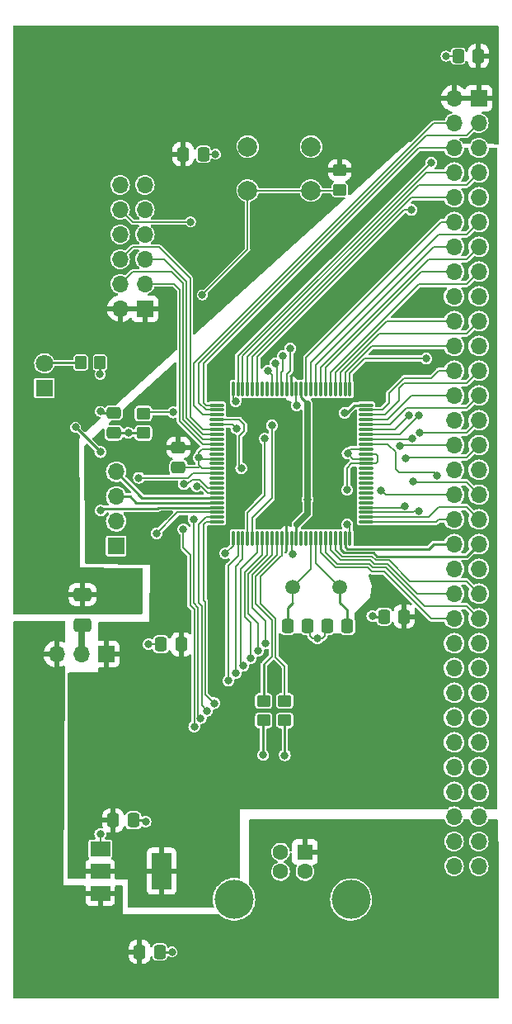
<source format=gtl>
G04 #@! TF.GenerationSoftware,KiCad,Pcbnew,(6.0.1)*
G04 #@! TF.CreationDate,2022-09-09T10:09:12-04:00*
G04 #@! TF.ProjectId,LB-Logic-01,4c422d4c-6f67-4696-932d-30312e6b6963,1*
G04 #@! TF.SameCoordinates,Original*
G04 #@! TF.FileFunction,Copper,L1,Top*
G04 #@! TF.FilePolarity,Positive*
%FSLAX46Y46*%
G04 Gerber Fmt 4.6, Leading zero omitted, Abs format (unit mm)*
G04 Created by KiCad (PCBNEW (6.0.1)) date 2022-09-09 10:09:12*
%MOMM*%
%LPD*%
G01*
G04 APERTURE LIST*
G04 Aperture macros list*
%AMRoundRect*
0 Rectangle with rounded corners*
0 $1 Rounding radius*
0 $2 $3 $4 $5 $6 $7 $8 $9 X,Y pos of 4 corners*
0 Add a 4 corners polygon primitive as box body*
4,1,4,$2,$3,$4,$5,$6,$7,$8,$9,$2,$3,0*
0 Add four circle primitives for the rounded corners*
1,1,$1+$1,$2,$3*
1,1,$1+$1,$4,$5*
1,1,$1+$1,$6,$7*
1,1,$1+$1,$8,$9*
0 Add four rect primitives between the rounded corners*
20,1,$1+$1,$2,$3,$4,$5,0*
20,1,$1+$1,$4,$5,$6,$7,0*
20,1,$1+$1,$6,$7,$8,$9,0*
20,1,$1+$1,$8,$9,$2,$3,0*%
G04 Aperture macros list end*
G04 #@! TA.AperFunction,SMDPad,CuDef*
%ADD10RoundRect,0.250000X-0.350000X-0.450000X0.350000X-0.450000X0.350000X0.450000X-0.350000X0.450000X0*%
G04 #@! TD*
G04 #@! TA.AperFunction,ComponentPad*
%ADD11R,1.800000X1.800000*%
G04 #@! TD*
G04 #@! TA.AperFunction,ComponentPad*
%ADD12C,1.800000*%
G04 #@! TD*
G04 #@! TA.AperFunction,ComponentPad*
%ADD13C,2.000000*%
G04 #@! TD*
G04 #@! TA.AperFunction,SMDPad,CuDef*
%ADD14RoundRect,0.250000X0.450000X-0.350000X0.450000X0.350000X-0.450000X0.350000X-0.450000X-0.350000X0*%
G04 #@! TD*
G04 #@! TA.AperFunction,ComponentPad*
%ADD15R,1.700000X1.700000*%
G04 #@! TD*
G04 #@! TA.AperFunction,ComponentPad*
%ADD16O,1.700000X1.700000*%
G04 #@! TD*
G04 #@! TA.AperFunction,SMDPad,CuDef*
%ADD17RoundRect,0.075000X-0.662500X-0.075000X0.662500X-0.075000X0.662500X0.075000X-0.662500X0.075000X0*%
G04 #@! TD*
G04 #@! TA.AperFunction,SMDPad,CuDef*
%ADD18RoundRect,0.075000X-0.075000X-0.662500X0.075000X-0.662500X0.075000X0.662500X-0.075000X0.662500X0*%
G04 #@! TD*
G04 #@! TA.AperFunction,SMDPad,CuDef*
%ADD19RoundRect,0.250000X0.337500X0.475000X-0.337500X0.475000X-0.337500X-0.475000X0.337500X-0.475000X0*%
G04 #@! TD*
G04 #@! TA.AperFunction,SMDPad,CuDef*
%ADD20R,2.000000X1.500000*%
G04 #@! TD*
G04 #@! TA.AperFunction,SMDPad,CuDef*
%ADD21R,2.000000X3.800000*%
G04 #@! TD*
G04 #@! TA.AperFunction,SMDPad,CuDef*
%ADD22RoundRect,0.250000X-0.337500X-0.475000X0.337500X-0.475000X0.337500X0.475000X-0.337500X0.475000X0*%
G04 #@! TD*
G04 #@! TA.AperFunction,SMDPad,CuDef*
%ADD23RoundRect,0.250000X0.475000X-0.337500X0.475000X0.337500X-0.475000X0.337500X-0.475000X-0.337500X0*%
G04 #@! TD*
G04 #@! TA.AperFunction,ComponentPad*
%ADD24R,1.600000X1.600000*%
G04 #@! TD*
G04 #@! TA.AperFunction,ComponentPad*
%ADD25C,1.600000*%
G04 #@! TD*
G04 #@! TA.AperFunction,ComponentPad*
%ADD26C,4.000000*%
G04 #@! TD*
G04 #@! TA.AperFunction,ComponentPad*
%ADD27C,1.500000*%
G04 #@! TD*
G04 #@! TA.AperFunction,SMDPad,CuDef*
%ADD28RoundRect,0.250000X-0.650000X0.412500X-0.650000X-0.412500X0.650000X-0.412500X0.650000X0.412500X0*%
G04 #@! TD*
G04 #@! TA.AperFunction,ViaPad*
%ADD29C,0.800000*%
G04 #@! TD*
G04 #@! TA.AperFunction,Conductor*
%ADD30C,0.254000*%
G04 #@! TD*
G04 #@! TA.AperFunction,Conductor*
%ADD31C,0.635000*%
G04 #@! TD*
G04 #@! TA.AperFunction,Conductor*
%ADD32C,0.203200*%
G04 #@! TD*
G04 APERTURE END LIST*
D10*
X139004800Y-81707200D03*
X141004800Y-81707200D03*
D11*
X135280400Y-84333000D03*
D12*
X135280400Y-81793000D03*
D13*
X156160400Y-59573600D03*
X162660400Y-59573600D03*
X156160400Y-64073600D03*
X162660400Y-64073600D03*
D14*
X165608000Y-63992000D03*
X165608000Y-61992000D03*
D15*
X179890000Y-54615000D03*
D16*
X177350000Y-54615000D03*
X179890000Y-57155000D03*
X177350000Y-57155000D03*
X179890000Y-59695000D03*
X177350000Y-59695000D03*
X179890000Y-62235000D03*
X177350000Y-62235000D03*
X179890000Y-64775000D03*
X177350000Y-64775000D03*
X179890000Y-67315000D03*
X177350000Y-67315000D03*
X179890000Y-69855000D03*
X177350000Y-69855000D03*
X179890000Y-72395000D03*
X177350000Y-72395000D03*
X179890000Y-74935000D03*
X177350000Y-74935000D03*
X179890000Y-77475000D03*
X177350000Y-77475000D03*
X179890000Y-80015000D03*
X177350000Y-80015000D03*
X179890000Y-82555000D03*
X177350000Y-82555000D03*
X179890000Y-85095000D03*
X177350000Y-85095000D03*
X179890000Y-87635000D03*
X177350000Y-87635000D03*
X179890000Y-90175000D03*
X177350000Y-90175000D03*
X179890000Y-92715000D03*
X177350000Y-92715000D03*
X179890000Y-95255000D03*
X177350000Y-95255000D03*
X179890000Y-97795000D03*
X177350000Y-97795000D03*
X179890000Y-100335000D03*
X177350000Y-100335000D03*
X179890000Y-102875000D03*
X177350000Y-102875000D03*
X179890000Y-105415000D03*
X177350000Y-105415000D03*
X179890000Y-107955000D03*
X177350000Y-107955000D03*
X179890000Y-110495000D03*
X177350000Y-110495000D03*
X179890000Y-113035000D03*
X177350000Y-113035000D03*
X179890000Y-115575000D03*
X177350000Y-115575000D03*
X179890000Y-118115000D03*
X177350000Y-118115000D03*
X179890000Y-120655000D03*
X177350000Y-120655000D03*
X179890000Y-123195000D03*
X177350000Y-123195000D03*
X179890000Y-125735000D03*
X177350000Y-125735000D03*
X179890000Y-128275000D03*
X177350000Y-128275000D03*
X179890000Y-130815000D03*
X177350000Y-130815000D03*
X179890000Y-133355000D03*
X177350000Y-133355000D03*
D17*
X152992500Y-86075000D03*
X152992500Y-86575000D03*
X152992500Y-87075000D03*
X152992500Y-87575000D03*
X152992500Y-88075000D03*
X152992500Y-88575000D03*
X152992500Y-89075000D03*
X152992500Y-89575000D03*
X152992500Y-90075000D03*
X152992500Y-90575000D03*
X152992500Y-91075000D03*
X152992500Y-91575000D03*
X152992500Y-92075000D03*
X152992500Y-92575000D03*
X152992500Y-93075000D03*
X152992500Y-93575000D03*
X152992500Y-94075000D03*
X152992500Y-94575000D03*
X152992500Y-95075000D03*
X152992500Y-95575000D03*
X152992500Y-96075000D03*
X152992500Y-96575000D03*
X152992500Y-97075000D03*
X152992500Y-97575000D03*
X152992500Y-98075000D03*
D18*
X154655000Y-99737500D03*
X155155000Y-99737500D03*
X155655000Y-99737500D03*
X156155000Y-99737500D03*
X156655000Y-99737500D03*
X157155000Y-99737500D03*
X157655000Y-99737500D03*
X158155000Y-99737500D03*
X158655000Y-99737500D03*
X159155000Y-99737500D03*
X159655000Y-99737500D03*
X160155000Y-99737500D03*
X160655000Y-99737500D03*
X161155000Y-99737500D03*
X161655000Y-99737500D03*
X162155000Y-99737500D03*
X162655000Y-99737500D03*
X163155000Y-99737500D03*
X163655000Y-99737500D03*
X164155000Y-99737500D03*
X164655000Y-99737500D03*
X165155000Y-99737500D03*
X165655000Y-99737500D03*
X166155000Y-99737500D03*
X166655000Y-99737500D03*
D17*
X168317500Y-98075000D03*
X168317500Y-97575000D03*
X168317500Y-97075000D03*
X168317500Y-96575000D03*
X168317500Y-96075000D03*
X168317500Y-95575000D03*
X168317500Y-95075000D03*
X168317500Y-94575000D03*
X168317500Y-94075000D03*
X168317500Y-93575000D03*
X168317500Y-93075000D03*
X168317500Y-92575000D03*
X168317500Y-92075000D03*
X168317500Y-91575000D03*
X168317500Y-91075000D03*
X168317500Y-90575000D03*
X168317500Y-90075000D03*
X168317500Y-89575000D03*
X168317500Y-89075000D03*
X168317500Y-88575000D03*
X168317500Y-88075000D03*
X168317500Y-87575000D03*
X168317500Y-87075000D03*
X168317500Y-86575000D03*
X168317500Y-86075000D03*
D18*
X166655000Y-84412500D03*
X166155000Y-84412500D03*
X165655000Y-84412500D03*
X165155000Y-84412500D03*
X164655000Y-84412500D03*
X164155000Y-84412500D03*
X163655000Y-84412500D03*
X163155000Y-84412500D03*
X162655000Y-84412500D03*
X162155000Y-84412500D03*
X161655000Y-84412500D03*
X161155000Y-84412500D03*
X160655000Y-84412500D03*
X160155000Y-84412500D03*
X159655000Y-84412500D03*
X159155000Y-84412500D03*
X158655000Y-84412500D03*
X158155000Y-84412500D03*
X157655000Y-84412500D03*
X157155000Y-84412500D03*
X156655000Y-84412500D03*
X156155000Y-84412500D03*
X155655000Y-84412500D03*
X155155000Y-84412500D03*
X154655000Y-84412500D03*
D19*
X151608700Y-60350400D03*
X149533700Y-60350400D03*
D20*
X141020000Y-131558000D03*
X141020000Y-133858000D03*
X141020000Y-136158000D03*
D21*
X147320000Y-133858000D03*
D19*
X162327500Y-108712000D03*
X160252500Y-108712000D03*
D15*
X142652600Y-100523200D03*
D16*
X142652600Y-97983200D03*
X142652600Y-95443200D03*
X142652600Y-92903200D03*
D22*
X142345500Y-128651000D03*
X144420500Y-128651000D03*
D23*
X149047200Y-92477500D03*
X149047200Y-90402500D03*
D24*
X162032000Y-131896500D03*
D25*
X159532000Y-131896500D03*
X159532000Y-133896500D03*
X162032000Y-133896500D03*
D26*
X154782000Y-136756500D03*
X166782000Y-136756500D03*
D22*
X170158500Y-107746800D03*
X172233500Y-107746800D03*
D15*
X141615400Y-111601400D03*
D16*
X139075400Y-111601400D03*
X136535400Y-111601400D03*
D14*
X145440400Y-88934800D03*
X145440400Y-86934800D03*
D27*
X165645000Y-104775000D03*
X160765000Y-104775000D03*
D28*
X139192000Y-105485400D03*
X139192000Y-108610400D03*
D22*
X177778500Y-50292000D03*
X179853500Y-50292000D03*
X145063300Y-142138400D03*
X147138300Y-142138400D03*
D23*
X142392400Y-88921500D03*
X142392400Y-86846500D03*
D14*
X157784800Y-118398800D03*
X157784800Y-116398800D03*
D22*
X164316500Y-108712000D03*
X166391500Y-108712000D03*
D19*
X147247700Y-110591600D03*
X149322700Y-110591600D03*
D15*
X145604000Y-76200000D03*
D16*
X143064000Y-76200000D03*
X145604000Y-73660000D03*
X143064000Y-73660000D03*
X145604000Y-71120000D03*
X143064000Y-71120000D03*
X145604000Y-68580000D03*
X143064000Y-68580000D03*
X145604000Y-66040000D03*
X143064000Y-66040000D03*
X145604000Y-63500000D03*
X143064000Y-63500000D03*
D14*
X159969200Y-118398800D03*
X159969200Y-116398800D03*
D29*
X150291800Y-67284600D03*
X145999200Y-110591600D03*
X141020800Y-130048000D03*
X153873200Y-101244400D03*
X143865600Y-103530400D03*
X144830800Y-103530400D03*
X159969200Y-121970800D03*
X157750150Y-121936150D03*
X141004800Y-82921600D03*
X138480800Y-88341200D03*
X144983200Y-93522800D03*
X141020800Y-90881200D03*
X141071600Y-96875600D03*
X146812000Y-99212400D03*
X143887100Y-88921500D03*
X141013900Y-86715600D03*
X157937200Y-89509600D03*
X158648400Y-88138011D03*
X149555200Y-98806000D03*
X168960800Y-107696000D03*
X148386800Y-142138400D03*
X152857200Y-60350400D03*
X148496260Y-86817200D03*
X150921121Y-94379500D03*
X149606000Y-94176300D03*
X151485600Y-74777600D03*
X173736000Y-96921500D03*
X173806687Y-88899989D03*
X172309400Y-96421500D03*
X172364400Y-91490800D03*
X175615600Y-93268800D03*
X171754800Y-90228500D03*
X154990800Y-88442800D03*
X155501500Y-92557600D03*
X169875200Y-94792800D03*
X173126400Y-93878400D03*
X173075600Y-89509600D03*
X160782000Y-101346000D03*
X176530000Y-50292000D03*
X166420800Y-91033600D03*
X145669000Y-128778000D03*
X163322000Y-109982000D03*
X161188400Y-86106000D03*
X151130000Y-91440000D03*
X174498000Y-81280000D03*
X173736000Y-87122000D03*
X172720000Y-87122000D03*
X172974000Y-66040000D03*
X175006000Y-61214000D03*
X173482000Y-100076000D03*
X157995380Y-110490000D03*
X156464000Y-112014000D03*
X154940000Y-113538000D03*
X152704800Y-116636800D03*
X150622000Y-97790000D03*
X151326300Y-118160800D03*
X150672800Y-119024400D03*
X151993600Y-117398800D03*
X154178000Y-114300000D03*
X155702000Y-112776000D03*
X157226000Y-111252000D03*
X154917895Y-85680580D03*
X166370000Y-94742000D03*
X166370000Y-98298000D03*
X166116000Y-86868000D03*
X162306000Y-95758000D03*
X158242000Y-82550000D03*
X159004000Y-81788000D03*
X159766000Y-81026000D03*
X160528000Y-80264000D03*
D30*
X161155000Y-98331400D02*
X161188400Y-98298000D01*
X161155000Y-99737500D02*
X161155000Y-98331400D01*
D31*
X162306000Y-97180400D02*
X161188400Y-98298000D01*
X162306000Y-85943795D02*
X162306000Y-97180400D01*
D32*
X150266400Y-67310000D02*
X150291800Y-67284600D01*
X143064000Y-66040000D02*
X144334000Y-67310000D01*
X144334000Y-67310000D02*
X150266400Y-67310000D01*
X152992500Y-87575000D02*
X155291400Y-87575000D01*
X155291400Y-87575000D02*
X155803600Y-88087200D01*
X155803600Y-88087200D02*
X155803600Y-88696800D01*
X141020000Y-130048800D02*
X141020800Y-130048000D01*
X141020000Y-131558000D02*
X141020000Y-130048800D01*
X154655000Y-100462600D02*
X153873200Y-101244400D01*
X154655000Y-99737500D02*
X154655000Y-100462600D01*
D30*
X157750150Y-118433450D02*
X157750150Y-121936150D01*
X166391500Y-107057100D02*
X165645000Y-106310600D01*
X165645000Y-106310600D02*
X165645000Y-104775000D01*
X166391500Y-108712000D02*
X166391500Y-107057100D01*
X160252500Y-106870700D02*
X160765000Y-106358200D01*
X160252500Y-108712000D02*
X160252500Y-106870700D01*
D32*
X160765000Y-106358200D02*
X160765000Y-104775000D01*
X159969200Y-112877600D02*
X159969200Y-116398800D01*
X159004000Y-107950000D02*
X159004000Y-111912400D01*
X157480000Y-106426000D02*
X159004000Y-107950000D01*
X157480000Y-103632000D02*
X157480000Y-106426000D01*
X159623000Y-101489000D02*
X157480000Y-103632000D01*
X159655000Y-101489000D02*
X159623000Y-101489000D01*
X159004000Y-111912400D02*
X159969200Y-112877600D01*
X159655000Y-99737500D02*
X159655000Y-101489000D01*
X158648891Y-108102891D02*
X158648891Y-111861109D01*
X156972000Y-103632000D02*
X156972000Y-106426000D01*
X159155000Y-101449000D02*
X156972000Y-103632000D01*
X156972000Y-106426000D02*
X158648891Y-108102891D01*
X158648891Y-111861109D02*
X157784800Y-112725200D01*
X159155000Y-99737500D02*
X159155000Y-101449000D01*
D30*
X157784800Y-116398800D02*
X157784800Y-112725200D01*
X159969200Y-118398800D02*
X159969200Y-121970800D01*
X141004800Y-82921600D02*
X141004800Y-81707200D01*
X141020800Y-90881200D02*
X138480800Y-88341200D01*
D32*
X144983200Y-93522800D02*
X150063200Y-93522800D01*
D30*
X145324400Y-95575000D02*
X142652600Y-92903200D01*
X152992500Y-95575000D02*
X145324400Y-95575000D01*
X144710600Y-96075000D02*
X144078800Y-95443200D01*
X152992500Y-96075000D02*
X144710600Y-96075000D01*
X142652600Y-95443200D02*
X144078800Y-95443200D01*
X141224000Y-96723200D02*
X146862800Y-96723200D01*
X147011000Y-96575000D02*
X152992500Y-96575000D01*
X141071600Y-96875600D02*
X141224000Y-96723200D01*
X146862800Y-96723200D02*
X147011000Y-96575000D01*
X135026400Y-81732200D02*
X138979800Y-81732200D01*
D32*
X148949400Y-97075000D02*
X146812000Y-99212400D01*
X148949400Y-97075000D02*
X152992500Y-97075000D01*
X150511000Y-93075000D02*
X152992500Y-93075000D01*
X150063200Y-93522800D02*
X150511000Y-93075000D01*
X148496260Y-86817200D02*
X145558000Y-86817200D01*
D30*
X143887100Y-88921500D02*
X145427100Y-88921500D01*
X142392400Y-88921500D02*
X143887100Y-88921500D01*
X141144800Y-86846500D02*
X141013900Y-86715600D01*
X142392400Y-86846500D02*
X141144800Y-86846500D01*
D32*
X157937200Y-95300800D02*
X157937200Y-89509600D01*
X156155000Y-97083000D02*
X157937200Y-95300800D01*
X156155000Y-99737500D02*
X156155000Y-97083000D01*
X158648400Y-95605600D02*
X158648400Y-88138011D01*
X156655000Y-97599000D02*
X158648400Y-95605600D01*
X156655000Y-99737500D02*
X156655000Y-97599000D01*
D31*
X139075400Y-111601400D02*
X139075400Y-108727000D01*
D32*
X149555200Y-100684640D02*
X150266880Y-101396320D01*
X149555200Y-98806000D02*
X149555200Y-100684640D01*
X150266880Y-101396320D02*
X150266880Y-106629680D01*
X168503120Y-102717120D02*
X165201120Y-102717120D01*
X168935400Y-103149400D02*
X168503120Y-102717120D01*
X170205400Y-103149400D02*
X168935400Y-103149400D01*
X163655000Y-101171000D02*
X163655000Y-99737500D01*
X175011000Y-107955000D02*
X170205400Y-103149400D01*
X165201120Y-102717120D02*
X163655000Y-101171000D01*
X177350000Y-107955000D02*
X175011000Y-107955000D01*
X164155000Y-101163000D02*
X164155000Y-99737500D01*
X168656000Y-102362000D02*
X165354000Y-102362000D01*
X170332400Y-102717600D02*
X169011600Y-102717600D01*
X169011600Y-102717600D02*
X168656000Y-102362000D01*
X178615000Y-106680000D02*
X174294800Y-106680000D01*
X174294800Y-106680000D02*
X170332400Y-102717600D01*
X179890000Y-107955000D02*
X178615000Y-106680000D01*
X165354000Y-102362000D02*
X164155000Y-101163000D01*
X165709120Y-101955120D02*
X164655000Y-100901000D01*
X168757120Y-101955120D02*
X165709120Y-101955120D01*
X169164000Y-102362000D02*
X168757120Y-101955120D01*
X164655000Y-100901000D02*
X164655000Y-99737500D01*
X170484800Y-102362000D02*
X169164000Y-102362000D01*
X173537800Y-105415000D02*
X170484800Y-102362000D01*
X177350000Y-105415000D02*
X173537800Y-105415000D01*
X165862000Y-101600000D02*
X165155000Y-100893000D01*
X168910000Y-101600000D02*
X165862000Y-101600000D01*
X172821600Y-104140000D02*
X170662600Y-101981000D01*
X170662600Y-101981000D02*
X169291000Y-101981000D01*
X169291000Y-101981000D02*
X168910000Y-101600000D01*
X165155000Y-100893000D02*
X165155000Y-99737500D01*
X178615000Y-104140000D02*
X172821600Y-104140000D01*
X179890000Y-105415000D02*
X178615000Y-104140000D01*
D30*
X169011600Y-107746800D02*
X168960800Y-107696000D01*
X170158500Y-107746800D02*
X169011600Y-107746800D01*
X147138300Y-142138400D02*
X148386800Y-142138400D01*
D32*
X151608700Y-60350400D02*
X152857200Y-60350400D01*
X152078384Y-95075000D02*
X151382884Y-94379500D01*
X151382884Y-94379500D02*
X150921121Y-94379500D01*
X152992500Y-95075000D02*
X152078384Y-95075000D01*
X149700700Y-94081600D02*
X149606000Y-94176300D01*
X150063200Y-94081600D02*
X149700700Y-94081600D01*
X150215600Y-93929200D02*
X150063200Y-94081600D01*
X150266400Y-93878400D02*
X150215600Y-93929200D01*
X150418800Y-93726000D02*
X150266400Y-93878400D01*
X150418800Y-93726000D02*
X151231600Y-93726000D01*
X151231600Y-93726000D02*
X152080600Y-94575000D01*
X152992500Y-94575000D02*
X152080600Y-94575000D01*
X151159300Y-92477500D02*
X151282400Y-92354400D01*
X149047200Y-92477500D02*
X151159300Y-92477500D01*
X151282400Y-92354400D02*
X151130000Y-92202000D01*
X151503000Y-92575000D02*
X151282400Y-92354400D01*
X156160400Y-70102800D02*
X156160400Y-64073600D01*
X151485600Y-74777600D02*
X156160400Y-70102800D01*
X156160400Y-64073600D02*
X162660400Y-64073600D01*
X165526400Y-64073600D02*
X162660400Y-64073600D01*
X172415200Y-91440000D02*
X172364400Y-91490800D01*
X178625000Y-91440000D02*
X172415200Y-91440000D01*
X179890000Y-90175000D02*
X178625000Y-91440000D01*
X175310800Y-92964000D02*
X175615600Y-93268800D01*
X171704000Y-92964000D02*
X175310800Y-92964000D01*
X171348400Y-92608400D02*
X171704000Y-92964000D01*
X171348400Y-90881200D02*
X171348400Y-92608400D01*
X170542200Y-90075000D02*
X171348400Y-90881200D01*
X168317500Y-90075000D02*
X170542200Y-90075000D01*
X170337400Y-95255000D02*
X169875200Y-94792800D01*
X177350000Y-95255000D02*
X170337400Y-95255000D01*
X173283700Y-96921500D02*
X173130200Y-97075000D01*
X173736000Y-96921500D02*
X173283700Y-96921500D01*
X168317500Y-97075000D02*
X173130200Y-97075000D01*
X173806698Y-88900000D02*
X173806687Y-88899989D01*
X168317500Y-96575000D02*
X172155900Y-96575000D01*
X172155900Y-96575000D02*
X172309400Y-96421500D01*
X171808300Y-90175000D02*
X171754800Y-90228500D01*
X177350000Y-90175000D02*
X171808300Y-90175000D01*
X173806698Y-88900000D02*
X178625000Y-88900000D01*
X154623000Y-88075000D02*
X154990800Y-88442800D01*
X152992500Y-88075000D02*
X154623000Y-88075000D01*
X155295600Y-92351700D02*
X155501500Y-92557600D01*
X155295600Y-89204800D02*
X155295600Y-92351700D01*
X155803600Y-88696800D02*
X155295600Y-89204800D01*
X178625000Y-88900000D02*
X179890000Y-87635000D01*
X173228000Y-93980000D02*
X173126400Y-93878400D01*
X178615000Y-93980000D02*
X173228000Y-93980000D01*
X179890000Y-95255000D02*
X178615000Y-93980000D01*
X173010200Y-89575000D02*
X173075600Y-89509600D01*
X168317500Y-89575000D02*
X173010200Y-89575000D01*
X166962200Y-91575000D02*
X166420800Y-91033600D01*
X168317500Y-91575000D02*
X166962200Y-91575000D01*
X166727000Y-90575000D02*
X166396500Y-90905500D01*
X166727000Y-90575000D02*
X168317500Y-90575000D01*
X177778500Y-50292000D02*
X176530000Y-50292000D01*
D30*
X145542000Y-128651000D02*
X145669000Y-128778000D01*
D32*
X151130000Y-90932000D02*
X151130000Y-91440000D01*
X147247700Y-110591600D02*
X145999200Y-110591600D01*
X160655000Y-99737500D02*
X160655000Y-101219000D01*
X152992500Y-91575000D02*
X151265000Y-91575000D01*
X151487000Y-90575000D02*
X151130000Y-90932000D01*
X161155000Y-85824400D02*
X161436600Y-86106000D01*
D30*
X144420500Y-128651000D02*
X145542000Y-128651000D01*
D32*
X151130000Y-92202000D02*
X151130000Y-91440000D01*
X152992500Y-92575000D02*
X151503000Y-92575000D01*
X163322000Y-109982000D02*
X163830000Y-109982000D01*
X151265000Y-91575000D02*
X151130000Y-91440000D01*
X162581500Y-108712000D02*
X162581500Y-109749500D01*
X162814000Y-109982000D02*
X162581500Y-109749500D01*
X163830000Y-109982000D02*
X164062500Y-109749500D01*
X152992500Y-90575000D02*
X151487000Y-90575000D01*
X163322000Y-109982000D02*
X162814000Y-109982000D01*
X164062500Y-109749500D02*
X164062500Y-108712000D01*
X160655000Y-101219000D02*
X160782000Y-101346000D01*
X161155000Y-84412500D02*
X161155000Y-85824400D01*
X173990785Y-72395000D02*
X177350000Y-72395000D01*
X164155000Y-82230785D02*
X173990785Y-72395000D01*
X164155000Y-84412500D02*
X164155000Y-82230785D01*
X163655000Y-82217000D02*
X174752000Y-71120000D01*
X163655000Y-84412500D02*
X163655000Y-82217000D01*
X174752000Y-71120000D02*
X178625000Y-71120000D01*
X178625000Y-71120000D02*
X179890000Y-69855000D01*
X175255000Y-69855000D02*
X177350000Y-69855000D01*
X163155000Y-84412500D02*
X163155000Y-81955000D01*
X163155000Y-81955000D02*
X175255000Y-69855000D01*
X162655000Y-84412500D02*
X162655000Y-81693000D01*
X175768000Y-68580000D02*
X178625000Y-68580000D01*
X178625000Y-68580000D02*
X179890000Y-67315000D01*
X162655000Y-81693000D02*
X175768000Y-68580000D01*
X176027000Y-67315000D02*
X177350000Y-67315000D01*
X162155000Y-81187000D02*
X176027000Y-67315000D01*
X162155000Y-84412500D02*
X162155000Y-81187000D01*
X170751000Y-88075000D02*
X172466000Y-86360000D01*
X172466000Y-86360000D02*
X178625000Y-86360000D01*
X178625000Y-86360000D02*
X179890000Y-85095000D01*
X168317500Y-88075000D02*
X170751000Y-88075000D01*
X168317500Y-87575000D02*
X170489000Y-87575000D01*
X170489000Y-87575000D02*
X172969000Y-85095000D01*
X172969000Y-85095000D02*
X177350000Y-85095000D01*
X178625000Y-83820000D02*
X179890000Y-82555000D01*
X170227000Y-87075000D02*
X171704000Y-85598000D01*
X171704000Y-84328000D02*
X172212000Y-83820000D01*
X172212000Y-83820000D02*
X178625000Y-83820000D01*
X171704000Y-85598000D02*
X171704000Y-84328000D01*
X168317500Y-87075000D02*
X170227000Y-87075000D01*
X175763000Y-82555000D02*
X177350000Y-82555000D01*
X169965000Y-86575000D02*
X170688000Y-85852000D01*
X170688000Y-85852000D02*
X170688000Y-84836000D01*
X170688000Y-84836000D02*
X172212000Y-83312000D01*
X175006000Y-83312000D02*
X175763000Y-82555000D01*
X172212000Y-83312000D02*
X175006000Y-83312000D01*
X168317500Y-86575000D02*
X169965000Y-86575000D01*
X174498000Y-81280000D02*
X168148000Y-81280000D01*
X168148000Y-81280000D02*
X166655000Y-82773000D01*
X166655000Y-84412500D02*
X166655000Y-82773000D01*
X168905000Y-80015000D02*
X166155000Y-82765000D01*
X166155000Y-82765000D02*
X166155000Y-84412500D01*
X177350000Y-80015000D02*
X168905000Y-80015000D01*
X169672000Y-78740000D02*
X178625000Y-78740000D01*
X165655000Y-84412500D02*
X165655000Y-82757000D01*
X178625000Y-78740000D02*
X179890000Y-77475000D01*
X165655000Y-82757000D02*
X169672000Y-78740000D01*
X170434784Y-77475000D02*
X177350000Y-77475000D01*
X165155000Y-82754784D02*
X170434784Y-77475000D01*
X165155000Y-84412500D02*
X165155000Y-82754784D01*
X171783000Y-89075000D02*
X173736000Y-87122000D01*
X168317500Y-89075000D02*
X171783000Y-89075000D01*
X168317500Y-88575000D02*
X171267000Y-88575000D01*
X171267000Y-88575000D02*
X172720000Y-87122000D01*
X173736000Y-73660000D02*
X178625000Y-73660000D01*
X164655000Y-84412500D02*
X164655000Y-82741000D01*
X178625000Y-73660000D02*
X179890000Y-72395000D01*
X164655000Y-82741000D02*
X173736000Y-73660000D01*
X156155000Y-84412500D02*
X156155000Y-81081000D01*
X156155000Y-81081000D02*
X173736000Y-63500000D01*
X178625000Y-63500000D02*
X179890000Y-62235000D01*
X173736000Y-63500000D02*
X178625000Y-63500000D01*
X157155000Y-81097000D02*
X172212000Y-66040000D01*
X157155000Y-84412500D02*
X157155000Y-81097000D01*
X172212000Y-66040000D02*
X172974000Y-66040000D01*
X156655000Y-81089000D02*
X172969000Y-64775000D01*
X156655000Y-84412500D02*
X156655000Y-81089000D01*
X172969000Y-64775000D02*
X177350000Y-64775000D01*
X168317500Y-98075000D02*
X175483000Y-98075000D01*
X175483000Y-98075000D02*
X175763000Y-97795000D01*
X175763000Y-97795000D02*
X177350000Y-97795000D01*
X178615000Y-96520000D02*
X179890000Y-97795000D01*
X168317500Y-97575000D02*
X174713000Y-97575000D01*
X174713000Y-97575000D02*
X175768000Y-96520000D01*
X175768000Y-96520000D02*
X178615000Y-96520000D01*
X152992500Y-86575000D02*
X151853000Y-86575000D01*
X174492216Y-58420000D02*
X178625000Y-58420000D01*
X151130000Y-81782216D02*
X174492216Y-58420000D01*
X178625000Y-58420000D02*
X179890000Y-57155000D01*
X151853000Y-86575000D02*
X151130000Y-85852000D01*
X151130000Y-85852000D02*
X151130000Y-81782216D01*
X151591000Y-87075000D02*
X150622000Y-86106000D01*
X150622000Y-86106000D02*
X150622000Y-81788000D01*
X175255000Y-57155000D02*
X177350000Y-57155000D01*
X152992500Y-87075000D02*
X151591000Y-87075000D01*
X150622000Y-81788000D02*
X175255000Y-57155000D01*
X155155000Y-84412500D02*
X155155000Y-81065000D01*
X155155000Y-81065000D02*
X175006000Y-61214000D01*
X151638000Y-81776432D02*
X173719432Y-59695000D01*
X152992500Y-86075000D02*
X151861000Y-86075000D01*
X151861000Y-86075000D02*
X151638000Y-85852000D01*
X151638000Y-85852000D02*
X151638000Y-81776432D01*
X173719432Y-59695000D02*
X177350000Y-59695000D01*
X155655000Y-81073000D02*
X174493000Y-62235000D01*
X155655000Y-84412500D02*
X155655000Y-81073000D01*
X174493000Y-62235000D02*
X177350000Y-62235000D01*
D30*
X166155000Y-100623000D02*
X166345560Y-100813560D01*
X174776440Y-100813560D02*
X175255000Y-100335000D01*
X166155000Y-99737500D02*
X166155000Y-100623000D01*
X166345560Y-100813560D02*
X174776440Y-100813560D01*
X175255000Y-100335000D02*
X177350000Y-100335000D01*
X178625000Y-101600000D02*
X169448136Y-101600000D01*
X169067616Y-101219480D02*
X166019616Y-101219480D01*
X166019616Y-101219480D02*
X165655000Y-100854864D01*
X179890000Y-100335000D02*
X178625000Y-101600000D01*
X165655000Y-100854864D02*
X165655000Y-99737500D01*
X169448136Y-101600000D02*
X169067616Y-101219480D01*
D32*
X157995380Y-108211380D02*
X157995380Y-110490000D01*
X156616880Y-103484904D02*
X156616880Y-106832880D01*
X156616880Y-106832880D02*
X157988000Y-108204000D01*
X158655000Y-99737500D02*
X158655000Y-101446784D01*
X157988000Y-108204000D02*
X157995380Y-108211380D01*
X158655000Y-101446784D02*
X156616880Y-103484904D01*
X156464000Y-112014000D02*
X156464000Y-108406240D01*
X155854880Y-103225120D02*
X155854880Y-107797120D01*
X157655000Y-99737500D02*
X157655000Y-101425000D01*
X155854880Y-103225120D02*
X157655000Y-101425000D01*
X156464000Y-108406240D02*
X155854880Y-107797120D01*
X155655000Y-101901000D02*
X155655000Y-99737500D01*
X154940000Y-102616000D02*
X154940000Y-113538000D01*
X155655000Y-101901000D02*
X154940000Y-102616000D01*
X151638000Y-106070400D02*
X151789440Y-106221840D01*
X152992500Y-98075000D02*
X151861000Y-98075000D01*
X151638000Y-98298000D02*
X151638000Y-106070400D01*
X151861000Y-98075000D02*
X151638000Y-98298000D01*
X151789440Y-115721440D02*
X152704800Y-116636800D01*
X151789440Y-106221840D02*
X151789440Y-115721440D01*
X151079200Y-106832400D02*
X151027920Y-106883680D01*
X150622000Y-97790000D02*
X150622000Y-106375200D01*
X151027920Y-106883680D02*
X151027920Y-117862420D01*
X150622000Y-106375200D02*
X151079200Y-106832400D01*
X151027920Y-117862420D02*
X151326300Y-118160800D01*
X150672800Y-107035600D02*
X150672800Y-119024400D01*
X150266880Y-106629680D02*
X150672800Y-107035600D01*
X151130000Y-106380984D02*
X151434320Y-106685304D01*
X151853000Y-97575000D02*
X151130000Y-98298000D01*
X152992500Y-97575000D02*
X151853000Y-97575000D01*
X151434320Y-116839520D02*
X151993600Y-117398800D01*
X151130000Y-98298000D02*
X151130000Y-106380984D01*
X151434320Y-106685304D02*
X151434320Y-116839520D01*
X155155000Y-101561000D02*
X154178000Y-102538000D01*
X155155000Y-99737500D02*
X155155000Y-101561000D01*
X154178000Y-102538000D02*
X154178000Y-114300000D01*
X157155000Y-99737500D02*
X157155000Y-101163000D01*
X155448000Y-102870000D02*
X155448000Y-112522000D01*
X157155000Y-101163000D02*
X155448000Y-102870000D01*
X155448000Y-112522000D02*
X155702000Y-112776000D01*
X156210000Y-103389569D02*
X156210000Y-107442000D01*
X158155000Y-99737500D02*
X158155000Y-101444568D01*
X156261760Y-103337809D02*
X156210000Y-103389569D01*
X156210000Y-107442000D02*
X157226000Y-108458000D01*
X157226000Y-108458000D02*
X157226000Y-111252000D01*
X158155000Y-101444568D02*
X156261760Y-103337809D01*
X162655000Y-99737500D02*
X162655000Y-102885000D01*
X162655000Y-102885000D02*
X160765000Y-104775000D01*
X169307000Y-91075000D02*
X168317500Y-91075000D01*
D30*
X166370000Y-86868000D02*
X167163000Y-86075000D01*
D32*
X154655000Y-85417685D02*
X154917895Y-85680580D01*
D30*
X167163000Y-86075000D02*
X168317500Y-86075000D01*
D32*
X166655000Y-98583000D02*
X166370000Y-98298000D01*
X168317500Y-92075000D02*
X166820705Y-92075000D01*
X168317500Y-92075000D02*
X169291000Y-92075000D01*
X169291000Y-92075000D02*
X169526489Y-91839511D01*
X169526489Y-91839511D02*
X169526489Y-91294489D01*
X166655000Y-99737500D02*
X166655000Y-98583000D01*
X166370000Y-92525705D02*
X166820705Y-92075000D01*
X166370000Y-94742000D02*
X166370000Y-92525705D01*
X169526489Y-91294489D02*
X169307000Y-91075000D01*
X154655000Y-84412500D02*
X154655000Y-85417685D01*
D30*
X166116000Y-86868000D02*
X166370000Y-86868000D01*
X161655000Y-84412500D02*
X161655000Y-85292795D01*
X161655000Y-85292795D02*
X162306000Y-85943795D01*
D32*
X148590000Y-73660000D02*
X149149760Y-74219760D01*
X149149760Y-74219760D02*
X149149760Y-87681760D01*
X145604000Y-73660000D02*
X148590000Y-73660000D01*
X149149760Y-87681760D02*
X151543000Y-90075000D01*
X151543000Y-90075000D02*
X152992500Y-90075000D01*
X149504880Y-87528880D02*
X151551000Y-89575000D01*
X149504880Y-73553096D02*
X149504880Y-87528880D01*
X144334000Y-72390000D02*
X148341784Y-72390000D01*
X143064000Y-73660000D02*
X144334000Y-72390000D01*
X151551000Y-89575000D02*
X152992500Y-89575000D01*
X148341784Y-72390000D02*
X149504880Y-73553096D01*
X145604000Y-71120000D02*
X147574000Y-71120000D01*
X149860000Y-73406000D02*
X149860000Y-87370215D01*
X147574000Y-71120000D02*
X149860000Y-73406000D01*
X149860000Y-87370215D02*
X151564785Y-89075000D01*
X151564785Y-89075000D02*
X152992500Y-89075000D01*
X147066000Y-69850000D02*
X150266880Y-73050880D01*
X144334000Y-69850000D02*
X147066000Y-69850000D01*
X150266880Y-87274880D02*
X150266880Y-73050880D01*
X152992500Y-88575000D02*
X151567000Y-88575000D01*
X143064000Y-71120000D02*
X144334000Y-69850000D01*
X151567000Y-88575000D02*
X150266880Y-87274880D01*
X158655000Y-84412500D02*
X158655000Y-82963000D01*
X158655000Y-82963000D02*
X158242000Y-82550000D01*
X159155000Y-81939000D02*
X159004000Y-81788000D01*
X159155000Y-84412500D02*
X159155000Y-81939000D01*
X159558520Y-84316020D02*
X159558520Y-82757480D01*
X159766000Y-82550000D02*
X159766000Y-81026000D01*
X159558520Y-82757480D02*
X159766000Y-82550000D01*
X159655000Y-84412500D02*
X159558520Y-84316020D01*
X160155000Y-82923000D02*
X160528000Y-82550000D01*
X160155000Y-84412500D02*
X160155000Y-82923000D01*
X160528000Y-82550000D02*
X160528000Y-80264000D01*
X163155000Y-99737500D02*
X163155000Y-102285000D01*
X163155000Y-102285000D02*
X165645000Y-104775000D01*
G04 #@! TA.AperFunction,Conductor*
G36*
X181867121Y-47162526D02*
G01*
X181913614Y-47216182D01*
X181925000Y-47268524D01*
X181925000Y-59199984D01*
X181904998Y-59268105D01*
X181851342Y-59314598D01*
X181795598Y-59325938D01*
X181193506Y-59309665D01*
X180888970Y-59301434D01*
X180821414Y-59279599D01*
X180781123Y-59234634D01*
X180732275Y-59142764D01*
X180732273Y-59142762D01*
X180729379Y-59137318D01*
X180683059Y-59080524D01*
X180608967Y-58989678D01*
X180608964Y-58989675D01*
X180605072Y-58984903D01*
X180593087Y-58974988D01*
X180458278Y-58863464D01*
X180458274Y-58863462D01*
X180453528Y-58859535D01*
X180280520Y-58765990D01*
X180092637Y-58707830D01*
X180086519Y-58707187D01*
X180086514Y-58707186D01*
X179903164Y-58687916D01*
X179903162Y-58687916D01*
X179897035Y-58687272D01*
X179817589Y-58694502D01*
X179707305Y-58704538D01*
X179707302Y-58704539D01*
X179701166Y-58705097D01*
X179512489Y-58760628D01*
X179338192Y-58851748D01*
X179184912Y-58974988D01*
X179180954Y-58979705D01*
X179180952Y-58979707D01*
X179122898Y-59048893D01*
X179058489Y-59125653D01*
X179055525Y-59131045D01*
X179055522Y-59131049D01*
X179027081Y-59182784D01*
X178976735Y-59232843D01*
X178913263Y-59248037D01*
X178785096Y-59244573D01*
X178311936Y-59231784D01*
X178244380Y-59209949D01*
X178204089Y-59164984D01*
X178197975Y-59153485D01*
X178189379Y-59137318D01*
X178185489Y-59132548D01*
X178185486Y-59132544D01*
X178068967Y-58989678D01*
X178068964Y-58989675D01*
X178065072Y-58984903D01*
X177959521Y-58897584D01*
X177919784Y-58838751D01*
X177918162Y-58767773D01*
X177955172Y-58707185D01*
X178019062Y-58676225D01*
X178039838Y-58674500D01*
X178587524Y-58674500D01*
X178612103Y-58676921D01*
X178625000Y-58679486D01*
X178637171Y-58677065D01*
X178712131Y-58662155D01*
X178712132Y-58662154D01*
X178724301Y-58659734D01*
X178787234Y-58617684D01*
X178787237Y-58617681D01*
X178808484Y-58603484D01*
X178815790Y-58592550D01*
X178831460Y-58573458D01*
X179316465Y-58088453D01*
X179378777Y-58054427D01*
X179449592Y-58059492D01*
X179467030Y-58067560D01*
X179481164Y-58075459D01*
X179481168Y-58075461D01*
X179486547Y-58078467D01*
X179673600Y-58139244D01*
X179868895Y-58162532D01*
X179875030Y-58162060D01*
X179875032Y-58162060D01*
X180058852Y-58147916D01*
X180058856Y-58147915D01*
X180064994Y-58147443D01*
X180254428Y-58094552D01*
X180259932Y-58091772D01*
X180259934Y-58091771D01*
X180424480Y-58008653D01*
X180424482Y-58008652D01*
X180429981Y-58005874D01*
X180584966Y-57884786D01*
X180588992Y-57880122D01*
X180588995Y-57880119D01*
X180709451Y-57740569D01*
X180709452Y-57740567D01*
X180713480Y-57735901D01*
X180810628Y-57564890D01*
X180872710Y-57378266D01*
X180897360Y-57183138D01*
X180897753Y-57155000D01*
X180878561Y-56959260D01*
X180821714Y-56770975D01*
X180729379Y-56597318D01*
X180725489Y-56592548D01*
X180725486Y-56592544D01*
X180608967Y-56449678D01*
X180608964Y-56449675D01*
X180605072Y-56444903D01*
X180588422Y-56431129D01*
X180458278Y-56323464D01*
X180458274Y-56323462D01*
X180453528Y-56319535D01*
X180280520Y-56225990D01*
X180259115Y-56219364D01*
X180199956Y-56180111D01*
X180171410Y-56115106D01*
X180182539Y-56044988D01*
X180229811Y-55992017D01*
X180296376Y-55972999D01*
X180784669Y-55972999D01*
X180791490Y-55972629D01*
X180842352Y-55967105D01*
X180857604Y-55963479D01*
X180978054Y-55918324D01*
X180993649Y-55909786D01*
X181095724Y-55833285D01*
X181108285Y-55820724D01*
X181184786Y-55718649D01*
X181193324Y-55703054D01*
X181238478Y-55582606D01*
X181242105Y-55567351D01*
X181247631Y-55516486D01*
X181248000Y-55509672D01*
X181248000Y-54887115D01*
X181243525Y-54871876D01*
X181242135Y-54870671D01*
X181234452Y-54869000D01*
X176033225Y-54869000D01*
X176019694Y-54872973D01*
X176018257Y-54882966D01*
X176048565Y-55017446D01*
X176051645Y-55027275D01*
X176131770Y-55224603D01*
X176136413Y-55233794D01*
X176247694Y-55415388D01*
X176253777Y-55423699D01*
X176393213Y-55584667D01*
X176400580Y-55591883D01*
X176564434Y-55727916D01*
X176572881Y-55733831D01*
X176756756Y-55841279D01*
X176766042Y-55845729D01*
X176965001Y-55921703D01*
X176974899Y-55924579D01*
X177071164Y-55944164D01*
X177133930Y-55977346D01*
X177168792Y-56039194D01*
X177164683Y-56110071D01*
X177122907Y-56167476D01*
X177081619Y-56188508D01*
X176978407Y-56218885D01*
X176978396Y-56218890D01*
X176972489Y-56220628D01*
X176798192Y-56311748D01*
X176644912Y-56434988D01*
X176640954Y-56439705D01*
X176640952Y-56439707D01*
X176558638Y-56537805D01*
X176518489Y-56585653D01*
X176423739Y-56758004D01*
X176421878Y-56763871D01*
X176421877Y-56763873D01*
X176406420Y-56812599D01*
X176366756Y-56871483D01*
X176301554Y-56899575D01*
X176286318Y-56900500D01*
X175292476Y-56900500D01*
X175267897Y-56898079D01*
X175255000Y-56895514D01*
X175155699Y-56915266D01*
X175092767Y-56957316D01*
X175092766Y-56957317D01*
X175071516Y-56971516D01*
X175064625Y-56981829D01*
X175064208Y-56982453D01*
X175048538Y-57001545D01*
X173001190Y-59048893D01*
X172938878Y-59082919D01*
X172908695Y-59085751D01*
X172715278Y-59080524D01*
X172706927Y-59088012D01*
X171439623Y-60224369D01*
X166681573Y-64490785D01*
X166666806Y-64504026D01*
X166602735Y-64534611D01*
X166532300Y-64525702D01*
X166477863Y-64480126D01*
X166456707Y-64412355D01*
X166458240Y-64390508D01*
X166460125Y-64378606D01*
X166460126Y-64378596D01*
X166460900Y-64373708D01*
X166460900Y-63610292D01*
X166445957Y-63515945D01*
X166388016Y-63402229D01*
X166297771Y-63311984D01*
X166268277Y-63296956D01*
X166216662Y-63248209D01*
X166199595Y-63179294D01*
X166222495Y-63112092D01*
X166278092Y-63067939D01*
X166285603Y-63065165D01*
X166374784Y-63035412D01*
X166387962Y-63029239D01*
X166525807Y-62943937D01*
X166537208Y-62934901D01*
X166651739Y-62820171D01*
X166660751Y-62808760D01*
X166745816Y-62670757D01*
X166751963Y-62657576D01*
X166803138Y-62503290D01*
X166806005Y-62489914D01*
X166815672Y-62395562D01*
X166816000Y-62389146D01*
X166816000Y-62264115D01*
X166811525Y-62248876D01*
X166810135Y-62247671D01*
X166802452Y-62246000D01*
X164418116Y-62246000D01*
X164402877Y-62250475D01*
X164401672Y-62251865D01*
X164400001Y-62259548D01*
X164400001Y-62389095D01*
X164400338Y-62395614D01*
X164410257Y-62491206D01*
X164413149Y-62504600D01*
X164464588Y-62658784D01*
X164470761Y-62671962D01*
X164556063Y-62809807D01*
X164565099Y-62821208D01*
X164679829Y-62935739D01*
X164691240Y-62944751D01*
X164829243Y-63029816D01*
X164842426Y-63035964D01*
X164930214Y-63065082D01*
X164988574Y-63105513D01*
X165015811Y-63171077D01*
X165003277Y-63240959D01*
X164954953Y-63292970D01*
X164947751Y-63296941D01*
X164927064Y-63307482D01*
X164927062Y-63307483D01*
X164918229Y-63311984D01*
X164827984Y-63402229D01*
X164770043Y-63515945D01*
X164755100Y-63610292D01*
X164755100Y-63693100D01*
X164735098Y-63761221D01*
X164681442Y-63807714D01*
X164629100Y-63819100D01*
X163881961Y-63819100D01*
X163813840Y-63799098D01*
X163767347Y-63745442D01*
X163760697Y-63727316D01*
X163741336Y-63658668D01*
X163664827Y-63503523D01*
X163650175Y-63473812D01*
X163647620Y-63468631D01*
X163598036Y-63402229D01*
X163524295Y-63303478D01*
X163524294Y-63303477D01*
X163520842Y-63298854D01*
X163501677Y-63281138D01*
X163369489Y-63158945D01*
X163369487Y-63158943D01*
X163365248Y-63155025D01*
X163336504Y-63136889D01*
X163190928Y-63045037D01*
X163186048Y-63041958D01*
X163180688Y-63039820D01*
X163180685Y-63039818D01*
X162994608Y-62965581D01*
X162989244Y-62963441D01*
X162983584Y-62962315D01*
X162983580Y-62962314D01*
X162787095Y-62923231D01*
X162787090Y-62923231D01*
X162781427Y-62922104D01*
X162775652Y-62922028D01*
X162775648Y-62922028D01*
X162669275Y-62920636D01*
X162569557Y-62919330D01*
X162563860Y-62920309D01*
X162563859Y-62920309D01*
X162404103Y-62947760D01*
X162360729Y-62955213D01*
X162161937Y-63028552D01*
X162156976Y-63031504D01*
X162156975Y-63031504D01*
X162026930Y-63108873D01*
X161979839Y-63136889D01*
X161820533Y-63276596D01*
X161689355Y-63442996D01*
X161590696Y-63630514D01*
X161574249Y-63683484D01*
X161559661Y-63730464D01*
X161520358Y-63789589D01*
X161455329Y-63818080D01*
X161439328Y-63819100D01*
X157381961Y-63819100D01*
X157313840Y-63799098D01*
X157267347Y-63745442D01*
X157260697Y-63727316D01*
X157241336Y-63658668D01*
X157164827Y-63503523D01*
X157150175Y-63473812D01*
X157147620Y-63468631D01*
X157098036Y-63402229D01*
X157024295Y-63303478D01*
X157024294Y-63303477D01*
X157020842Y-63298854D01*
X157001677Y-63281138D01*
X156869489Y-63158945D01*
X156869487Y-63158943D01*
X156865248Y-63155025D01*
X156836504Y-63136889D01*
X156690928Y-63045037D01*
X156686048Y-63041958D01*
X156680688Y-63039820D01*
X156680685Y-63039818D01*
X156494608Y-62965581D01*
X156489244Y-62963441D01*
X156483584Y-62962315D01*
X156483580Y-62962314D01*
X156287095Y-62923231D01*
X156287090Y-62923231D01*
X156281427Y-62922104D01*
X156275652Y-62922028D01*
X156275648Y-62922028D01*
X156169275Y-62920636D01*
X156069557Y-62919330D01*
X156063860Y-62920309D01*
X156063859Y-62920309D01*
X155904103Y-62947760D01*
X155860729Y-62955213D01*
X155661937Y-63028552D01*
X155656976Y-63031504D01*
X155656975Y-63031504D01*
X155526930Y-63108873D01*
X155479839Y-63136889D01*
X155320533Y-63276596D01*
X155189355Y-63442996D01*
X155090696Y-63630514D01*
X155027863Y-63832872D01*
X155002958Y-64043291D01*
X155016816Y-64254726D01*
X155068973Y-64460095D01*
X155157682Y-64652519D01*
X155279972Y-64825556D01*
X155284106Y-64829583D01*
X155414820Y-64956919D01*
X155431748Y-64973410D01*
X155436544Y-64976615D01*
X155436547Y-64976617D01*
X155517379Y-65030627D01*
X155607927Y-65091129D01*
X155613235Y-65093410D01*
X155613236Y-65093410D01*
X155797305Y-65172492D01*
X155797308Y-65172493D01*
X155802608Y-65174770D01*
X155808237Y-65176044D01*
X155813735Y-65177830D01*
X155813336Y-65179058D01*
X155869734Y-65210467D01*
X155903239Y-65273060D01*
X155905900Y-65298817D01*
X155905900Y-69945193D01*
X155885898Y-70013314D01*
X155868995Y-70034288D01*
X151704285Y-74198997D01*
X151641973Y-74233023D01*
X151598744Y-74234824D01*
X151493789Y-74221007D01*
X151493788Y-74221007D01*
X151485600Y-74219929D01*
X151477412Y-74221007D01*
X151349450Y-74237853D01*
X151349448Y-74237854D01*
X151341264Y-74238931D01*
X151333637Y-74242090D01*
X151333638Y-74242090D01*
X151214393Y-74291483D01*
X151214391Y-74291484D01*
X151206765Y-74294643D01*
X151091267Y-74383267D01*
X151002643Y-74498765D01*
X150999484Y-74506391D01*
X150999483Y-74506393D01*
X150977728Y-74558915D01*
X150946931Y-74633264D01*
X150945854Y-74641448D01*
X150945853Y-74641450D01*
X150930985Y-74754387D01*
X150927929Y-74777600D01*
X150929007Y-74785788D01*
X150944730Y-74905214D01*
X150946931Y-74921936D01*
X150950090Y-74929562D01*
X150997717Y-75044542D01*
X151002643Y-75056435D01*
X151091267Y-75171933D01*
X151206764Y-75260557D01*
X151341264Y-75316269D01*
X151485600Y-75335271D01*
X151493788Y-75334193D01*
X151621748Y-75317347D01*
X151629936Y-75316269D01*
X151764436Y-75260557D01*
X151879933Y-75171933D01*
X151968557Y-75056435D01*
X151973484Y-75044542D01*
X152021110Y-74929562D01*
X152024269Y-74921936D01*
X152026471Y-74905214D01*
X152042193Y-74785788D01*
X152043271Y-74777600D01*
X152042052Y-74768342D01*
X152028376Y-74664456D01*
X152039316Y-74594307D01*
X152064203Y-74558915D01*
X156313855Y-70309262D01*
X156332947Y-70293592D01*
X156333571Y-70293175D01*
X156343884Y-70286284D01*
X156358180Y-70264890D01*
X156369177Y-70248432D01*
X156393239Y-70212421D01*
X156393240Y-70212419D01*
X156400134Y-70202101D01*
X156419886Y-70102800D01*
X156417321Y-70089903D01*
X156414900Y-70065324D01*
X156414900Y-65295099D01*
X156434902Y-65226978D01*
X156488558Y-65180485D01*
X156500399Y-65175786D01*
X156625864Y-65133197D01*
X156625869Y-65133195D01*
X156631336Y-65131339D01*
X156636377Y-65128516D01*
X156811169Y-65030627D01*
X156811173Y-65030624D01*
X156816207Y-65027805D01*
X156820644Y-65024114D01*
X156820648Y-65024112D01*
X156974678Y-64896007D01*
X156979116Y-64892316D01*
X157038561Y-64820841D01*
X157110912Y-64733848D01*
X157110914Y-64733844D01*
X157114605Y-64729407D01*
X157117424Y-64724373D01*
X157117427Y-64724369D01*
X157215316Y-64549577D01*
X157215317Y-64549576D01*
X157218139Y-64544536D01*
X157219995Y-64539069D01*
X157219997Y-64539064D01*
X157262586Y-64413599D01*
X157303423Y-64355523D01*
X157369176Y-64328744D01*
X157381899Y-64328100D01*
X161437451Y-64328100D01*
X161505572Y-64348102D01*
X161552065Y-64401758D01*
X161559574Y-64423086D01*
X161563050Y-64436771D01*
X161568973Y-64460095D01*
X161657682Y-64652519D01*
X161779972Y-64825556D01*
X161784106Y-64829583D01*
X161914820Y-64956919D01*
X161931748Y-64973410D01*
X161936544Y-64976615D01*
X161936547Y-64976617D01*
X162017379Y-65030627D01*
X162107927Y-65091129D01*
X162113235Y-65093410D01*
X162113236Y-65093410D01*
X162297305Y-65172492D01*
X162297308Y-65172493D01*
X162302608Y-65174770D01*
X162308238Y-65176044D01*
X162460364Y-65210467D01*
X162509272Y-65221534D01*
X162515041Y-65221761D01*
X162515044Y-65221761D01*
X162595172Y-65224909D01*
X162720997Y-65229852D01*
X162809727Y-65216987D01*
X162924978Y-65200277D01*
X162924983Y-65200276D01*
X162930692Y-65199448D01*
X162936156Y-65197593D01*
X162936161Y-65197592D01*
X163125864Y-65133197D01*
X163125869Y-65133195D01*
X163131336Y-65131339D01*
X163136377Y-65128516D01*
X163311169Y-65030627D01*
X163311173Y-65030624D01*
X163316207Y-65027805D01*
X163320644Y-65024114D01*
X163320648Y-65024112D01*
X163474678Y-64896007D01*
X163479116Y-64892316D01*
X163538561Y-64820841D01*
X163610912Y-64733848D01*
X163610914Y-64733844D01*
X163614605Y-64729407D01*
X163617424Y-64724373D01*
X163617427Y-64724369D01*
X163715316Y-64549577D01*
X163715317Y-64549576D01*
X163718139Y-64544536D01*
X163719995Y-64539069D01*
X163719997Y-64539064D01*
X163762586Y-64413599D01*
X163803423Y-64355523D01*
X163869176Y-64328744D01*
X163881899Y-64328100D01*
X164640262Y-64328100D01*
X164708383Y-64348102D01*
X164754876Y-64401758D01*
X164764711Y-64434390D01*
X164770043Y-64468055D01*
X164827984Y-64581771D01*
X164918229Y-64672016D01*
X165031945Y-64729957D01*
X165041734Y-64731507D01*
X165041736Y-64731508D01*
X165069352Y-64735882D01*
X165126292Y-64744900D01*
X166068918Y-64744900D01*
X166137039Y-64764902D01*
X166183532Y-64818558D01*
X166193636Y-64888832D01*
X166164142Y-64953412D01*
X166153035Y-64964710D01*
X161911652Y-68767844D01*
X150731496Y-78792789D01*
X150667426Y-78823373D01*
X150596991Y-78814464D01*
X150542554Y-78768888D01*
X150521380Y-78698978D01*
X150521380Y-73088356D01*
X150523801Y-73063774D01*
X150523945Y-73063050D01*
X150526366Y-73050880D01*
X150506614Y-72951579D01*
X150464564Y-72888646D01*
X150464561Y-72888643D01*
X150450364Y-72867396D01*
X150439430Y-72860090D01*
X150420338Y-72844420D01*
X147272460Y-69696542D01*
X147256790Y-69677450D01*
X147256375Y-69676829D01*
X147249484Y-69666516D01*
X147228237Y-69652319D01*
X147228234Y-69652316D01*
X147165301Y-69610266D01*
X147153132Y-69607846D01*
X147153131Y-69607845D01*
X147078171Y-69592935D01*
X147066000Y-69590514D01*
X147053103Y-69593079D01*
X147028524Y-69595500D01*
X146299200Y-69595500D01*
X146231079Y-69575498D01*
X146184586Y-69521842D01*
X146174482Y-69451568D01*
X146203976Y-69386988D01*
X146221626Y-69370211D01*
X146233905Y-69360618D01*
X146298966Y-69309786D01*
X146302992Y-69305122D01*
X146302995Y-69305119D01*
X146423451Y-69165569D01*
X146423452Y-69165567D01*
X146427480Y-69160901D01*
X146524628Y-68989890D01*
X146586710Y-68803266D01*
X146611360Y-68608138D01*
X146611753Y-68580000D01*
X146592561Y-68384260D01*
X146535714Y-68195975D01*
X146489547Y-68109147D01*
X146446273Y-68027760D01*
X146446271Y-68027757D01*
X146443379Y-68022318D01*
X146439489Y-68017548D01*
X146439486Y-68017544D01*
X146322967Y-67874678D01*
X146322964Y-67874675D01*
X146319072Y-67869903D01*
X146219565Y-67787584D01*
X146179828Y-67728751D01*
X146178207Y-67657773D01*
X146215216Y-67597185D01*
X146279106Y-67566225D01*
X146299882Y-67564500D01*
X149747523Y-67564500D01*
X149815644Y-67584502D01*
X149847486Y-67613796D01*
X149897467Y-67678933D01*
X149904013Y-67683956D01*
X149928616Y-67702835D01*
X150012964Y-67767557D01*
X150147464Y-67823269D01*
X150291800Y-67842271D01*
X150299988Y-67841193D01*
X150427948Y-67824347D01*
X150436136Y-67823269D01*
X150570636Y-67767557D01*
X150654984Y-67702835D01*
X150679587Y-67683956D01*
X150686133Y-67678933D01*
X150774757Y-67563435D01*
X150779430Y-67552155D01*
X150827310Y-67436562D01*
X150830469Y-67428936D01*
X150841765Y-67343138D01*
X150848393Y-67292788D01*
X150849471Y-67284600D01*
X150830469Y-67140264D01*
X150787073Y-67035498D01*
X150777917Y-67013393D01*
X150777916Y-67013391D01*
X150774757Y-67005765D01*
X150686133Y-66890267D01*
X150570636Y-66801643D01*
X150436136Y-66745931D01*
X150291800Y-66726929D01*
X150283612Y-66728007D01*
X150155650Y-66744853D01*
X150155648Y-66744854D01*
X150147464Y-66745931D01*
X150119974Y-66757318D01*
X150020593Y-66798483D01*
X150020591Y-66798484D01*
X150012965Y-66801643D01*
X149897467Y-66890267D01*
X149808843Y-67005765D01*
X149806056Y-67003626D01*
X149766451Y-67041448D01*
X149708627Y-67055500D01*
X146299200Y-67055500D01*
X146231079Y-67035498D01*
X146184586Y-66981842D01*
X146174482Y-66911568D01*
X146203976Y-66846988D01*
X146221626Y-66830211D01*
X146258191Y-66801643D01*
X146298966Y-66769786D01*
X146302992Y-66765122D01*
X146302995Y-66765119D01*
X146423451Y-66625569D01*
X146423452Y-66625567D01*
X146427480Y-66620901D01*
X146524628Y-66449890D01*
X146586710Y-66263266D01*
X146611360Y-66068138D01*
X146611753Y-66040000D01*
X146592561Y-65844260D01*
X146535714Y-65655975D01*
X146483111Y-65557043D01*
X146446273Y-65487760D01*
X146446271Y-65487757D01*
X146443379Y-65482318D01*
X146439489Y-65477548D01*
X146439486Y-65477544D01*
X146322967Y-65334678D01*
X146322964Y-65334675D01*
X146319072Y-65329903D01*
X146302422Y-65316129D01*
X146172278Y-65208464D01*
X146172274Y-65208462D01*
X146167528Y-65204535D01*
X145994520Y-65110990D01*
X145806637Y-65052830D01*
X145800519Y-65052187D01*
X145800514Y-65052186D01*
X145617164Y-65032916D01*
X145617162Y-65032916D01*
X145611035Y-65032272D01*
X145528199Y-65039810D01*
X145421305Y-65049538D01*
X145421302Y-65049539D01*
X145415166Y-65050097D01*
X145226489Y-65105628D01*
X145052192Y-65196748D01*
X144898912Y-65319988D01*
X144894954Y-65324705D01*
X144894952Y-65324707D01*
X144868777Y-65355901D01*
X144772489Y-65470653D01*
X144677739Y-65643004D01*
X144675878Y-65648871D01*
X144675877Y-65648873D01*
X144673624Y-65655975D01*
X144618269Y-65830476D01*
X144596345Y-66025930D01*
X144612803Y-66221919D01*
X144614502Y-66227844D01*
X144659850Y-66385990D01*
X144667015Y-66410979D01*
X144669830Y-66416456D01*
X144669831Y-66416459D01*
X144754101Y-66580431D01*
X144756916Y-66585908D01*
X144760739Y-66590732D01*
X144760742Y-66590736D01*
X144784651Y-66620901D01*
X144879083Y-66740044D01*
X144883777Y-66744038D01*
X144883777Y-66744039D01*
X144988947Y-66833546D01*
X145027860Y-66892929D01*
X145028491Y-66963923D01*
X144990639Y-67023988D01*
X144926323Y-67054053D01*
X144907284Y-67055500D01*
X144491608Y-67055500D01*
X144423487Y-67035498D01*
X144402513Y-67018595D01*
X143997862Y-66613944D01*
X143963836Y-66551632D01*
X143968901Y-66480817D01*
X143977400Y-66462613D01*
X143981583Y-66455250D01*
X143984628Y-66449890D01*
X144046710Y-66263266D01*
X144071360Y-66068138D01*
X144071753Y-66040000D01*
X144052561Y-65844260D01*
X143995714Y-65655975D01*
X143943111Y-65557043D01*
X143906273Y-65487760D01*
X143906271Y-65487757D01*
X143903379Y-65482318D01*
X143899489Y-65477548D01*
X143899486Y-65477544D01*
X143782967Y-65334678D01*
X143782964Y-65334675D01*
X143779072Y-65329903D01*
X143762422Y-65316129D01*
X143632278Y-65208464D01*
X143632274Y-65208462D01*
X143627528Y-65204535D01*
X143454520Y-65110990D01*
X143266637Y-65052830D01*
X143260519Y-65052187D01*
X143260514Y-65052186D01*
X143077164Y-65032916D01*
X143077162Y-65032916D01*
X143071035Y-65032272D01*
X142988199Y-65039810D01*
X142881305Y-65049538D01*
X142881302Y-65049539D01*
X142875166Y-65050097D01*
X142686489Y-65105628D01*
X142512192Y-65196748D01*
X142358912Y-65319988D01*
X142354954Y-65324705D01*
X142354952Y-65324707D01*
X142328777Y-65355901D01*
X142232489Y-65470653D01*
X142137739Y-65643004D01*
X142135878Y-65648871D01*
X142135877Y-65648873D01*
X142133624Y-65655975D01*
X142078269Y-65830476D01*
X142056345Y-66025930D01*
X142072803Y-66221919D01*
X142074502Y-66227844D01*
X142119850Y-66385990D01*
X142127015Y-66410979D01*
X142129830Y-66416456D01*
X142129831Y-66416459D01*
X142214101Y-66580431D01*
X142216916Y-66585908D01*
X142220739Y-66590732D01*
X142220742Y-66590736D01*
X142244651Y-66620901D01*
X142339083Y-66740044D01*
X142343777Y-66744038D01*
X142343777Y-66744039D01*
X142464742Y-66846988D01*
X142488862Y-66867516D01*
X142494240Y-66870522D01*
X142494242Y-66870523D01*
X142520584Y-66885245D01*
X142660547Y-66963467D01*
X142847600Y-67024244D01*
X143042895Y-67047532D01*
X143049030Y-67047060D01*
X143049032Y-67047060D01*
X143232852Y-67032916D01*
X143232856Y-67032915D01*
X143238994Y-67032443D01*
X143428428Y-66979552D01*
X143433928Y-66976774D01*
X143433930Y-66976773D01*
X143489999Y-66948451D01*
X143559821Y-66935591D01*
X143625512Y-66962521D01*
X143635904Y-66971822D01*
X144127540Y-67463458D01*
X144143210Y-67482550D01*
X144150516Y-67493484D01*
X144171763Y-67507681D01*
X144171766Y-67507684D01*
X144171779Y-67507693D01*
X144171789Y-67507700D01*
X144213824Y-67535786D01*
X144213826Y-67535787D01*
X144234699Y-67549734D01*
X144276141Y-67557977D01*
X144308926Y-67564499D01*
X144308931Y-67564500D01*
X144308934Y-67564500D01*
X144308942Y-67564501D01*
X144334000Y-67569485D01*
X144346172Y-67567064D01*
X144346891Y-67566921D01*
X144371471Y-67564500D01*
X144908628Y-67564500D01*
X144976749Y-67584502D01*
X145023242Y-67638158D01*
X145033346Y-67708432D01*
X145003852Y-67773012D01*
X144987580Y-67788697D01*
X144898912Y-67859988D01*
X144894954Y-67864705D01*
X144894952Y-67864707D01*
X144868777Y-67895901D01*
X144772489Y-68010653D01*
X144677739Y-68183004D01*
X144675878Y-68188871D01*
X144675877Y-68188873D01*
X144673624Y-68195975D01*
X144618269Y-68370476D01*
X144596345Y-68565930D01*
X144612803Y-68761919D01*
X144614502Y-68767844D01*
X144659850Y-68925990D01*
X144667015Y-68950979D01*
X144669830Y-68956456D01*
X144669831Y-68956459D01*
X144698246Y-69011748D01*
X144756916Y-69125908D01*
X144760739Y-69130732D01*
X144760742Y-69130736D01*
X144784651Y-69160901D01*
X144879083Y-69280044D01*
X144883777Y-69284038D01*
X144883777Y-69284039D01*
X144988947Y-69373546D01*
X145027860Y-69432929D01*
X145028491Y-69503923D01*
X144990639Y-69563988D01*
X144926323Y-69594053D01*
X144907284Y-69595500D01*
X144371471Y-69595500D01*
X144346891Y-69593079D01*
X144346172Y-69592936D01*
X144334000Y-69590515D01*
X144321828Y-69592936D01*
X144308942Y-69595499D01*
X144308934Y-69595500D01*
X144308931Y-69595500D01*
X144308926Y-69595501D01*
X144246869Y-69607845D01*
X144246868Y-69607845D01*
X144234699Y-69610266D01*
X144171766Y-69652316D01*
X144171763Y-69652319D01*
X144150516Y-69666516D01*
X144143625Y-69676829D01*
X144143210Y-69677450D01*
X144127540Y-69696542D01*
X143636833Y-70187249D01*
X143574521Y-70221275D01*
X143503706Y-70216210D01*
X143487808Y-70208989D01*
X143459939Y-70193920D01*
X143459938Y-70193920D01*
X143454520Y-70190990D01*
X143266637Y-70132830D01*
X143260519Y-70132187D01*
X143260514Y-70132186D01*
X143077164Y-70112916D01*
X143077162Y-70112916D01*
X143071035Y-70112272D01*
X142988199Y-70119810D01*
X142881305Y-70129538D01*
X142881302Y-70129539D01*
X142875166Y-70130097D01*
X142686489Y-70185628D01*
X142512192Y-70276748D01*
X142507392Y-70280608D01*
X142507391Y-70280608D01*
X142491761Y-70293175D01*
X142358912Y-70399988D01*
X142354954Y-70404705D01*
X142354952Y-70404707D01*
X142328777Y-70435901D01*
X142232489Y-70550653D01*
X142137739Y-70723004D01*
X142135878Y-70728871D01*
X142135877Y-70728873D01*
X142131753Y-70741875D01*
X142078269Y-70910476D01*
X142056345Y-71105930D01*
X142072803Y-71301919D01*
X142074502Y-71307844D01*
X142119850Y-71465990D01*
X142127015Y-71490979D01*
X142129830Y-71496456D01*
X142129831Y-71496459D01*
X142158246Y-71551748D01*
X142216916Y-71665908D01*
X142220739Y-71670732D01*
X142220742Y-71670736D01*
X142244651Y-71700901D01*
X142339083Y-71820044D01*
X142343777Y-71824038D01*
X142343777Y-71824039D01*
X142464742Y-71926988D01*
X142488862Y-71947516D01*
X142660547Y-72043467D01*
X142847600Y-72104244D01*
X143042895Y-72127532D01*
X143049030Y-72127060D01*
X143049032Y-72127060D01*
X143232852Y-72112916D01*
X143232856Y-72112915D01*
X143238994Y-72112443D01*
X143428428Y-72059552D01*
X143433932Y-72056772D01*
X143433934Y-72056771D01*
X143598480Y-71973653D01*
X143598482Y-71973652D01*
X143603981Y-71970874D01*
X143758966Y-71849786D01*
X143762992Y-71845122D01*
X143762995Y-71845119D01*
X143883451Y-71705569D01*
X143883452Y-71705567D01*
X143887480Y-71700901D01*
X143984628Y-71529890D01*
X144046710Y-71343266D01*
X144071360Y-71148138D01*
X144071753Y-71120000D01*
X144052561Y-70924260D01*
X143995714Y-70735975D01*
X143974302Y-70695706D01*
X143959982Y-70626172D01*
X143985530Y-70559931D01*
X143996459Y-70547459D01*
X144402513Y-70141405D01*
X144464825Y-70107379D01*
X144491608Y-70104500D01*
X144908628Y-70104500D01*
X144976749Y-70124502D01*
X145023242Y-70178158D01*
X145033346Y-70248432D01*
X145003852Y-70313012D01*
X144987580Y-70328697D01*
X144898912Y-70399988D01*
X144894954Y-70404705D01*
X144894952Y-70404707D01*
X144868777Y-70435901D01*
X144772489Y-70550653D01*
X144677739Y-70723004D01*
X144675878Y-70728871D01*
X144675877Y-70728873D01*
X144671753Y-70741875D01*
X144618269Y-70910476D01*
X144596345Y-71105930D01*
X144612803Y-71301919D01*
X144614502Y-71307844D01*
X144659850Y-71465990D01*
X144667015Y-71490979D01*
X144669830Y-71496456D01*
X144669831Y-71496459D01*
X144698246Y-71551748D01*
X144756916Y-71665908D01*
X144760739Y-71670732D01*
X144760742Y-71670736D01*
X144784651Y-71700901D01*
X144879083Y-71820044D01*
X144883777Y-71824038D01*
X144883777Y-71824039D01*
X144988947Y-71913546D01*
X145027860Y-71972929D01*
X145028491Y-72043923D01*
X144990639Y-72103988D01*
X144926323Y-72134053D01*
X144907284Y-72135500D01*
X144371471Y-72135500D01*
X144346891Y-72133079D01*
X144346172Y-72132936D01*
X144334000Y-72130515D01*
X144321828Y-72132936D01*
X144308942Y-72135499D01*
X144308934Y-72135500D01*
X144308931Y-72135500D01*
X144308926Y-72135501D01*
X144246869Y-72147845D01*
X144246868Y-72147845D01*
X144234699Y-72150266D01*
X144171766Y-72192316D01*
X144171763Y-72192319D01*
X144150516Y-72206516D01*
X144143625Y-72216829D01*
X144143210Y-72217450D01*
X144127540Y-72236542D01*
X143636833Y-72727249D01*
X143574521Y-72761275D01*
X143503706Y-72756210D01*
X143487808Y-72748989D01*
X143459939Y-72733920D01*
X143459938Y-72733920D01*
X143454520Y-72730990D01*
X143266637Y-72672830D01*
X143260519Y-72672187D01*
X143260514Y-72672186D01*
X143077164Y-72652916D01*
X143077162Y-72652916D01*
X143071035Y-72652272D01*
X142988199Y-72659810D01*
X142881305Y-72669538D01*
X142881302Y-72669539D01*
X142875166Y-72670097D01*
X142686489Y-72725628D01*
X142512192Y-72816748D01*
X142358912Y-72939988D01*
X142354954Y-72944705D01*
X142354952Y-72944707D01*
X142338974Y-72963749D01*
X142232489Y-73090653D01*
X142137739Y-73263004D01*
X142135878Y-73268871D01*
X142135877Y-73268873D01*
X142131753Y-73281875D01*
X142078269Y-73450476D01*
X142056345Y-73645930D01*
X142072803Y-73841919D01*
X142074502Y-73847844D01*
X142119850Y-74005990D01*
X142127015Y-74030979D01*
X142129830Y-74036456D01*
X142129831Y-74036459D01*
X142158246Y-74091748D01*
X142216916Y-74205908D01*
X142220739Y-74210732D01*
X142220742Y-74210736D01*
X142291231Y-74299670D01*
X142339083Y-74360044D01*
X142343777Y-74364038D01*
X142343777Y-74364039D01*
X142359439Y-74377368D01*
X142488862Y-74487516D01*
X142494240Y-74490522D01*
X142494242Y-74490523D01*
X142523868Y-74507080D01*
X142660547Y-74583467D01*
X142792465Y-74626330D01*
X142851070Y-74666402D01*
X142878707Y-74731799D01*
X142866600Y-74801756D01*
X142818594Y-74854062D01*
X142772589Y-74870712D01*
X142753318Y-74873661D01*
X142743293Y-74876050D01*
X142540868Y-74942212D01*
X142531359Y-74946209D01*
X142342463Y-75044542D01*
X142333738Y-75050036D01*
X142163433Y-75177905D01*
X142155726Y-75184748D01*
X142008590Y-75338717D01*
X142002104Y-75346727D01*
X141882098Y-75522649D01*
X141877000Y-75531623D01*
X141787338Y-75724783D01*
X141783775Y-75734470D01*
X141728389Y-75934183D01*
X141729912Y-75942607D01*
X141742292Y-75946000D01*
X146943884Y-75946000D01*
X146959123Y-75941525D01*
X146960328Y-75940135D01*
X146961999Y-75932452D01*
X146961999Y-75305331D01*
X146961629Y-75298510D01*
X146956105Y-75247648D01*
X146952479Y-75232396D01*
X146907324Y-75111946D01*
X146898786Y-75096351D01*
X146822285Y-74994276D01*
X146809724Y-74981715D01*
X146707649Y-74905214D01*
X146692054Y-74896676D01*
X146571606Y-74851522D01*
X146556351Y-74847895D01*
X146505486Y-74842369D01*
X146498672Y-74842000D01*
X146014971Y-74842000D01*
X145946850Y-74821998D01*
X145900357Y-74768342D01*
X145890253Y-74698068D01*
X145919747Y-74633488D01*
X145967638Y-74599772D01*
X145968428Y-74599552D01*
X145973930Y-74596773D01*
X145973932Y-74596772D01*
X146138480Y-74513653D01*
X146138482Y-74513652D01*
X146143981Y-74510874D01*
X146298966Y-74389786D01*
X146302992Y-74385122D01*
X146302995Y-74385119D01*
X146423451Y-74245569D01*
X146423452Y-74245567D01*
X146427480Y-74240901D01*
X146524628Y-74069890D01*
X146547636Y-74000727D01*
X146588116Y-73942404D01*
X146653704Y-73915224D01*
X146667193Y-73914500D01*
X148432392Y-73914500D01*
X148500513Y-73934502D01*
X148521487Y-73951405D01*
X148858355Y-74288273D01*
X148892381Y-74350585D01*
X148895260Y-74377368D01*
X148895260Y-80383037D01*
X148875258Y-80451158D01*
X148853377Y-80476847D01*
X142611343Y-86073910D01*
X142547272Y-86104495D01*
X142527226Y-86106100D01*
X141885692Y-86106100D01*
X141828752Y-86115118D01*
X141801136Y-86119492D01*
X141801134Y-86119493D01*
X141791345Y-86121043D01*
X141677629Y-86178984D01*
X141587384Y-86269229D01*
X141582884Y-86278061D01*
X141577051Y-86286089D01*
X141574055Y-86283912D01*
X141538028Y-86322080D01*
X141469118Y-86339165D01*
X141397775Y-86313242D01*
X141299287Y-86237670D01*
X141292736Y-86232643D01*
X141158236Y-86176931D01*
X141013900Y-86157929D01*
X141005712Y-86159007D01*
X140877750Y-86175853D01*
X140877748Y-86175854D01*
X140869564Y-86176931D01*
X140847682Y-86185995D01*
X140742693Y-86229483D01*
X140742691Y-86229484D01*
X140735065Y-86232643D01*
X140619567Y-86321267D01*
X140530943Y-86436765D01*
X140475231Y-86571264D01*
X140474154Y-86579448D01*
X140474153Y-86579450D01*
X140461910Y-86672446D01*
X140456229Y-86715600D01*
X140457307Y-86723788D01*
X140470632Y-86825000D01*
X140475231Y-86859936D01*
X140478390Y-86867562D01*
X140523951Y-86977554D01*
X140530943Y-86994435D01*
X140619567Y-87109933D01*
X140735064Y-87198557D01*
X140869564Y-87254269D01*
X140968791Y-87267332D01*
X141033717Y-87296054D01*
X141072809Y-87355319D01*
X141073654Y-87426311D01*
X141036461Y-87486064D01*
X139535695Y-88831760D01*
X139471624Y-88862345D01*
X139401189Y-88853436D01*
X139362483Y-88827045D01*
X139063581Y-88528143D01*
X139029555Y-88465831D01*
X139027754Y-88422601D01*
X139028488Y-88417032D01*
X139038471Y-88341200D01*
X139029451Y-88272684D01*
X139020547Y-88205050D01*
X139020546Y-88205048D01*
X139019469Y-88196864D01*
X138963757Y-88062365D01*
X138875133Y-87946867D01*
X138759636Y-87858243D01*
X138625136Y-87802531D01*
X138480800Y-87783529D01*
X138472612Y-87784607D01*
X138344650Y-87801453D01*
X138344648Y-87801454D01*
X138336464Y-87802531D01*
X138308035Y-87814307D01*
X138209593Y-87855083D01*
X138209591Y-87855084D01*
X138201965Y-87858243D01*
X138086467Y-87946867D01*
X137997843Y-88062365D01*
X137942131Y-88196864D01*
X137941054Y-88205048D01*
X137941053Y-88205050D01*
X137932149Y-88272684D01*
X137923129Y-88341200D01*
X137924207Y-88349387D01*
X137924207Y-88349388D01*
X137938499Y-88457945D01*
X137942131Y-88485536D01*
X137950465Y-88505656D01*
X137984216Y-88587136D01*
X137997843Y-88620035D01*
X138086467Y-88735533D01*
X138201964Y-88824157D01*
X138336464Y-88879869D01*
X138480800Y-88898871D01*
X138562202Y-88888154D01*
X138632350Y-88899093D01*
X138667743Y-88923981D01*
X138935374Y-89191612D01*
X138969400Y-89253924D01*
X138964335Y-89324739D01*
X138930397Y-89374515D01*
X138836400Y-89458800D01*
X138836481Y-89468365D01*
X138836481Y-89468366D01*
X138904675Y-97475106D01*
X138949535Y-102742300D01*
X143928520Y-102762479D01*
X145262754Y-102767886D01*
X145330793Y-102788164D01*
X145377068Y-102842008D01*
X145388236Y-102895240D01*
X145340138Y-107368325D01*
X145319404Y-107436227D01*
X145265252Y-107482140D01*
X145214318Y-107492970D01*
X132201173Y-107510788D01*
X132133024Y-107490879D01*
X132086458Y-107437287D01*
X132075000Y-107384788D01*
X132075000Y-105944995D01*
X137784001Y-105944995D01*
X137784338Y-105951514D01*
X137794257Y-106047106D01*
X137797149Y-106060500D01*
X137848588Y-106214684D01*
X137854761Y-106227862D01*
X137940063Y-106365707D01*
X137949099Y-106377108D01*
X138063829Y-106491639D01*
X138075240Y-106500651D01*
X138213243Y-106585716D01*
X138226424Y-106591863D01*
X138380710Y-106643038D01*
X138394086Y-106645905D01*
X138488438Y-106655572D01*
X138494854Y-106655900D01*
X138919885Y-106655900D01*
X138935124Y-106651425D01*
X138936329Y-106650035D01*
X138938000Y-106642352D01*
X138938000Y-106637784D01*
X139446000Y-106637784D01*
X139450475Y-106653023D01*
X139451865Y-106654228D01*
X139459548Y-106655899D01*
X139889095Y-106655899D01*
X139895614Y-106655562D01*
X139991206Y-106645643D01*
X140004600Y-106642751D01*
X140158784Y-106591312D01*
X140171962Y-106585139D01*
X140309807Y-106499837D01*
X140321208Y-106490801D01*
X140435739Y-106376071D01*
X140444751Y-106364660D01*
X140529816Y-106226657D01*
X140535963Y-106213476D01*
X140587138Y-106059190D01*
X140590005Y-106045814D01*
X140599672Y-105951462D01*
X140600000Y-105945046D01*
X140600000Y-105757515D01*
X140595525Y-105742276D01*
X140594135Y-105741071D01*
X140586452Y-105739400D01*
X139464115Y-105739400D01*
X139448876Y-105743875D01*
X139447671Y-105745265D01*
X139446000Y-105752948D01*
X139446000Y-106637784D01*
X138938000Y-106637784D01*
X138938000Y-105757515D01*
X138933525Y-105742276D01*
X138932135Y-105741071D01*
X138924452Y-105739400D01*
X137802116Y-105739400D01*
X137786877Y-105743875D01*
X137785672Y-105745265D01*
X137784001Y-105752948D01*
X137784001Y-105944995D01*
X132075000Y-105944995D01*
X132075000Y-105213285D01*
X137784000Y-105213285D01*
X137788475Y-105228524D01*
X137789865Y-105229729D01*
X137797548Y-105231400D01*
X138919885Y-105231400D01*
X138935124Y-105226925D01*
X138936329Y-105225535D01*
X138938000Y-105217852D01*
X138938000Y-105213285D01*
X139446000Y-105213285D01*
X139450475Y-105228524D01*
X139451865Y-105229729D01*
X139459548Y-105231400D01*
X140581884Y-105231400D01*
X140597123Y-105226925D01*
X140598328Y-105225535D01*
X140599999Y-105217852D01*
X140599999Y-105025805D01*
X140599662Y-105019286D01*
X140589743Y-104923694D01*
X140586851Y-104910300D01*
X140535412Y-104756116D01*
X140529239Y-104742938D01*
X140443937Y-104605093D01*
X140434901Y-104593692D01*
X140320171Y-104479161D01*
X140308760Y-104470149D01*
X140170757Y-104385084D01*
X140157576Y-104378937D01*
X140003290Y-104327762D01*
X139989914Y-104324895D01*
X139895562Y-104315228D01*
X139889145Y-104314900D01*
X139464115Y-104314900D01*
X139448876Y-104319375D01*
X139447671Y-104320765D01*
X139446000Y-104328448D01*
X139446000Y-105213285D01*
X138938000Y-105213285D01*
X138938000Y-104333016D01*
X138933525Y-104317777D01*
X138932135Y-104316572D01*
X138924452Y-104314901D01*
X138494905Y-104314901D01*
X138488386Y-104315238D01*
X138392794Y-104325157D01*
X138379400Y-104328049D01*
X138225216Y-104379488D01*
X138212038Y-104385661D01*
X138074193Y-104470963D01*
X138062792Y-104479999D01*
X137948261Y-104594729D01*
X137939249Y-104606140D01*
X137854184Y-104744143D01*
X137848037Y-104757324D01*
X137796862Y-104911610D01*
X137793995Y-104924986D01*
X137784328Y-105019338D01*
X137784000Y-105025755D01*
X137784000Y-105213285D01*
X132075000Y-105213285D01*
X132075000Y-102017604D01*
X132075058Y-102013791D01*
X132075250Y-102007463D01*
X132075250Y-102007435D01*
X132075278Y-102006524D01*
X132075278Y-83417943D01*
X134227500Y-83417943D01*
X134227501Y-85248056D01*
X134228709Y-85254128D01*
X134233242Y-85276919D01*
X134236372Y-85292658D01*
X134270166Y-85343234D01*
X134280482Y-85350127D01*
X134310425Y-85370135D01*
X134310428Y-85370136D01*
X134320742Y-85377028D01*
X134332909Y-85379448D01*
X134332911Y-85379449D01*
X134351143Y-85383075D01*
X134365343Y-85385900D01*
X135280252Y-85385900D01*
X136195456Y-85385899D01*
X136212110Y-85382587D01*
X136227883Y-85379450D01*
X136227885Y-85379449D01*
X136240058Y-85377028D01*
X136290634Y-85343234D01*
X136297527Y-85332918D01*
X136317535Y-85302975D01*
X136317536Y-85302972D01*
X136324428Y-85292658D01*
X136333300Y-85248057D01*
X136333299Y-83417944D01*
X136324428Y-83373342D01*
X136290634Y-83322766D01*
X136250379Y-83295868D01*
X136250375Y-83295865D01*
X136250372Y-83295864D01*
X136240058Y-83288972D01*
X136227891Y-83286552D01*
X136227889Y-83286551D01*
X136209657Y-83282925D01*
X136195457Y-83280100D01*
X135280548Y-83280100D01*
X134365344Y-83280101D01*
X134348690Y-83283413D01*
X134332917Y-83286550D01*
X134332915Y-83286551D01*
X134320742Y-83288972D01*
X134270166Y-83322766D01*
X134263273Y-83333082D01*
X134243265Y-83363025D01*
X134243264Y-83363028D01*
X134236372Y-83373342D01*
X134227500Y-83417943D01*
X132075278Y-83417943D01*
X132075278Y-81778228D01*
X134222508Y-81778228D01*
X134223024Y-81784372D01*
X134235449Y-81932336D01*
X134239786Y-81983988D01*
X134296701Y-82182474D01*
X134299519Y-82187956D01*
X134299520Y-82187960D01*
X134388265Y-82360639D01*
X134388268Y-82360643D01*
X134391085Y-82366125D01*
X134519342Y-82527945D01*
X134524036Y-82531940D01*
X134661935Y-82649301D01*
X134676588Y-82661772D01*
X134681966Y-82664778D01*
X134681968Y-82664779D01*
X134713678Y-82682501D01*
X134856833Y-82762507D01*
X135053211Y-82826314D01*
X135258243Y-82850763D01*
X135264378Y-82850291D01*
X135264380Y-82850291D01*
X135457977Y-82835395D01*
X135457981Y-82835394D01*
X135464119Y-82834922D01*
X135470051Y-82833266D01*
X135470055Y-82833265D01*
X135586451Y-82800766D01*
X135662997Y-82779394D01*
X135668501Y-82776614D01*
X135668503Y-82776613D01*
X135841801Y-82689074D01*
X135841803Y-82689073D01*
X135847302Y-82686295D01*
X136010014Y-82559170D01*
X136014040Y-82554506D01*
X136014043Y-82554503D01*
X136140906Y-82407531D01*
X136140907Y-82407529D01*
X136144935Y-82402863D01*
X136246927Y-82223325D01*
X136288508Y-82098325D01*
X136328988Y-82040004D01*
X136394576Y-82012824D01*
X136408065Y-82012100D01*
X138125900Y-82012100D01*
X138194021Y-82032102D01*
X138240514Y-82085758D01*
X138251900Y-82138100D01*
X138251900Y-82188908D01*
X138266843Y-82283255D01*
X138324784Y-82396971D01*
X138415029Y-82487216D01*
X138528745Y-82545157D01*
X138538534Y-82546707D01*
X138538536Y-82546708D01*
X138566152Y-82551082D01*
X138623092Y-82560100D01*
X139386508Y-82560100D01*
X139443448Y-82551082D01*
X139471064Y-82546708D01*
X139471066Y-82546707D01*
X139480855Y-82545157D01*
X139594571Y-82487216D01*
X139684816Y-82396971D01*
X139742757Y-82283255D01*
X139757700Y-82188908D01*
X140251900Y-82188908D01*
X140266843Y-82283255D01*
X140324784Y-82396971D01*
X140415029Y-82487216D01*
X140445955Y-82502974D01*
X140452652Y-82506386D01*
X140504267Y-82555135D01*
X140521333Y-82624050D01*
X140511857Y-82666872D01*
X140469292Y-82769631D01*
X140469291Y-82769636D01*
X140466131Y-82777264D01*
X140465054Y-82785448D01*
X140465053Y-82785450D01*
X140458758Y-82833265D01*
X140447129Y-82921600D01*
X140448207Y-82929788D01*
X140461192Y-83028418D01*
X140466131Y-83065936D01*
X140521843Y-83200435D01*
X140610467Y-83315933D01*
X140725964Y-83404557D01*
X140860464Y-83460269D01*
X141004800Y-83479271D01*
X141012988Y-83478193D01*
X141140948Y-83461347D01*
X141149136Y-83460269D01*
X141283636Y-83404557D01*
X141399133Y-83315933D01*
X141487757Y-83200435D01*
X141543469Y-83065936D01*
X141548409Y-83028418D01*
X141561393Y-82929788D01*
X141562471Y-82921600D01*
X141550842Y-82833265D01*
X141544547Y-82785450D01*
X141544546Y-82785448D01*
X141543469Y-82777264D01*
X141540309Y-82769636D01*
X141540308Y-82769631D01*
X141497743Y-82666872D01*
X141490153Y-82596282D01*
X141521932Y-82532795D01*
X141556948Y-82506386D01*
X141563645Y-82502974D01*
X141594571Y-82487216D01*
X141684816Y-82396971D01*
X141742757Y-82283255D01*
X141757700Y-82188908D01*
X141757700Y-81225492D01*
X141742757Y-81131145D01*
X141684816Y-81017429D01*
X141594571Y-80927184D01*
X141480855Y-80869243D01*
X141471066Y-80867693D01*
X141471064Y-80867692D01*
X141443448Y-80863318D01*
X141386508Y-80854300D01*
X140623092Y-80854300D01*
X140566152Y-80863318D01*
X140538536Y-80867692D01*
X140538534Y-80867693D01*
X140528745Y-80869243D01*
X140415029Y-80927184D01*
X140324784Y-81017429D01*
X140266843Y-81131145D01*
X140251900Y-81225492D01*
X140251900Y-82188908D01*
X139757700Y-82188908D01*
X139757700Y-81225492D01*
X139742757Y-81131145D01*
X139684816Y-81017429D01*
X139594571Y-80927184D01*
X139480855Y-80869243D01*
X139471066Y-80867693D01*
X139471064Y-80867692D01*
X139443448Y-80863318D01*
X139386508Y-80854300D01*
X138623092Y-80854300D01*
X138566152Y-80863318D01*
X138538536Y-80867692D01*
X138538534Y-80867693D01*
X138528745Y-80869243D01*
X138415029Y-80927184D01*
X138324784Y-81017429D01*
X138266843Y-81131145D01*
X138251900Y-81225492D01*
X138251900Y-81326300D01*
X138231898Y-81394421D01*
X138178242Y-81440914D01*
X138125900Y-81452300D01*
X136367489Y-81452300D01*
X136299368Y-81432298D01*
X136256238Y-81385453D01*
X136164521Y-81212957D01*
X136164519Y-81212954D01*
X136161627Y-81207515D01*
X136157737Y-81202745D01*
X136157734Y-81202741D01*
X136035017Y-81052276D01*
X136035014Y-81052273D01*
X136031122Y-81047501D01*
X136005448Y-81026261D01*
X135894159Y-80934195D01*
X135872023Y-80915882D01*
X135690390Y-80817673D01*
X135493139Y-80756614D01*
X135487014Y-80755970D01*
X135487013Y-80755970D01*
X135293915Y-80735675D01*
X135293913Y-80735675D01*
X135287786Y-80735031D01*
X135201475Y-80742886D01*
X135088291Y-80753186D01*
X135088288Y-80753187D01*
X135082152Y-80753745D01*
X135076246Y-80755483D01*
X135076242Y-80755484D01*
X134935037Y-80797043D01*
X134884068Y-80812044D01*
X134701081Y-80907708D01*
X134540160Y-81037091D01*
X134407434Y-81195268D01*
X134404468Y-81200663D01*
X134404464Y-81200669D01*
X134347084Y-81305043D01*
X134307959Y-81376211D01*
X134245525Y-81573030D01*
X134244839Y-81579147D01*
X134244838Y-81579151D01*
X134224853Y-81757319D01*
X134222508Y-81778228D01*
X132075278Y-81778228D01*
X132075278Y-76467966D01*
X141732257Y-76467966D01*
X141762565Y-76602446D01*
X141765645Y-76612275D01*
X141845770Y-76809603D01*
X141850413Y-76818794D01*
X141961694Y-77000388D01*
X141967777Y-77008699D01*
X142107213Y-77169667D01*
X142114580Y-77176883D01*
X142278434Y-77312916D01*
X142286881Y-77318831D01*
X142470756Y-77426279D01*
X142480042Y-77430729D01*
X142679001Y-77506703D01*
X142688899Y-77509579D01*
X142792250Y-77530606D01*
X142806299Y-77529410D01*
X142810000Y-77519065D01*
X142810000Y-77518517D01*
X143318000Y-77518517D01*
X143322064Y-77532359D01*
X143335478Y-77534393D01*
X143342184Y-77533534D01*
X143352262Y-77531392D01*
X143556255Y-77470191D01*
X143565842Y-77466433D01*
X143757095Y-77372739D01*
X143765945Y-77367464D01*
X143939328Y-77243792D01*
X143947200Y-77237139D01*
X144052286Y-77132418D01*
X144114657Y-77098501D01*
X144185464Y-77103689D01*
X144242226Y-77146335D01*
X144259208Y-77177439D01*
X144300675Y-77288052D01*
X144309214Y-77303649D01*
X144385715Y-77405724D01*
X144398276Y-77418285D01*
X144500351Y-77494786D01*
X144515946Y-77503324D01*
X144636394Y-77548478D01*
X144651649Y-77552105D01*
X144702514Y-77557631D01*
X144709328Y-77558000D01*
X145331885Y-77558000D01*
X145347124Y-77553525D01*
X145348329Y-77552135D01*
X145350000Y-77544452D01*
X145350000Y-77539884D01*
X145858000Y-77539884D01*
X145862475Y-77555123D01*
X145863865Y-77556328D01*
X145871548Y-77557999D01*
X146498669Y-77557999D01*
X146505490Y-77557629D01*
X146556352Y-77552105D01*
X146571604Y-77548479D01*
X146692054Y-77503324D01*
X146707649Y-77494786D01*
X146809724Y-77418285D01*
X146822285Y-77405724D01*
X146898786Y-77303649D01*
X146907324Y-77288054D01*
X146952478Y-77167606D01*
X146956105Y-77152351D01*
X146961631Y-77101486D01*
X146962000Y-77094672D01*
X146962000Y-76472115D01*
X146957525Y-76456876D01*
X146956135Y-76455671D01*
X146948452Y-76454000D01*
X145876115Y-76454000D01*
X145860876Y-76458475D01*
X145859671Y-76459865D01*
X145858000Y-76467548D01*
X145858000Y-77539884D01*
X145350000Y-77539884D01*
X145350000Y-76472115D01*
X145345525Y-76456876D01*
X145344135Y-76455671D01*
X145336452Y-76454000D01*
X143336115Y-76454000D01*
X143320876Y-76458475D01*
X143319671Y-76459865D01*
X143318000Y-76467548D01*
X143318000Y-77518517D01*
X142810000Y-77518517D01*
X142810000Y-76472115D01*
X142805525Y-76456876D01*
X142804135Y-76455671D01*
X142796452Y-76454000D01*
X141747225Y-76454000D01*
X141733694Y-76457973D01*
X141732257Y-76467966D01*
X132075278Y-76467966D01*
X132075278Y-68565930D01*
X142056345Y-68565930D01*
X142072803Y-68761919D01*
X142074502Y-68767844D01*
X142119850Y-68925990D01*
X142127015Y-68950979D01*
X142129830Y-68956456D01*
X142129831Y-68956459D01*
X142158246Y-69011748D01*
X142216916Y-69125908D01*
X142220739Y-69130732D01*
X142220742Y-69130736D01*
X142244651Y-69160901D01*
X142339083Y-69280044D01*
X142343777Y-69284038D01*
X142343777Y-69284039D01*
X142464742Y-69386988D01*
X142488862Y-69407516D01*
X142660547Y-69503467D01*
X142847600Y-69564244D01*
X143042895Y-69587532D01*
X143049030Y-69587060D01*
X143049032Y-69587060D01*
X143232852Y-69572916D01*
X143232856Y-69572915D01*
X143238994Y-69572443D01*
X143428428Y-69519552D01*
X143433932Y-69516772D01*
X143433934Y-69516771D01*
X143598480Y-69433653D01*
X143598482Y-69433652D01*
X143603981Y-69430874D01*
X143758966Y-69309786D01*
X143762992Y-69305122D01*
X143762995Y-69305119D01*
X143883451Y-69165569D01*
X143883452Y-69165567D01*
X143887480Y-69160901D01*
X143984628Y-68989890D01*
X144046710Y-68803266D01*
X144071360Y-68608138D01*
X144071753Y-68580000D01*
X144052561Y-68384260D01*
X143995714Y-68195975D01*
X143949547Y-68109147D01*
X143906273Y-68027760D01*
X143906271Y-68027757D01*
X143903379Y-68022318D01*
X143899489Y-68017548D01*
X143899486Y-68017544D01*
X143782967Y-67874678D01*
X143782964Y-67874675D01*
X143779072Y-67869903D01*
X143744368Y-67841193D01*
X143632278Y-67748464D01*
X143632274Y-67748462D01*
X143627528Y-67744535D01*
X143454520Y-67650990D01*
X143266637Y-67592830D01*
X143260519Y-67592187D01*
X143260514Y-67592186D01*
X143077164Y-67572916D01*
X143077162Y-67572916D01*
X143071035Y-67572272D01*
X142988199Y-67579810D01*
X142881305Y-67589538D01*
X142881302Y-67589539D01*
X142875166Y-67590097D01*
X142686489Y-67645628D01*
X142512192Y-67736748D01*
X142358912Y-67859988D01*
X142354954Y-67864705D01*
X142354952Y-67864707D01*
X142328777Y-67895901D01*
X142232489Y-68010653D01*
X142137739Y-68183004D01*
X142135878Y-68188871D01*
X142135877Y-68188873D01*
X142133624Y-68195975D01*
X142078269Y-68370476D01*
X142056345Y-68565930D01*
X132075278Y-68565930D01*
X132075278Y-63485930D01*
X142056345Y-63485930D01*
X142059688Y-63525736D01*
X142070851Y-63658668D01*
X142072803Y-63681919D01*
X142074502Y-63687844D01*
X142119850Y-63845990D01*
X142127015Y-63870979D01*
X142129830Y-63876456D01*
X142129831Y-63876459D01*
X142214101Y-64040431D01*
X142216916Y-64045908D01*
X142220739Y-64050732D01*
X142220742Y-64050736D01*
X142244651Y-64080901D01*
X142339083Y-64200044D01*
X142343777Y-64204038D01*
X142343777Y-64204039D01*
X142345674Y-64205653D01*
X142488862Y-64327516D01*
X142494240Y-64330522D01*
X142494242Y-64330523D01*
X142530656Y-64350874D01*
X142660547Y-64423467D01*
X142847600Y-64484244D01*
X143042895Y-64507532D01*
X143049030Y-64507060D01*
X143049032Y-64507060D01*
X143232852Y-64492916D01*
X143232856Y-64492915D01*
X143238994Y-64492443D01*
X143428428Y-64439552D01*
X143433932Y-64436772D01*
X143433934Y-64436771D01*
X143598480Y-64353653D01*
X143598482Y-64353652D01*
X143603981Y-64350874D01*
X143758966Y-64229786D01*
X143762992Y-64225122D01*
X143762995Y-64225119D01*
X143883451Y-64085569D01*
X143883452Y-64085567D01*
X143887480Y-64080901D01*
X143984628Y-63909890D01*
X144046710Y-63723266D01*
X144071360Y-63528138D01*
X144071753Y-63500000D01*
X144070373Y-63485930D01*
X144596345Y-63485930D01*
X144599688Y-63525736D01*
X144610851Y-63658668D01*
X144612803Y-63681919D01*
X144614502Y-63687844D01*
X144659850Y-63845990D01*
X144667015Y-63870979D01*
X144669830Y-63876456D01*
X144669831Y-63876459D01*
X144754101Y-64040431D01*
X144756916Y-64045908D01*
X144760739Y-64050732D01*
X144760742Y-64050736D01*
X144784651Y-64080901D01*
X144879083Y-64200044D01*
X144883777Y-64204038D01*
X144883777Y-64204039D01*
X144885674Y-64205653D01*
X145028862Y-64327516D01*
X145034240Y-64330522D01*
X145034242Y-64330523D01*
X145070656Y-64350874D01*
X145200547Y-64423467D01*
X145387600Y-64484244D01*
X145582895Y-64507532D01*
X145589030Y-64507060D01*
X145589032Y-64507060D01*
X145772852Y-64492916D01*
X145772856Y-64492915D01*
X145778994Y-64492443D01*
X145968428Y-64439552D01*
X145973932Y-64436772D01*
X145973934Y-64436771D01*
X146138480Y-64353653D01*
X146138482Y-64353652D01*
X146143981Y-64350874D01*
X146298966Y-64229786D01*
X146302992Y-64225122D01*
X146302995Y-64225119D01*
X146423451Y-64085569D01*
X146423452Y-64085567D01*
X146427480Y-64080901D01*
X146524628Y-63909890D01*
X146586710Y-63723266D01*
X146611360Y-63528138D01*
X146611753Y-63500000D01*
X146592561Y-63304260D01*
X146535714Y-63115975D01*
X146455748Y-62965581D01*
X146446273Y-62947760D01*
X146446271Y-62947757D01*
X146443379Y-62942318D01*
X146439489Y-62937548D01*
X146439486Y-62937544D01*
X146322967Y-62794678D01*
X146322964Y-62794675D01*
X146319072Y-62789903D01*
X146176506Y-62671962D01*
X146172278Y-62668464D01*
X146172274Y-62668462D01*
X146167528Y-62664535D01*
X145994520Y-62570990D01*
X145806637Y-62512830D01*
X145800519Y-62512187D01*
X145800514Y-62512186D01*
X145617164Y-62492916D01*
X145617162Y-62492916D01*
X145611035Y-62492272D01*
X145528199Y-62499810D01*
X145421305Y-62509538D01*
X145421302Y-62509539D01*
X145415166Y-62510097D01*
X145226489Y-62565628D01*
X145052192Y-62656748D01*
X145047392Y-62660608D01*
X145047391Y-62660608D01*
X145012178Y-62688920D01*
X144898912Y-62779988D01*
X144894954Y-62784705D01*
X144894952Y-62784707D01*
X144874769Y-62808760D01*
X144772489Y-62930653D01*
X144677739Y-63103004D01*
X144675878Y-63108871D01*
X144675877Y-63108873D01*
X144674856Y-63112092D01*
X144618269Y-63290476D01*
X144596345Y-63485930D01*
X144070373Y-63485930D01*
X144052561Y-63304260D01*
X143995714Y-63115975D01*
X143915748Y-62965581D01*
X143906273Y-62947760D01*
X143906271Y-62947757D01*
X143903379Y-62942318D01*
X143899489Y-62937548D01*
X143899486Y-62937544D01*
X143782967Y-62794678D01*
X143782964Y-62794675D01*
X143779072Y-62789903D01*
X143636506Y-62671962D01*
X143632278Y-62668464D01*
X143632274Y-62668462D01*
X143627528Y-62664535D01*
X143454520Y-62570990D01*
X143266637Y-62512830D01*
X143260519Y-62512187D01*
X143260514Y-62512186D01*
X143077164Y-62492916D01*
X143077162Y-62492916D01*
X143071035Y-62492272D01*
X142988199Y-62499810D01*
X142881305Y-62509538D01*
X142881302Y-62509539D01*
X142875166Y-62510097D01*
X142686489Y-62565628D01*
X142512192Y-62656748D01*
X142507392Y-62660608D01*
X142507391Y-62660608D01*
X142472178Y-62688920D01*
X142358912Y-62779988D01*
X142354954Y-62784705D01*
X142354952Y-62784707D01*
X142334769Y-62808760D01*
X142232489Y-62930653D01*
X142137739Y-63103004D01*
X142135878Y-63108871D01*
X142135877Y-63108873D01*
X142134856Y-63112092D01*
X142078269Y-63290476D01*
X142056345Y-63485930D01*
X132075278Y-63485930D01*
X132075278Y-61719885D01*
X164400000Y-61719885D01*
X164404475Y-61735124D01*
X164405865Y-61736329D01*
X164413548Y-61738000D01*
X165335885Y-61738000D01*
X165351124Y-61733525D01*
X165352329Y-61732135D01*
X165354000Y-61724452D01*
X165354000Y-61719885D01*
X165862000Y-61719885D01*
X165866475Y-61735124D01*
X165867865Y-61736329D01*
X165875548Y-61738000D01*
X166797884Y-61738000D01*
X166813123Y-61733525D01*
X166814328Y-61732135D01*
X166815999Y-61724452D01*
X166815999Y-61594905D01*
X166815662Y-61588386D01*
X166805743Y-61492794D01*
X166802851Y-61479400D01*
X166751412Y-61325216D01*
X166745239Y-61312038D01*
X166659937Y-61174193D01*
X166650901Y-61162792D01*
X166536171Y-61048261D01*
X166524760Y-61039249D01*
X166386757Y-60954184D01*
X166373576Y-60948037D01*
X166219290Y-60896862D01*
X166205914Y-60893995D01*
X166111562Y-60884328D01*
X166105145Y-60884000D01*
X165880115Y-60884000D01*
X165864876Y-60888475D01*
X165863671Y-60889865D01*
X165862000Y-60897548D01*
X165862000Y-61719885D01*
X165354000Y-61719885D01*
X165354000Y-60902116D01*
X165349525Y-60886877D01*
X165348135Y-60885672D01*
X165340452Y-60884001D01*
X165110905Y-60884001D01*
X165104386Y-60884338D01*
X165008794Y-60894257D01*
X164995400Y-60897149D01*
X164841216Y-60948588D01*
X164828038Y-60954761D01*
X164690193Y-61040063D01*
X164678792Y-61049099D01*
X164564261Y-61163829D01*
X164555249Y-61175240D01*
X164470184Y-61313243D01*
X164464037Y-61326424D01*
X164412862Y-61480710D01*
X164409995Y-61494086D01*
X164400328Y-61588438D01*
X164400000Y-61594855D01*
X164400000Y-61719885D01*
X132075278Y-61719885D01*
X132075278Y-60872495D01*
X148438201Y-60872495D01*
X148438538Y-60879014D01*
X148448457Y-60974606D01*
X148451349Y-60988000D01*
X148502788Y-61142184D01*
X148508961Y-61155362D01*
X148594263Y-61293207D01*
X148603299Y-61304608D01*
X148718029Y-61419139D01*
X148729440Y-61428151D01*
X148867443Y-61513216D01*
X148880624Y-61519363D01*
X149034910Y-61570538D01*
X149048286Y-61573405D01*
X149142638Y-61583072D01*
X149149054Y-61583400D01*
X149261585Y-61583400D01*
X149276824Y-61578925D01*
X149278029Y-61577535D01*
X149279700Y-61569852D01*
X149279700Y-61565284D01*
X149787700Y-61565284D01*
X149792175Y-61580523D01*
X149793565Y-61581728D01*
X149801248Y-61583399D01*
X149918295Y-61583399D01*
X149924814Y-61583062D01*
X150020406Y-61573143D01*
X150033800Y-61570251D01*
X150187984Y-61518812D01*
X150201162Y-61512639D01*
X150339007Y-61427337D01*
X150350408Y-61418301D01*
X150464939Y-61303571D01*
X150473951Y-61292160D01*
X150559016Y-61154157D01*
X150565163Y-61140976D01*
X150616338Y-60986690D01*
X150619205Y-60973314D01*
X150625733Y-60909601D01*
X150652574Y-60843874D01*
X150710689Y-60803091D01*
X150781627Y-60800203D01*
X150842865Y-60836124D01*
X150875526Y-60902732D01*
X150883243Y-60951455D01*
X150941184Y-61065171D01*
X151031429Y-61155416D01*
X151145145Y-61213357D01*
X151154934Y-61214907D01*
X151154936Y-61214908D01*
X151182552Y-61219282D01*
X151239492Y-61228300D01*
X151977908Y-61228300D01*
X152034848Y-61219282D01*
X152062464Y-61214908D01*
X152062466Y-61214907D01*
X152072255Y-61213357D01*
X152185971Y-61155416D01*
X152276216Y-61065171D01*
X152334157Y-60951455D01*
X152341972Y-60902116D01*
X152344167Y-60888254D01*
X152374579Y-60824101D01*
X152434847Y-60786573D01*
X152505837Y-60787587D01*
X152545321Y-60808002D01*
X152571812Y-60828330D01*
X152571815Y-60828332D01*
X152578364Y-60833357D01*
X152712864Y-60889069D01*
X152857200Y-60908071D01*
X152865388Y-60906993D01*
X152993348Y-60890147D01*
X153001536Y-60889069D01*
X153136036Y-60833357D01*
X153251533Y-60744733D01*
X153340157Y-60629235D01*
X153344618Y-60618467D01*
X153392710Y-60502362D01*
X153395869Y-60494736D01*
X153398255Y-60476617D01*
X153413793Y-60358588D01*
X153414871Y-60350400D01*
X153395869Y-60206064D01*
X153349253Y-60093524D01*
X153343317Y-60079193D01*
X153343316Y-60079191D01*
X153340157Y-60071565D01*
X153251533Y-59956067D01*
X153136036Y-59867443D01*
X153001536Y-59811731D01*
X152857200Y-59792729D01*
X152849012Y-59793807D01*
X152721050Y-59810653D01*
X152721048Y-59810654D01*
X152712864Y-59811731D01*
X152688464Y-59821838D01*
X152585993Y-59864283D01*
X152585991Y-59864284D01*
X152578365Y-59867443D01*
X152571814Y-59872470D01*
X152571810Y-59872472D01*
X152545319Y-59892799D01*
X152479099Y-59918399D01*
X152409550Y-59904134D01*
X152358754Y-59854532D01*
X152344167Y-59812546D01*
X152335708Y-59759137D01*
X152335708Y-59759136D01*
X152334157Y-59749345D01*
X152276216Y-59635629D01*
X152185971Y-59545384D01*
X152181863Y-59543291D01*
X155002958Y-59543291D01*
X155016816Y-59754726D01*
X155068973Y-59960095D01*
X155157682Y-60152519D01*
X155279972Y-60325556D01*
X155431748Y-60473410D01*
X155436544Y-60476615D01*
X155436547Y-60476617D01*
X155505240Y-60522516D01*
X155607927Y-60591129D01*
X155613235Y-60593410D01*
X155613236Y-60593410D01*
X155797305Y-60672492D01*
X155797308Y-60672493D01*
X155802608Y-60674770D01*
X155808238Y-60676044D01*
X155925297Y-60702532D01*
X156009272Y-60721534D01*
X156015041Y-60721761D01*
X156015044Y-60721761D01*
X156095172Y-60724909D01*
X156220997Y-60729852D01*
X156309727Y-60716987D01*
X156424978Y-60700277D01*
X156424983Y-60700276D01*
X156430692Y-60699448D01*
X156436156Y-60697593D01*
X156436161Y-60697592D01*
X156625864Y-60633197D01*
X156625869Y-60633195D01*
X156631336Y-60631339D01*
X156648714Y-60621607D01*
X156811169Y-60530627D01*
X156811173Y-60530624D01*
X156816207Y-60527805D01*
X156820644Y-60524114D01*
X156820648Y-60524112D01*
X156974678Y-60396007D01*
X156979116Y-60392316D01*
X157105040Y-60240908D01*
X157110912Y-60233848D01*
X157110914Y-60233844D01*
X157114605Y-60229407D01*
X157117424Y-60224373D01*
X157117427Y-60224369D01*
X157215316Y-60049577D01*
X157215317Y-60049576D01*
X157218139Y-60044536D01*
X157219995Y-60039069D01*
X157219997Y-60039064D01*
X157284392Y-59849361D01*
X157284393Y-59849356D01*
X157286248Y-59843892D01*
X157287076Y-59838183D01*
X157287077Y-59838178D01*
X157316119Y-59637871D01*
X157316652Y-59634197D01*
X157318239Y-59573600D01*
X157315454Y-59543291D01*
X161502958Y-59543291D01*
X161516816Y-59754726D01*
X161568973Y-59960095D01*
X161657682Y-60152519D01*
X161779972Y-60325556D01*
X161931748Y-60473410D01*
X161936544Y-60476615D01*
X161936547Y-60476617D01*
X162005240Y-60522516D01*
X162107927Y-60591129D01*
X162113235Y-60593410D01*
X162113236Y-60593410D01*
X162297305Y-60672492D01*
X162297308Y-60672493D01*
X162302608Y-60674770D01*
X162308238Y-60676044D01*
X162425297Y-60702532D01*
X162509272Y-60721534D01*
X162515041Y-60721761D01*
X162515044Y-60721761D01*
X162595172Y-60724909D01*
X162720997Y-60729852D01*
X162809727Y-60716987D01*
X162924978Y-60700277D01*
X162924983Y-60700276D01*
X162930692Y-60699448D01*
X162936156Y-60697593D01*
X162936161Y-60697592D01*
X163125864Y-60633197D01*
X163125869Y-60633195D01*
X163131336Y-60631339D01*
X163148714Y-60621607D01*
X163311169Y-60530627D01*
X163311173Y-60530624D01*
X163316207Y-60527805D01*
X163320644Y-60524114D01*
X163320648Y-60524112D01*
X163474678Y-60396007D01*
X163479116Y-60392316D01*
X163605040Y-60240908D01*
X163610912Y-60233848D01*
X163610914Y-60233844D01*
X163614605Y-60229407D01*
X163617424Y-60224373D01*
X163617427Y-60224369D01*
X163715316Y-60049577D01*
X163715317Y-60049576D01*
X163718139Y-60044536D01*
X163719995Y-60039069D01*
X163719997Y-60039064D01*
X163784392Y-59849361D01*
X163784393Y-59849356D01*
X163786248Y-59843892D01*
X163787076Y-59838183D01*
X163787077Y-59838178D01*
X163816119Y-59637871D01*
X163816652Y-59634197D01*
X163818239Y-59573600D01*
X163798851Y-59362601D01*
X163741336Y-59158668D01*
X163647620Y-58968631D01*
X163569089Y-58863464D01*
X163524295Y-58803478D01*
X163524294Y-58803477D01*
X163520842Y-58798854D01*
X163501677Y-58781138D01*
X163369489Y-58658945D01*
X163369487Y-58658943D01*
X163365248Y-58655025D01*
X163336504Y-58636889D01*
X163190928Y-58545037D01*
X163186048Y-58541958D01*
X163180688Y-58539820D01*
X163180685Y-58539818D01*
X162994608Y-58465581D01*
X162989244Y-58463441D01*
X162983584Y-58462315D01*
X162983580Y-58462314D01*
X162787095Y-58423231D01*
X162787090Y-58423231D01*
X162781427Y-58422104D01*
X162775652Y-58422028D01*
X162775648Y-58422028D01*
X162669275Y-58420636D01*
X162569557Y-58419330D01*
X162563860Y-58420309D01*
X162563859Y-58420309D01*
X162553855Y-58422028D01*
X162360729Y-58455213D01*
X162161937Y-58528552D01*
X162156976Y-58531504D01*
X162156975Y-58531504D01*
X162012120Y-58617684D01*
X161979839Y-58636889D01*
X161820533Y-58776596D01*
X161689355Y-58942996D01*
X161590696Y-59130514D01*
X161527863Y-59332872D01*
X161502958Y-59543291D01*
X157315454Y-59543291D01*
X157298851Y-59362601D01*
X157241336Y-59158668D01*
X157147620Y-58968631D01*
X157069089Y-58863464D01*
X157024295Y-58803478D01*
X157024294Y-58803477D01*
X157020842Y-58798854D01*
X157001677Y-58781138D01*
X156869489Y-58658945D01*
X156869487Y-58658943D01*
X156865248Y-58655025D01*
X156836504Y-58636889D01*
X156690928Y-58545037D01*
X156686048Y-58541958D01*
X156680688Y-58539820D01*
X156680685Y-58539818D01*
X156494608Y-58465581D01*
X156489244Y-58463441D01*
X156483584Y-58462315D01*
X156483580Y-58462314D01*
X156287095Y-58423231D01*
X156287090Y-58423231D01*
X156281427Y-58422104D01*
X156275652Y-58422028D01*
X156275648Y-58422028D01*
X156169275Y-58420636D01*
X156069557Y-58419330D01*
X156063860Y-58420309D01*
X156063859Y-58420309D01*
X156053855Y-58422028D01*
X155860729Y-58455213D01*
X155661937Y-58528552D01*
X155656976Y-58531504D01*
X155656975Y-58531504D01*
X155512120Y-58617684D01*
X155479839Y-58636889D01*
X155320533Y-58776596D01*
X155189355Y-58942996D01*
X155090696Y-59130514D01*
X155027863Y-59332872D01*
X155002958Y-59543291D01*
X152181863Y-59543291D01*
X152072255Y-59487443D01*
X152062466Y-59485893D01*
X152062464Y-59485892D01*
X152034848Y-59481518D01*
X151977908Y-59472500D01*
X151239492Y-59472500D01*
X151182552Y-59481518D01*
X151154936Y-59485892D01*
X151154934Y-59485893D01*
X151145145Y-59487443D01*
X151031429Y-59545384D01*
X150941184Y-59635629D01*
X150883243Y-59749345D01*
X150881692Y-59759136D01*
X150881692Y-59759137D01*
X150875499Y-59798240D01*
X150845087Y-59862393D01*
X150784819Y-59899920D01*
X150713830Y-59898907D01*
X150654658Y-59859675D01*
X150625723Y-59791534D01*
X150618943Y-59726194D01*
X150616051Y-59712800D01*
X150564612Y-59558616D01*
X150558439Y-59545438D01*
X150473137Y-59407593D01*
X150464101Y-59396192D01*
X150349371Y-59281661D01*
X150337960Y-59272649D01*
X150199957Y-59187584D01*
X150186776Y-59181437D01*
X150032490Y-59130262D01*
X150019114Y-59127395D01*
X149924762Y-59117728D01*
X149918345Y-59117400D01*
X149805815Y-59117400D01*
X149790576Y-59121875D01*
X149789371Y-59123265D01*
X149787700Y-59130948D01*
X149787700Y-61565284D01*
X149279700Y-61565284D01*
X149279700Y-60622515D01*
X149275225Y-60607276D01*
X149273835Y-60606071D01*
X149266152Y-60604400D01*
X148456316Y-60604400D01*
X148441077Y-60608875D01*
X148439872Y-60610265D01*
X148438201Y-60617948D01*
X148438201Y-60872495D01*
X132075278Y-60872495D01*
X132075278Y-60078285D01*
X148438200Y-60078285D01*
X148442675Y-60093524D01*
X148444065Y-60094729D01*
X148451748Y-60096400D01*
X149261585Y-60096400D01*
X149276824Y-60091925D01*
X149278029Y-60090535D01*
X149279700Y-60082852D01*
X149279700Y-59135516D01*
X149275225Y-59120277D01*
X149273835Y-59119072D01*
X149266152Y-59117401D01*
X149149105Y-59117401D01*
X149142586Y-59117738D01*
X149046994Y-59127657D01*
X149033600Y-59130549D01*
X148879416Y-59181988D01*
X148866238Y-59188161D01*
X148728393Y-59273463D01*
X148716992Y-59282499D01*
X148602461Y-59397229D01*
X148593449Y-59408640D01*
X148508384Y-59546643D01*
X148502237Y-59559824D01*
X148451062Y-59714110D01*
X148448195Y-59727486D01*
X148438528Y-59821838D01*
X148438200Y-59828255D01*
X148438200Y-60078285D01*
X132075278Y-60078285D01*
X132075278Y-54349183D01*
X176014389Y-54349183D01*
X176015912Y-54357607D01*
X176028292Y-54361000D01*
X177077885Y-54361000D01*
X177093124Y-54356525D01*
X177094329Y-54355135D01*
X177096000Y-54347452D01*
X177096000Y-54342885D01*
X177604000Y-54342885D01*
X177608475Y-54358124D01*
X177609865Y-54359329D01*
X177617548Y-54361000D01*
X179617885Y-54361000D01*
X179633124Y-54356525D01*
X179634329Y-54355135D01*
X179636000Y-54347452D01*
X179636000Y-54342885D01*
X180144000Y-54342885D01*
X180148475Y-54358124D01*
X180149865Y-54359329D01*
X180157548Y-54361000D01*
X181229884Y-54361000D01*
X181245123Y-54356525D01*
X181246328Y-54355135D01*
X181247999Y-54347452D01*
X181247999Y-53720331D01*
X181247629Y-53713510D01*
X181242105Y-53662648D01*
X181238479Y-53647396D01*
X181193324Y-53526946D01*
X181184786Y-53511351D01*
X181108285Y-53409276D01*
X181095724Y-53396715D01*
X180993649Y-53320214D01*
X180978054Y-53311676D01*
X180857606Y-53266522D01*
X180842351Y-53262895D01*
X180791486Y-53257369D01*
X180784672Y-53257000D01*
X180162115Y-53257000D01*
X180146876Y-53261475D01*
X180145671Y-53262865D01*
X180144000Y-53270548D01*
X180144000Y-54342885D01*
X179636000Y-54342885D01*
X179636000Y-53275116D01*
X179631525Y-53259877D01*
X179630135Y-53258672D01*
X179622452Y-53257001D01*
X178995331Y-53257001D01*
X178988510Y-53257371D01*
X178937648Y-53262895D01*
X178922396Y-53266521D01*
X178801946Y-53311676D01*
X178786351Y-53320214D01*
X178684276Y-53396715D01*
X178671715Y-53409276D01*
X178595214Y-53511351D01*
X178586676Y-53526946D01*
X178545100Y-53637849D01*
X178502458Y-53694613D01*
X178435897Y-53719313D01*
X178366548Y-53704105D01*
X178333925Y-53678419D01*
X178282806Y-53622240D01*
X178275273Y-53615215D01*
X178108139Y-53483222D01*
X178099552Y-53477517D01*
X177913117Y-53374599D01*
X177903705Y-53370369D01*
X177702959Y-53299280D01*
X177692988Y-53296646D01*
X177621837Y-53283972D01*
X177608540Y-53285432D01*
X177604000Y-53299989D01*
X177604000Y-54342885D01*
X177096000Y-54342885D01*
X177096000Y-53298102D01*
X177092082Y-53284758D01*
X177077806Y-53282771D01*
X177039324Y-53288660D01*
X177029288Y-53291051D01*
X176826868Y-53357212D01*
X176817359Y-53361209D01*
X176628463Y-53459542D01*
X176619738Y-53465036D01*
X176449433Y-53592905D01*
X176441726Y-53599748D01*
X176294590Y-53753717D01*
X176288104Y-53761727D01*
X176168098Y-53937649D01*
X176163000Y-53946623D01*
X176073338Y-54139783D01*
X176069775Y-54149470D01*
X176014389Y-54349183D01*
X132075278Y-54349183D01*
X132075278Y-50292000D01*
X175972329Y-50292000D01*
X175991331Y-50436336D01*
X175994490Y-50443962D01*
X176042368Y-50559548D01*
X176047043Y-50570835D01*
X176135667Y-50686333D01*
X176251164Y-50774957D01*
X176385664Y-50830669D01*
X176530000Y-50849671D01*
X176538188Y-50848593D01*
X176571861Y-50844160D01*
X176674336Y-50830669D01*
X176808836Y-50774957D01*
X176815385Y-50769932D01*
X176815388Y-50769930D01*
X176841879Y-50749602D01*
X176908099Y-50724001D01*
X176977648Y-50738265D01*
X177028445Y-50787866D01*
X177043033Y-50829854D01*
X177053043Y-50893055D01*
X177110984Y-51006771D01*
X177201229Y-51097016D01*
X177314945Y-51154957D01*
X177324734Y-51156507D01*
X177324736Y-51156508D01*
X177352352Y-51160882D01*
X177409292Y-51169900D01*
X178147708Y-51169900D01*
X178204648Y-51160882D01*
X178232264Y-51156508D01*
X178232266Y-51156507D01*
X178242055Y-51154957D01*
X178355771Y-51097016D01*
X178446016Y-51006771D01*
X178503957Y-50893055D01*
X178511701Y-50844160D01*
X178542113Y-50780007D01*
X178602381Y-50742480D01*
X178673370Y-50743493D01*
X178732542Y-50782725D01*
X178761477Y-50850866D01*
X178768257Y-50916206D01*
X178771149Y-50929600D01*
X178822588Y-51083784D01*
X178828761Y-51096962D01*
X178914063Y-51234807D01*
X178923099Y-51246208D01*
X179037829Y-51360739D01*
X179049240Y-51369751D01*
X179187243Y-51454816D01*
X179200424Y-51460963D01*
X179354710Y-51512138D01*
X179368086Y-51515005D01*
X179462438Y-51524672D01*
X179468854Y-51525000D01*
X179581385Y-51525000D01*
X179596624Y-51520525D01*
X179597829Y-51519135D01*
X179599500Y-51511452D01*
X179599500Y-51506884D01*
X180107500Y-51506884D01*
X180111975Y-51522123D01*
X180113365Y-51523328D01*
X180121048Y-51524999D01*
X180238095Y-51524999D01*
X180244614Y-51524662D01*
X180340206Y-51514743D01*
X180353600Y-51511851D01*
X180507784Y-51460412D01*
X180520962Y-51454239D01*
X180658807Y-51368937D01*
X180670208Y-51359901D01*
X180784739Y-51245171D01*
X180793751Y-51233760D01*
X180878816Y-51095757D01*
X180884963Y-51082576D01*
X180936138Y-50928290D01*
X180939005Y-50914914D01*
X180948672Y-50820562D01*
X180949000Y-50814146D01*
X180949000Y-50564115D01*
X180944525Y-50548876D01*
X180943135Y-50547671D01*
X180935452Y-50546000D01*
X180125615Y-50546000D01*
X180110376Y-50550475D01*
X180109171Y-50551865D01*
X180107500Y-50559548D01*
X180107500Y-51506884D01*
X179599500Y-51506884D01*
X179599500Y-50019885D01*
X180107500Y-50019885D01*
X180111975Y-50035124D01*
X180113365Y-50036329D01*
X180121048Y-50038000D01*
X180930884Y-50038000D01*
X180946123Y-50033525D01*
X180947328Y-50032135D01*
X180948999Y-50024452D01*
X180948999Y-49769905D01*
X180948662Y-49763386D01*
X180938743Y-49667794D01*
X180935851Y-49654400D01*
X180884412Y-49500216D01*
X180878239Y-49487038D01*
X180792937Y-49349193D01*
X180783901Y-49337792D01*
X180669171Y-49223261D01*
X180657760Y-49214249D01*
X180519757Y-49129184D01*
X180506576Y-49123037D01*
X180352290Y-49071862D01*
X180338914Y-49068995D01*
X180244562Y-49059328D01*
X180238145Y-49059000D01*
X180125615Y-49059000D01*
X180110376Y-49063475D01*
X180109171Y-49064865D01*
X180107500Y-49072548D01*
X180107500Y-50019885D01*
X179599500Y-50019885D01*
X179599500Y-49077116D01*
X179595025Y-49061877D01*
X179593635Y-49060672D01*
X179585952Y-49059001D01*
X179468905Y-49059001D01*
X179462386Y-49059338D01*
X179366794Y-49069257D01*
X179353400Y-49072149D01*
X179199216Y-49123588D01*
X179186038Y-49129761D01*
X179048193Y-49215063D01*
X179036792Y-49224099D01*
X178922261Y-49338829D01*
X178913249Y-49350240D01*
X178828184Y-49488243D01*
X178822037Y-49501424D01*
X178770862Y-49655710D01*
X178767995Y-49669086D01*
X178761467Y-49732799D01*
X178734626Y-49798526D01*
X178676511Y-49839309D01*
X178605573Y-49842197D01*
X178544335Y-49806276D01*
X178511674Y-49739668D01*
X178505508Y-49700736D01*
X178505507Y-49700734D01*
X178503957Y-49690945D01*
X178446016Y-49577229D01*
X178355771Y-49486984D01*
X178242055Y-49429043D01*
X178232266Y-49427493D01*
X178232264Y-49427492D01*
X178204648Y-49423118D01*
X178147708Y-49414100D01*
X177409292Y-49414100D01*
X177352352Y-49423118D01*
X177324736Y-49427492D01*
X177324734Y-49427493D01*
X177314945Y-49429043D01*
X177201229Y-49486984D01*
X177110984Y-49577229D01*
X177053043Y-49690945D01*
X177051492Y-49700736D01*
X177051492Y-49700737D01*
X177043033Y-49754146D01*
X177012621Y-49818299D01*
X176952353Y-49855827D01*
X176881363Y-49854813D01*
X176841879Y-49834398D01*
X176815388Y-49814070D01*
X176815385Y-49814068D01*
X176808836Y-49809043D01*
X176674336Y-49753331D01*
X176530000Y-49734329D01*
X176521812Y-49735407D01*
X176393850Y-49752253D01*
X176393848Y-49752254D01*
X176385664Y-49753331D01*
X176345651Y-49769905D01*
X176258793Y-49805883D01*
X176258791Y-49805884D01*
X176251165Y-49809043D01*
X176135667Y-49897667D01*
X176047043Y-50013165D01*
X176043884Y-50020791D01*
X176043883Y-50020793D01*
X176037947Y-50035124D01*
X175991331Y-50147664D01*
X175972329Y-50292000D01*
X132075278Y-50292000D01*
X132075278Y-47268524D01*
X132095280Y-47200403D01*
X132148936Y-47153910D01*
X132201278Y-47142524D01*
X181799000Y-47142524D01*
X181867121Y-47162526D01*
G37*
G04 #@! TD.AperFunction*
G04 #@! TA.AperFunction,Conductor*
G36*
X137378133Y-108224002D02*
G01*
X137424626Y-108277658D01*
X137436009Y-108330921D01*
X137421425Y-110326698D01*
X137400925Y-110394670D01*
X137346931Y-110440770D01*
X137276585Y-110450360D01*
X137234534Y-110436085D01*
X137098517Y-110360999D01*
X137089105Y-110356769D01*
X136888359Y-110285680D01*
X136878388Y-110283046D01*
X136807237Y-110270372D01*
X136793940Y-110271832D01*
X136789400Y-110286389D01*
X136789400Y-112919917D01*
X136793464Y-112933759D01*
X136806878Y-112935793D01*
X136813584Y-112934934D01*
X136823662Y-112932792D01*
X137027655Y-112871591D01*
X137037247Y-112867831D01*
X137221254Y-112777687D01*
X137291227Y-112765680D01*
X137356585Y-112793410D01*
X137396575Y-112852073D01*
X137402683Y-112891758D01*
X137402361Y-112935793D01*
X137239819Y-135180719D01*
X137238640Y-135342045D01*
X137252474Y-135342021D01*
X137252476Y-135342021D01*
X139385778Y-135338260D01*
X139453934Y-135358142D01*
X139500521Y-135411716D01*
X139512000Y-135464260D01*
X139512000Y-135885885D01*
X139516475Y-135901124D01*
X139517865Y-135902329D01*
X139525548Y-135904000D01*
X142509884Y-135904000D01*
X142525123Y-135899525D01*
X142526328Y-135898135D01*
X142527999Y-135890452D01*
X142527999Y-135458499D01*
X142548001Y-135390378D01*
X142601657Y-135343885D01*
X142653777Y-135332499D01*
X143231819Y-135331480D01*
X143299975Y-135351362D01*
X143346562Y-135404936D01*
X143358041Y-135457502D01*
X143357628Y-137858511D01*
X143357565Y-138226858D01*
X143371114Y-138226858D01*
X153153357Y-138226814D01*
X153221478Y-138246816D01*
X153246551Y-138268014D01*
X153288403Y-138314009D01*
X153291684Y-138316752D01*
X153510308Y-138499551D01*
X153510313Y-138499555D01*
X153513600Y-138502303D01*
X153637934Y-138580298D01*
X153758628Y-138656009D01*
X153758632Y-138656011D01*
X153762268Y-138658292D01*
X153766178Y-138660057D01*
X153766179Y-138660058D01*
X154025894Y-138777324D01*
X154025898Y-138777326D01*
X154029806Y-138779090D01*
X154033925Y-138780310D01*
X154307149Y-138861243D01*
X154307153Y-138861244D01*
X154311262Y-138862461D01*
X154315496Y-138863109D01*
X154315501Y-138863110D01*
X154572363Y-138902415D01*
X154601429Y-138906863D01*
X154750852Y-138909210D01*
X154890646Y-138911407D01*
X154890652Y-138911407D01*
X154894937Y-138911474D01*
X155186356Y-138876208D01*
X155470292Y-138801719D01*
X155474252Y-138800079D01*
X155474257Y-138800077D01*
X155620272Y-138739595D01*
X155741492Y-138689384D01*
X155994937Y-138541283D01*
X156225938Y-138360155D01*
X156267999Y-138316752D01*
X156427236Y-138152431D01*
X156430219Y-138149353D01*
X156432752Y-138145905D01*
X156432756Y-138145900D01*
X156601463Y-137916232D01*
X156604001Y-137912777D01*
X156744069Y-137654805D01*
X156847829Y-137380211D01*
X156874508Y-137263724D01*
X156912406Y-137098255D01*
X156912407Y-137098250D01*
X156913363Y-137094075D01*
X156939458Y-136801692D01*
X156939931Y-136756500D01*
X156938682Y-136738183D01*
X156938390Y-136733903D01*
X164624187Y-136733903D01*
X164641085Y-137026960D01*
X164641910Y-137031165D01*
X164641911Y-137031173D01*
X164664450Y-137146054D01*
X164697599Y-137315014D01*
X164698986Y-137319065D01*
X164698987Y-137319069D01*
X164791294Y-137588677D01*
X164791298Y-137588686D01*
X164792683Y-137592732D01*
X164924578Y-137854976D01*
X164927004Y-137858505D01*
X164927007Y-137858511D01*
X164966678Y-137916232D01*
X165090844Y-138096894D01*
X165288403Y-138314009D01*
X165291684Y-138316752D01*
X165510308Y-138499551D01*
X165510313Y-138499555D01*
X165513600Y-138502303D01*
X165637934Y-138580298D01*
X165758628Y-138656009D01*
X165758632Y-138656011D01*
X165762268Y-138658292D01*
X165766178Y-138660057D01*
X165766179Y-138660058D01*
X166025894Y-138777324D01*
X166025898Y-138777326D01*
X166029806Y-138779090D01*
X166033925Y-138780310D01*
X166307149Y-138861243D01*
X166307153Y-138861244D01*
X166311262Y-138862461D01*
X166315496Y-138863109D01*
X166315501Y-138863110D01*
X166572363Y-138902415D01*
X166601429Y-138906863D01*
X166750852Y-138909210D01*
X166890646Y-138911407D01*
X166890652Y-138911407D01*
X166894937Y-138911474D01*
X167186356Y-138876208D01*
X167470292Y-138801719D01*
X167474252Y-138800079D01*
X167474257Y-138800077D01*
X167620272Y-138739595D01*
X167741492Y-138689384D01*
X167994937Y-138541283D01*
X168225938Y-138360155D01*
X168267999Y-138316752D01*
X168427236Y-138152431D01*
X168430219Y-138149353D01*
X168432752Y-138145905D01*
X168432756Y-138145900D01*
X168601463Y-137916232D01*
X168604001Y-137912777D01*
X168744069Y-137654805D01*
X168847829Y-137380211D01*
X168874508Y-137263724D01*
X168912406Y-137098255D01*
X168912407Y-137098250D01*
X168913363Y-137094075D01*
X168939458Y-136801692D01*
X168939931Y-136756500D01*
X168938682Y-136738183D01*
X168920257Y-136467912D01*
X168920256Y-136467906D01*
X168919965Y-136463635D01*
X168910487Y-136417865D01*
X168861309Y-136180396D01*
X168860438Y-136176190D01*
X168854225Y-136158643D01*
X168763882Y-135903523D01*
X168762451Y-135899482D01*
X168627817Y-135638633D01*
X168611824Y-135615877D01*
X168461491Y-135401975D01*
X168461486Y-135401969D01*
X168459027Y-135398470D01*
X168259205Y-135183436D01*
X168255889Y-135180722D01*
X168255886Y-135180719D01*
X168035367Y-135000225D01*
X168035360Y-135000220D01*
X168032049Y-134997510D01*
X167781761Y-134844134D01*
X167772200Y-134839937D01*
X167516901Y-134727868D01*
X167516898Y-134727867D01*
X167512973Y-134726144D01*
X167230659Y-134645725D01*
X167226417Y-134645121D01*
X167226411Y-134645120D01*
X166944294Y-134604969D01*
X166940043Y-134604364D01*
X166785296Y-134603554D01*
X166650788Y-134602849D01*
X166650782Y-134602849D01*
X166646502Y-134602827D01*
X166642258Y-134603386D01*
X166642254Y-134603386D01*
X166514262Y-134620237D01*
X166355469Y-134641142D01*
X166351329Y-134642275D01*
X166351327Y-134642275D01*
X166122216Y-134704953D01*
X166072328Y-134718601D01*
X165802320Y-134833769D01*
X165550440Y-134984517D01*
X165547094Y-134987197D01*
X165547092Y-134987199D01*
X165534222Y-134997510D01*
X165321348Y-135168053D01*
X165119286Y-135380983D01*
X164947990Y-135619366D01*
X164810632Y-135878790D01*
X164709752Y-136154456D01*
X164708839Y-136158642D01*
X164708839Y-136158643D01*
X164648132Y-136437073D01*
X164648131Y-136437081D01*
X164647219Y-136441263D01*
X164624187Y-136733903D01*
X156938390Y-136733903D01*
X156920257Y-136467912D01*
X156920256Y-136467906D01*
X156919965Y-136463635D01*
X156910487Y-136417865D01*
X156861309Y-136180396D01*
X156860438Y-136176190D01*
X156854225Y-136158643D01*
X156763882Y-135903523D01*
X156762451Y-135899482D01*
X156627817Y-135638633D01*
X156611824Y-135615877D01*
X156461491Y-135401975D01*
X156461486Y-135401969D01*
X156459027Y-135398470D01*
X156294505Y-135221423D01*
X156262786Y-135157906D01*
X156260805Y-135135652D01*
X156260804Y-133883131D01*
X158574582Y-133883131D01*
X158575098Y-133889275D01*
X158589018Y-134055044D01*
X158590219Y-134069349D01*
X158615974Y-134159166D01*
X158629368Y-134205874D01*
X158641729Y-134248983D01*
X158727148Y-134415192D01*
X158730971Y-134420016D01*
X158730974Y-134420020D01*
X158749253Y-134443082D01*
X158843224Y-134561643D01*
X158985535Y-134682759D01*
X158990913Y-134685765D01*
X158990915Y-134685766D01*
X159030212Y-134707728D01*
X159148661Y-134773927D01*
X159326389Y-134831674D01*
X159511947Y-134853801D01*
X159518082Y-134853329D01*
X159518084Y-134853329D01*
X159692129Y-134839937D01*
X159692134Y-134839936D01*
X159698270Y-134839464D01*
X159704200Y-134837808D01*
X159704202Y-134837808D01*
X159872332Y-134790865D01*
X159872331Y-134790865D01*
X159878260Y-134789210D01*
X160045060Y-134704953D01*
X160069619Y-134685766D01*
X160126735Y-134641142D01*
X160192318Y-134589903D01*
X160216712Y-134561643D01*
X160310401Y-134453102D01*
X160310401Y-134453101D01*
X160314425Y-134448440D01*
X160406730Y-134285955D01*
X160465716Y-134108635D01*
X160477494Y-134015402D01*
X160488696Y-133926738D01*
X160488697Y-133926728D01*
X160489138Y-133923235D01*
X160489511Y-133896500D01*
X160471275Y-133710518D01*
X160417263Y-133531621D01*
X160407841Y-133513901D01*
X160332425Y-133372064D01*
X160332423Y-133372061D01*
X160329531Y-133366622D01*
X160211422Y-133221805D01*
X160119156Y-133145476D01*
X160072182Y-133106615D01*
X160072177Y-133106612D01*
X160067433Y-133102687D01*
X160062014Y-133099757D01*
X160062011Y-133099755D01*
X159908469Y-133016736D01*
X159903050Y-133013806D01*
X159897445Y-133012071D01*
X159842476Y-132967301D01*
X159820407Y-132899822D01*
X159838322Y-132831123D01*
X159889537Y-132783514D01*
X160039566Y-132707728D01*
X160045060Y-132704953D01*
X160069619Y-132685766D01*
X160128571Y-132639707D01*
X160192318Y-132589903D01*
X160216712Y-132561643D01*
X160310401Y-132453102D01*
X160310401Y-132453101D01*
X160314425Y-132448440D01*
X160327179Y-132425990D01*
X160385653Y-132323057D01*
X160406730Y-132285955D01*
X160465716Y-132108635D01*
X160472995Y-132051019D01*
X160501377Y-131985942D01*
X160560437Y-131946542D01*
X160631424Y-131945326D01*
X160691798Y-131982681D01*
X160722393Y-132046747D01*
X160724001Y-132066812D01*
X160724001Y-132741169D01*
X160724371Y-132747990D01*
X160729895Y-132798852D01*
X160733521Y-132814104D01*
X160778676Y-132934554D01*
X160787214Y-132950149D01*
X160863715Y-133052224D01*
X160876276Y-133064785D01*
X160978351Y-133141286D01*
X160993946Y-133149824D01*
X161114394Y-133194978D01*
X161137331Y-133200432D01*
X161137006Y-133201799D01*
X161194765Y-133225798D01*
X161235192Y-133284161D01*
X161237648Y-133355115D01*
X161226011Y-133384521D01*
X161151918Y-133519296D01*
X161150057Y-133525163D01*
X161150056Y-133525165D01*
X161131355Y-133584118D01*
X161095413Y-133697422D01*
X161074582Y-133883131D01*
X161075098Y-133889275D01*
X161089018Y-134055044D01*
X161090219Y-134069349D01*
X161115974Y-134159166D01*
X161129368Y-134205874D01*
X161141729Y-134248983D01*
X161227148Y-134415192D01*
X161230971Y-134420016D01*
X161230974Y-134420020D01*
X161249253Y-134443082D01*
X161343224Y-134561643D01*
X161485535Y-134682759D01*
X161490913Y-134685765D01*
X161490915Y-134685766D01*
X161530212Y-134707728D01*
X161648661Y-134773927D01*
X161826389Y-134831674D01*
X162011947Y-134853801D01*
X162018082Y-134853329D01*
X162018084Y-134853329D01*
X162192129Y-134839937D01*
X162192134Y-134839936D01*
X162198270Y-134839464D01*
X162204200Y-134837808D01*
X162204202Y-134837808D01*
X162372332Y-134790865D01*
X162372331Y-134790865D01*
X162378260Y-134789210D01*
X162545060Y-134704953D01*
X162569619Y-134685766D01*
X162626735Y-134641142D01*
X162692318Y-134589903D01*
X162716712Y-134561643D01*
X162810401Y-134453102D01*
X162810401Y-134453101D01*
X162814425Y-134448440D01*
X162906730Y-134285955D01*
X162965716Y-134108635D01*
X162977494Y-134015402D01*
X162988696Y-133926738D01*
X162988697Y-133926728D01*
X162989138Y-133923235D01*
X162989511Y-133896500D01*
X162971275Y-133710518D01*
X162917263Y-133531621D01*
X162914370Y-133526180D01*
X162914368Y-133526175D01*
X162838167Y-133382862D01*
X162829532Y-133340930D01*
X176342345Y-133340930D01*
X176358803Y-133536919D01*
X176360502Y-133542844D01*
X176410341Y-133716652D01*
X176413015Y-133725979D01*
X176415830Y-133731456D01*
X176415831Y-133731459D01*
X176500101Y-133895431D01*
X176502916Y-133900908D01*
X176506739Y-133905732D01*
X176506742Y-133905736D01*
X176530651Y-133935901D01*
X176625083Y-134055044D01*
X176774862Y-134182516D01*
X176946547Y-134278467D01*
X177133600Y-134339244D01*
X177328895Y-134362532D01*
X177335030Y-134362060D01*
X177335032Y-134362060D01*
X177518852Y-134347916D01*
X177518856Y-134347915D01*
X177524994Y-134347443D01*
X177714428Y-134294552D01*
X177719932Y-134291772D01*
X177719934Y-134291771D01*
X177884480Y-134208653D01*
X177884482Y-134208652D01*
X177889981Y-134205874D01*
X178044966Y-134084786D01*
X178048992Y-134080122D01*
X178048995Y-134080119D01*
X178169451Y-133940569D01*
X178169452Y-133940567D01*
X178173480Y-133935901D01*
X178270628Y-133764890D01*
X178332710Y-133578266D01*
X178357360Y-133383138D01*
X178357591Y-133366622D01*
X178357704Y-133358523D01*
X178357704Y-133358519D01*
X178357753Y-133355000D01*
X178356373Y-133340930D01*
X178882345Y-133340930D01*
X178898803Y-133536919D01*
X178900502Y-133542844D01*
X178950341Y-133716652D01*
X178953015Y-133725979D01*
X178955830Y-133731456D01*
X178955831Y-133731459D01*
X179040101Y-133895431D01*
X179042916Y-133900908D01*
X179046739Y-133905732D01*
X179046742Y-133905736D01*
X179070651Y-133935901D01*
X179165083Y-134055044D01*
X179314862Y-134182516D01*
X179486547Y-134278467D01*
X179673600Y-134339244D01*
X179868895Y-134362532D01*
X179875030Y-134362060D01*
X179875032Y-134362060D01*
X180058852Y-134347916D01*
X180058856Y-134347915D01*
X180064994Y-134347443D01*
X180254428Y-134294552D01*
X180259932Y-134291772D01*
X180259934Y-134291771D01*
X180424480Y-134208653D01*
X180424482Y-134208652D01*
X180429981Y-134205874D01*
X180584966Y-134084786D01*
X180588992Y-134080122D01*
X180588995Y-134080119D01*
X180709451Y-133940569D01*
X180709452Y-133940567D01*
X180713480Y-133935901D01*
X180810628Y-133764890D01*
X180872710Y-133578266D01*
X180897360Y-133383138D01*
X180897591Y-133366622D01*
X180897704Y-133358523D01*
X180897704Y-133358519D01*
X180897753Y-133355000D01*
X180878561Y-133159260D01*
X180821714Y-132970975D01*
X180759412Y-132853801D01*
X180732273Y-132802760D01*
X180732271Y-132802757D01*
X180729379Y-132797318D01*
X180725489Y-132792548D01*
X180725486Y-132792544D01*
X180608967Y-132649678D01*
X180608964Y-132649675D01*
X180605072Y-132644903D01*
X180588422Y-132631129D01*
X180458278Y-132523464D01*
X180458274Y-132523462D01*
X180453528Y-132519535D01*
X180280520Y-132425990D01*
X180092637Y-132367830D01*
X180086519Y-132367187D01*
X180086514Y-132367186D01*
X179903164Y-132347916D01*
X179903162Y-132347916D01*
X179897035Y-132347272D01*
X179814199Y-132354810D01*
X179707305Y-132364538D01*
X179707302Y-132364539D01*
X179701166Y-132365097D01*
X179512489Y-132420628D01*
X179338192Y-132511748D01*
X179184912Y-132634988D01*
X179180954Y-132639705D01*
X179180952Y-132639707D01*
X179148178Y-132678766D01*
X179058489Y-132785653D01*
X178963739Y-132958004D01*
X178961878Y-132963871D01*
X178961877Y-132963873D01*
X178960790Y-132967301D01*
X178904269Y-133145476D01*
X178882345Y-133340930D01*
X178356373Y-133340930D01*
X178338561Y-133159260D01*
X178281714Y-132970975D01*
X178219412Y-132853801D01*
X178192273Y-132802760D01*
X178192271Y-132802757D01*
X178189379Y-132797318D01*
X178185489Y-132792548D01*
X178185486Y-132792544D01*
X178068967Y-132649678D01*
X178068964Y-132649675D01*
X178065072Y-132644903D01*
X178048422Y-132631129D01*
X177918278Y-132523464D01*
X177918274Y-132523462D01*
X177913528Y-132519535D01*
X177740520Y-132425990D01*
X177552637Y-132367830D01*
X177546519Y-132367187D01*
X177546514Y-132367186D01*
X177363164Y-132347916D01*
X177363162Y-132347916D01*
X177357035Y-132347272D01*
X177274199Y-132354810D01*
X177167305Y-132364538D01*
X177167302Y-132364539D01*
X177161166Y-132365097D01*
X176972489Y-132420628D01*
X176798192Y-132511748D01*
X176644912Y-132634988D01*
X176640954Y-132639705D01*
X176640952Y-132639707D01*
X176608178Y-132678766D01*
X176518489Y-132785653D01*
X176423739Y-132958004D01*
X176421878Y-132963871D01*
X176421877Y-132963873D01*
X176420790Y-132967301D01*
X176364269Y-133145476D01*
X176342345Y-133340930D01*
X162829532Y-133340930D01*
X162823847Y-133313325D01*
X162849395Y-133247084D01*
X162906699Y-133205172D01*
X162926697Y-133200553D01*
X162926668Y-133200432D01*
X162949604Y-133194979D01*
X163070054Y-133149824D01*
X163085649Y-133141286D01*
X163187724Y-133064785D01*
X163200285Y-133052224D01*
X163276786Y-132950149D01*
X163285324Y-132934554D01*
X163330478Y-132814106D01*
X163334105Y-132798851D01*
X163339631Y-132747986D01*
X163340000Y-132741172D01*
X163340000Y-132168615D01*
X163335525Y-132153376D01*
X163334135Y-132152171D01*
X163326452Y-132150500D01*
X161904000Y-132150500D01*
X161835879Y-132130498D01*
X161789386Y-132076842D01*
X161778000Y-132024500D01*
X161778000Y-131624385D01*
X162286000Y-131624385D01*
X162290475Y-131639624D01*
X162291865Y-131640829D01*
X162299548Y-131642500D01*
X163321884Y-131642500D01*
X163337123Y-131638025D01*
X163338328Y-131636635D01*
X163339999Y-131628952D01*
X163339999Y-131051831D01*
X163339629Y-131045010D01*
X163334105Y-130994148D01*
X163330479Y-130978896D01*
X163285324Y-130858446D01*
X163276786Y-130842851D01*
X163245368Y-130800930D01*
X176342345Y-130800930D01*
X176345865Y-130842851D01*
X176357290Y-130978896D01*
X176358803Y-130996919D01*
X176360502Y-131002844D01*
X176388118Y-131099151D01*
X176413015Y-131185979D01*
X176415830Y-131191456D01*
X176415831Y-131191459D01*
X176497727Y-131350811D01*
X176502916Y-131360908D01*
X176506739Y-131365732D01*
X176506742Y-131365736D01*
X176530651Y-131395901D01*
X176625083Y-131515044D01*
X176774862Y-131642516D01*
X176946547Y-131738467D01*
X177133600Y-131799244D01*
X177328895Y-131822532D01*
X177335030Y-131822060D01*
X177335032Y-131822060D01*
X177518852Y-131807916D01*
X177518856Y-131807915D01*
X177524994Y-131807443D01*
X177714428Y-131754552D01*
X177719932Y-131751772D01*
X177719934Y-131751771D01*
X177884480Y-131668653D01*
X177884482Y-131668652D01*
X177889981Y-131665874D01*
X178044966Y-131544786D01*
X178048992Y-131540122D01*
X178048995Y-131540119D01*
X178169451Y-131400569D01*
X178169452Y-131400567D01*
X178173480Y-131395901D01*
X178270628Y-131224890D01*
X178332710Y-131038266D01*
X178357360Y-130843138D01*
X178357753Y-130815000D01*
X178356373Y-130800930D01*
X178882345Y-130800930D01*
X178885865Y-130842851D01*
X178897290Y-130978896D01*
X178898803Y-130996919D01*
X178900502Y-131002844D01*
X178928118Y-131099151D01*
X178953015Y-131185979D01*
X178955830Y-131191456D01*
X178955831Y-131191459D01*
X179037727Y-131350811D01*
X179042916Y-131360908D01*
X179046739Y-131365732D01*
X179046742Y-131365736D01*
X179070651Y-131395901D01*
X179165083Y-131515044D01*
X179314862Y-131642516D01*
X179486547Y-131738467D01*
X179673600Y-131799244D01*
X179868895Y-131822532D01*
X179875030Y-131822060D01*
X179875032Y-131822060D01*
X180058852Y-131807916D01*
X180058856Y-131807915D01*
X180064994Y-131807443D01*
X180254428Y-131754552D01*
X180259932Y-131751772D01*
X180259934Y-131751771D01*
X180424480Y-131668653D01*
X180424482Y-131668652D01*
X180429981Y-131665874D01*
X180584966Y-131544786D01*
X180588992Y-131540122D01*
X180588995Y-131540119D01*
X180709451Y-131400569D01*
X180709452Y-131400567D01*
X180713480Y-131395901D01*
X180810628Y-131224890D01*
X180872710Y-131038266D01*
X180897360Y-130843138D01*
X180897753Y-130815000D01*
X180878561Y-130619260D01*
X180821714Y-130430975D01*
X180729379Y-130257318D01*
X180725489Y-130252548D01*
X180725486Y-130252544D01*
X180608967Y-130109678D01*
X180608964Y-130109675D01*
X180605072Y-130104903D01*
X180588422Y-130091129D01*
X180458278Y-129983464D01*
X180458274Y-129983462D01*
X180453528Y-129979535D01*
X180280520Y-129885990D01*
X180092637Y-129827830D01*
X180086519Y-129827187D01*
X180086514Y-129827186D01*
X179903164Y-129807916D01*
X179903162Y-129807916D01*
X179897035Y-129807272D01*
X179814199Y-129814810D01*
X179707305Y-129824538D01*
X179707302Y-129824539D01*
X179701166Y-129825097D01*
X179512489Y-129880628D01*
X179338192Y-129971748D01*
X179184912Y-130094988D01*
X179180954Y-130099705D01*
X179180952Y-130099707D01*
X179103227Y-130192336D01*
X179058489Y-130245653D01*
X178963739Y-130418004D01*
X178961878Y-130423871D01*
X178961877Y-130423873D01*
X178959624Y-130430975D01*
X178904269Y-130605476D01*
X178882345Y-130800930D01*
X178356373Y-130800930D01*
X178338561Y-130619260D01*
X178281714Y-130430975D01*
X178189379Y-130257318D01*
X178185489Y-130252548D01*
X178185486Y-130252544D01*
X178068967Y-130109678D01*
X178068964Y-130109675D01*
X178065072Y-130104903D01*
X178048422Y-130091129D01*
X177918278Y-129983464D01*
X177918274Y-129983462D01*
X177913528Y-129979535D01*
X177740520Y-129885990D01*
X177552637Y-129827830D01*
X177546519Y-129827187D01*
X177546514Y-129827186D01*
X177363164Y-129807916D01*
X177363162Y-129807916D01*
X177357035Y-129807272D01*
X177274199Y-129814810D01*
X177167305Y-129824538D01*
X177167302Y-129824539D01*
X177161166Y-129825097D01*
X176972489Y-129880628D01*
X176798192Y-129971748D01*
X176644912Y-130094988D01*
X176640954Y-130099705D01*
X176640952Y-130099707D01*
X176563227Y-130192336D01*
X176518489Y-130245653D01*
X176423739Y-130418004D01*
X176421878Y-130423871D01*
X176421877Y-130423873D01*
X176419624Y-130430975D01*
X176364269Y-130605476D01*
X176342345Y-130800930D01*
X163245368Y-130800930D01*
X163200285Y-130740776D01*
X163187724Y-130728215D01*
X163085649Y-130651714D01*
X163070054Y-130643176D01*
X162949606Y-130598022D01*
X162934351Y-130594395D01*
X162883486Y-130588869D01*
X162876672Y-130588500D01*
X162304115Y-130588500D01*
X162288876Y-130592975D01*
X162287671Y-130594365D01*
X162286000Y-130602048D01*
X162286000Y-131624385D01*
X161778000Y-131624385D01*
X161778000Y-130606616D01*
X161773525Y-130591377D01*
X161772135Y-130590172D01*
X161764452Y-130588501D01*
X161187331Y-130588501D01*
X161180510Y-130588871D01*
X161129648Y-130594395D01*
X161114396Y-130598021D01*
X160993946Y-130643176D01*
X160978351Y-130651714D01*
X160876276Y-130728215D01*
X160863715Y-130740776D01*
X160787214Y-130842851D01*
X160778676Y-130858446D01*
X160733522Y-130978894D01*
X160729895Y-130994149D01*
X160724369Y-131045014D01*
X160724000Y-131051828D01*
X160724000Y-131711749D01*
X160703998Y-131779870D01*
X160650342Y-131826363D01*
X160580068Y-131836467D01*
X160515488Y-131806973D01*
X160477104Y-131747247D01*
X160472601Y-131724041D01*
X160471877Y-131716654D01*
X160471876Y-131716651D01*
X160471275Y-131710518D01*
X160417263Y-131531621D01*
X160329531Y-131366622D01*
X160211422Y-131221805D01*
X160158056Y-131177657D01*
X160072182Y-131106615D01*
X160072177Y-131106612D01*
X160067433Y-131102687D01*
X160062014Y-131099757D01*
X160062011Y-131099755D01*
X159908470Y-131016736D01*
X159908465Y-131016734D01*
X159903050Y-131013806D01*
X159839549Y-130994149D01*
X159730421Y-130960368D01*
X159730418Y-130960367D01*
X159724534Y-130958546D01*
X159718409Y-130957902D01*
X159718408Y-130957902D01*
X159544813Y-130939656D01*
X159544812Y-130939656D01*
X159538685Y-130939012D01*
X159460971Y-130946085D01*
X159358719Y-130955390D01*
X159358716Y-130955391D01*
X159352580Y-130955949D01*
X159346674Y-130957687D01*
X159346670Y-130957688D01*
X159222791Y-130994148D01*
X159173310Y-131008711D01*
X159007702Y-131095289D01*
X158862065Y-131212385D01*
X158741945Y-131355538D01*
X158738975Y-131360941D01*
X158738974Y-131360942D01*
X158732860Y-131372064D01*
X158651918Y-131519296D01*
X158650057Y-131525163D01*
X158650056Y-131525165D01*
X158618582Y-131624385D01*
X158595413Y-131697422D01*
X158574582Y-131883131D01*
X158575098Y-131889275D01*
X158588680Y-132051019D01*
X158590219Y-132069349D01*
X158641729Y-132248983D01*
X158684439Y-132332088D01*
X158702477Y-132367186D01*
X158727148Y-132415192D01*
X158730971Y-132420016D01*
X158730974Y-132420020D01*
X158836815Y-132553557D01*
X158843224Y-132561643D01*
X158985535Y-132682759D01*
X158990913Y-132685765D01*
X158990915Y-132685766D01*
X159030212Y-132707728D01*
X159148661Y-132773927D01*
X159156056Y-132776330D01*
X159156753Y-132776806D01*
X159160170Y-132778299D01*
X159159886Y-132778948D01*
X159214663Y-132816400D01*
X159242303Y-132881795D01*
X159230200Y-132951752D01*
X159182196Y-133004061D01*
X159173223Y-133008545D01*
X159173310Y-133008711D01*
X159066051Y-133064785D01*
X159007702Y-133095289D01*
X158862065Y-133212385D01*
X158741945Y-133355538D01*
X158738975Y-133360941D01*
X158738974Y-133360942D01*
X158732860Y-133372064D01*
X158651918Y-133519296D01*
X158650057Y-133525163D01*
X158650056Y-133525165D01*
X158631355Y-133584118D01*
X158595413Y-133697422D01*
X158574582Y-133883131D01*
X156260804Y-133883131D01*
X156260801Y-129807831D01*
X156260800Y-128650000D01*
X156280802Y-128581879D01*
X156334458Y-128535386D01*
X156386800Y-128524000D01*
X176283090Y-128524000D01*
X176351211Y-128544002D01*
X176397704Y-128597658D01*
X176404208Y-128615265D01*
X176413015Y-128645979D01*
X176415830Y-128651456D01*
X176415831Y-128651459D01*
X176480864Y-128778000D01*
X176502916Y-128820908D01*
X176506739Y-128825732D01*
X176506742Y-128825736D01*
X176530651Y-128855901D01*
X176625083Y-128975044D01*
X176774862Y-129102516D01*
X176946547Y-129198467D01*
X177133600Y-129259244D01*
X177328895Y-129282532D01*
X177335030Y-129282060D01*
X177335032Y-129282060D01*
X177518852Y-129267916D01*
X177518856Y-129267915D01*
X177524994Y-129267443D01*
X177714428Y-129214552D01*
X177719932Y-129211772D01*
X177719934Y-129211771D01*
X177884480Y-129128653D01*
X177884482Y-129128652D01*
X177889981Y-129125874D01*
X178044966Y-129004786D01*
X178048992Y-129000122D01*
X178048995Y-129000119D01*
X178169451Y-128860569D01*
X178169452Y-128860567D01*
X178173480Y-128855901D01*
X178270628Y-128684890D01*
X178295465Y-128610228D01*
X178335947Y-128551903D01*
X178401535Y-128524724D01*
X178415023Y-128524000D01*
X178823090Y-128524000D01*
X178891211Y-128544002D01*
X178937704Y-128597658D01*
X178944208Y-128615265D01*
X178953015Y-128645979D01*
X178955830Y-128651456D01*
X178955831Y-128651459D01*
X179020864Y-128778000D01*
X179042916Y-128820908D01*
X179046739Y-128825732D01*
X179046742Y-128825736D01*
X179070651Y-128855901D01*
X179165083Y-128975044D01*
X179314862Y-129102516D01*
X179486547Y-129198467D01*
X179673600Y-129259244D01*
X179868895Y-129282532D01*
X179875030Y-129282060D01*
X179875032Y-129282060D01*
X180058852Y-129267916D01*
X180058856Y-129267915D01*
X180064994Y-129267443D01*
X180254428Y-129214552D01*
X180259932Y-129211772D01*
X180259934Y-129211771D01*
X180424480Y-129128653D01*
X180424482Y-129128652D01*
X180429981Y-129125874D01*
X180584966Y-129004786D01*
X180588992Y-129000122D01*
X180588995Y-129000119D01*
X180709451Y-128860569D01*
X180709452Y-128860567D01*
X180713480Y-128855901D01*
X180810628Y-128684890D01*
X180835465Y-128610228D01*
X180875947Y-128551903D01*
X180941535Y-128524724D01*
X180955023Y-128524000D01*
X181739714Y-128524000D01*
X181807835Y-128544002D01*
X181854328Y-128597658D01*
X181865702Y-128648274D01*
X181924988Y-132976124D01*
X181925000Y-132977850D01*
X181925000Y-146799000D01*
X181904998Y-146867121D01*
X181851342Y-146913614D01*
X181799000Y-146925000D01*
X132205793Y-146925000D01*
X132137672Y-146904998D01*
X132091179Y-146851342D01*
X132079793Y-146799098D01*
X132077136Y-143371400D01*
X132076585Y-142660495D01*
X143967801Y-142660495D01*
X143968138Y-142667014D01*
X143978057Y-142762606D01*
X143980949Y-142776000D01*
X144032388Y-142930184D01*
X144038561Y-142943362D01*
X144123863Y-143081207D01*
X144132899Y-143092608D01*
X144247629Y-143207139D01*
X144259040Y-143216151D01*
X144397043Y-143301216D01*
X144410224Y-143307363D01*
X144564510Y-143358538D01*
X144577886Y-143361405D01*
X144672238Y-143371072D01*
X144678654Y-143371400D01*
X144791185Y-143371400D01*
X144806424Y-143366925D01*
X144807629Y-143365535D01*
X144809300Y-143357852D01*
X144809300Y-143353284D01*
X145317300Y-143353284D01*
X145321775Y-143368523D01*
X145323165Y-143369728D01*
X145330848Y-143371399D01*
X145447895Y-143371399D01*
X145454414Y-143371062D01*
X145550006Y-143361143D01*
X145563400Y-143358251D01*
X145717584Y-143306812D01*
X145730762Y-143300639D01*
X145868607Y-143215337D01*
X145880008Y-143206301D01*
X145994539Y-143091571D01*
X146003551Y-143080160D01*
X146088616Y-142942157D01*
X146094763Y-142928976D01*
X146145938Y-142774690D01*
X146148805Y-142761314D01*
X146155333Y-142697601D01*
X146182174Y-142631874D01*
X146240289Y-142591091D01*
X146311227Y-142588203D01*
X146372465Y-142624124D01*
X146405126Y-142690732D01*
X146412843Y-142739455D01*
X146470784Y-142853171D01*
X146561029Y-142943416D01*
X146674745Y-143001357D01*
X146684534Y-143002907D01*
X146684536Y-143002908D01*
X146712152Y-143007282D01*
X146769092Y-143016300D01*
X147507508Y-143016300D01*
X147564448Y-143007282D01*
X147592064Y-143002908D01*
X147592066Y-143002907D01*
X147601855Y-143001357D01*
X147715571Y-142943416D01*
X147805816Y-142853171D01*
X147863757Y-142739455D01*
X147873767Y-142676254D01*
X147904179Y-142612101D01*
X147964447Y-142574573D01*
X148035437Y-142575587D01*
X148074921Y-142596002D01*
X148101412Y-142616330D01*
X148101415Y-142616332D01*
X148107964Y-142621357D01*
X148242464Y-142677069D01*
X148386800Y-142696071D01*
X148394988Y-142694993D01*
X148522948Y-142678147D01*
X148531136Y-142677069D01*
X148665636Y-142621357D01*
X148781133Y-142532733D01*
X148869757Y-142417235D01*
X148874433Y-142405948D01*
X148922310Y-142290362D01*
X148925469Y-142282736D01*
X148944471Y-142138400D01*
X148925469Y-141994064D01*
X148878853Y-141881524D01*
X148872917Y-141867193D01*
X148872916Y-141867191D01*
X148869757Y-141859565D01*
X148781133Y-141744067D01*
X148665636Y-141655443D01*
X148531136Y-141599731D01*
X148386800Y-141580729D01*
X148378612Y-141581807D01*
X148250650Y-141598653D01*
X148250648Y-141598654D01*
X148242464Y-141599731D01*
X148218064Y-141609838D01*
X148115593Y-141652283D01*
X148115591Y-141652284D01*
X148107965Y-141655443D01*
X148101414Y-141660470D01*
X148101410Y-141660472D01*
X148074919Y-141680799D01*
X148008699Y-141706399D01*
X147939150Y-141692134D01*
X147888354Y-141642532D01*
X147873767Y-141600546D01*
X147865308Y-141547137D01*
X147865308Y-141547136D01*
X147863757Y-141537345D01*
X147805816Y-141423629D01*
X147715571Y-141333384D01*
X147601855Y-141275443D01*
X147592066Y-141273893D01*
X147592064Y-141273892D01*
X147564448Y-141269518D01*
X147507508Y-141260500D01*
X146769092Y-141260500D01*
X146712152Y-141269518D01*
X146684536Y-141273892D01*
X146684534Y-141273893D01*
X146674745Y-141275443D01*
X146561029Y-141333384D01*
X146470784Y-141423629D01*
X146412843Y-141537345D01*
X146411292Y-141547136D01*
X146411292Y-141547137D01*
X146405099Y-141586240D01*
X146374687Y-141650393D01*
X146314419Y-141687920D01*
X146243430Y-141686907D01*
X146184258Y-141647675D01*
X146155323Y-141579534D01*
X146148543Y-141514194D01*
X146145651Y-141500800D01*
X146094212Y-141346616D01*
X146088039Y-141333438D01*
X146002737Y-141195593D01*
X145993701Y-141184192D01*
X145878971Y-141069661D01*
X145867560Y-141060649D01*
X145729557Y-140975584D01*
X145716376Y-140969437D01*
X145562090Y-140918262D01*
X145548714Y-140915395D01*
X145454362Y-140905728D01*
X145447945Y-140905400D01*
X145335415Y-140905400D01*
X145320176Y-140909875D01*
X145318971Y-140911265D01*
X145317300Y-140918948D01*
X145317300Y-143353284D01*
X144809300Y-143353284D01*
X144809300Y-142410515D01*
X144804825Y-142395276D01*
X144803435Y-142394071D01*
X144795752Y-142392400D01*
X143985916Y-142392400D01*
X143970677Y-142396875D01*
X143969472Y-142398265D01*
X143967801Y-142405948D01*
X143967801Y-142660495D01*
X132076585Y-142660495D01*
X132075969Y-141866285D01*
X143967800Y-141866285D01*
X143972275Y-141881524D01*
X143973665Y-141882729D01*
X143981348Y-141884400D01*
X144791185Y-141884400D01*
X144806424Y-141879925D01*
X144807629Y-141878535D01*
X144809300Y-141870852D01*
X144809300Y-140923516D01*
X144804825Y-140908277D01*
X144803435Y-140907072D01*
X144795752Y-140905401D01*
X144678705Y-140905401D01*
X144672186Y-140905738D01*
X144576594Y-140915657D01*
X144563200Y-140918549D01*
X144409016Y-140969988D01*
X144395838Y-140976161D01*
X144257993Y-141061463D01*
X144246592Y-141070499D01*
X144132061Y-141185229D01*
X144123049Y-141196640D01*
X144037984Y-141334643D01*
X144031837Y-141347824D01*
X143980662Y-141502110D01*
X143977795Y-141515486D01*
X143968128Y-141609838D01*
X143967800Y-141616255D01*
X143967800Y-141866285D01*
X132075969Y-141866285D01*
X132075000Y-140617187D01*
X132075000Y-136952669D01*
X139512001Y-136952669D01*
X139512371Y-136959490D01*
X139517895Y-137010352D01*
X139521521Y-137025604D01*
X139566676Y-137146054D01*
X139575214Y-137161649D01*
X139651715Y-137263724D01*
X139664276Y-137276285D01*
X139766351Y-137352786D01*
X139781946Y-137361324D01*
X139902394Y-137406478D01*
X139917649Y-137410105D01*
X139968514Y-137415631D01*
X139975328Y-137416000D01*
X140747885Y-137416000D01*
X140763124Y-137411525D01*
X140764329Y-137410135D01*
X140766000Y-137402452D01*
X140766000Y-137397884D01*
X141274000Y-137397884D01*
X141278475Y-137413123D01*
X141279865Y-137414328D01*
X141287548Y-137415999D01*
X142064669Y-137415999D01*
X142071490Y-137415629D01*
X142122352Y-137410105D01*
X142137604Y-137406479D01*
X142258054Y-137361324D01*
X142273649Y-137352786D01*
X142375724Y-137276285D01*
X142388285Y-137263724D01*
X142464786Y-137161649D01*
X142473324Y-137146054D01*
X142518478Y-137025606D01*
X142522105Y-137010351D01*
X142527631Y-136959486D01*
X142528000Y-136952672D01*
X142528000Y-136430115D01*
X142523525Y-136414876D01*
X142522135Y-136413671D01*
X142514452Y-136412000D01*
X141292115Y-136412000D01*
X141276876Y-136416475D01*
X141275671Y-136417865D01*
X141274000Y-136425548D01*
X141274000Y-137397884D01*
X140766000Y-137397884D01*
X140766000Y-136430115D01*
X140761525Y-136414876D01*
X140760135Y-136413671D01*
X140752452Y-136412000D01*
X139530116Y-136412000D01*
X139514877Y-136416475D01*
X139513672Y-136417865D01*
X139512001Y-136425548D01*
X139512001Y-136952669D01*
X132075000Y-136952669D01*
X132075000Y-111869366D01*
X135203657Y-111869366D01*
X135233965Y-112003846D01*
X135237045Y-112013675D01*
X135317170Y-112211003D01*
X135321813Y-112220194D01*
X135433094Y-112401788D01*
X135439177Y-112410099D01*
X135578613Y-112571067D01*
X135585980Y-112578283D01*
X135749834Y-112714316D01*
X135758281Y-112720231D01*
X135942156Y-112827679D01*
X135951442Y-112832129D01*
X136150401Y-112908103D01*
X136160299Y-112910979D01*
X136263650Y-112932006D01*
X136277699Y-112930810D01*
X136281400Y-112920465D01*
X136281400Y-111873515D01*
X136276925Y-111858276D01*
X136275535Y-111857071D01*
X136267852Y-111855400D01*
X135218625Y-111855400D01*
X135205094Y-111859373D01*
X135203657Y-111869366D01*
X132075000Y-111869366D01*
X132075000Y-111335583D01*
X135199789Y-111335583D01*
X135201312Y-111344007D01*
X135213692Y-111347400D01*
X136263285Y-111347400D01*
X136278524Y-111342925D01*
X136279729Y-111341535D01*
X136281400Y-111333852D01*
X136281400Y-110284502D01*
X136277482Y-110271158D01*
X136263206Y-110269171D01*
X136224724Y-110275060D01*
X136214688Y-110277451D01*
X136012268Y-110343612D01*
X136002759Y-110347609D01*
X135813863Y-110445942D01*
X135805138Y-110451436D01*
X135634833Y-110579305D01*
X135627126Y-110586148D01*
X135479990Y-110740117D01*
X135473504Y-110748127D01*
X135353498Y-110924049D01*
X135348400Y-110933023D01*
X135258738Y-111126183D01*
X135255175Y-111135870D01*
X135199789Y-111335583D01*
X132075000Y-111335583D01*
X132075000Y-108330000D01*
X132095002Y-108261879D01*
X132148658Y-108215386D01*
X132201000Y-108204000D01*
X137310012Y-108204000D01*
X137378133Y-108224002D01*
G37*
G04 #@! TD.AperFunction*
G04 #@! TA.AperFunction,Conductor*
G36*
X178784384Y-59710002D02*
G01*
X178830877Y-59763658D01*
X178841821Y-59805456D01*
X178843142Y-59821183D01*
X178848596Y-59886133D01*
X178850294Y-59892054D01*
X178850294Y-59892055D01*
X178891916Y-60037205D01*
X178905555Y-60084770D01*
X179000010Y-60268560D01*
X179003835Y-60273386D01*
X179003837Y-60273389D01*
X179064875Y-60350400D01*
X179128364Y-60430503D01*
X179285730Y-60564431D01*
X179466111Y-60665243D01*
X179662639Y-60729099D01*
X179867826Y-60753566D01*
X179873961Y-60753094D01*
X179873963Y-60753094D01*
X180067715Y-60738185D01*
X180067718Y-60738184D01*
X180073858Y-60737712D01*
X180272887Y-60682143D01*
X180457332Y-60588973D01*
X180484899Y-60567436D01*
X180615307Y-60465550D01*
X180615308Y-60465549D01*
X180620168Y-60461752D01*
X180755191Y-60305325D01*
X180857260Y-60125652D01*
X180922486Y-59929575D01*
X180938829Y-59800208D01*
X180967211Y-59735131D01*
X181026270Y-59695730D01*
X181063835Y-59690000D01*
X181670800Y-59690000D01*
X181738921Y-59710002D01*
X181785414Y-59763658D01*
X181796800Y-59816000D01*
X181796800Y-127382000D01*
X181776798Y-127450121D01*
X181723142Y-127496614D01*
X181670800Y-127508000D01*
X180661349Y-127508000D01*
X180593228Y-127487998D01*
X180581034Y-127479085D01*
X180514284Y-127423865D01*
X180482072Y-127397217D01*
X180300301Y-127298933D01*
X180201601Y-127268381D01*
X180108788Y-127239650D01*
X180108785Y-127239649D01*
X180102901Y-127237828D01*
X180096776Y-127237184D01*
X180096775Y-127237184D01*
X179903520Y-127216872D01*
X179903519Y-127216872D01*
X179897392Y-127216228D01*
X179770582Y-127227768D01*
X179697742Y-127234397D01*
X179697741Y-127234397D01*
X179691601Y-127234956D01*
X179493367Y-127293300D01*
X179487902Y-127296157D01*
X179323700Y-127382000D01*
X179310241Y-127389036D01*
X179196858Y-127480198D01*
X179131239Y-127507293D01*
X179117909Y-127508000D01*
X178121349Y-127508000D01*
X178053228Y-127487998D01*
X178041034Y-127479085D01*
X177974284Y-127423865D01*
X177942072Y-127397217D01*
X177760301Y-127298933D01*
X177661601Y-127268381D01*
X177568788Y-127239650D01*
X177568785Y-127239649D01*
X177562901Y-127237828D01*
X177556776Y-127237184D01*
X177556775Y-127237184D01*
X177363520Y-127216872D01*
X177363519Y-127216872D01*
X177357392Y-127216228D01*
X177230582Y-127227768D01*
X177157742Y-127234397D01*
X177157741Y-127234397D01*
X177151601Y-127234956D01*
X176953367Y-127293300D01*
X176947902Y-127296157D01*
X176783700Y-127382000D01*
X176770241Y-127389036D01*
X176656858Y-127480198D01*
X176591239Y-127507293D01*
X176577909Y-127508000D01*
X155397305Y-127508000D01*
X155397305Y-127521548D01*
X155397299Y-134478486D01*
X155377297Y-134546607D01*
X155323641Y-134593100D01*
X155246718Y-134602065D01*
X155074301Y-134567769D01*
X155074298Y-134567769D01*
X155070258Y-134566965D01*
X155066147Y-134566696D01*
X155066143Y-134566695D01*
X154786119Y-134548342D01*
X154782000Y-134548072D01*
X154777881Y-134548342D01*
X154497857Y-134566695D01*
X154497853Y-134566696D01*
X154493742Y-134566965D01*
X154489702Y-134567769D01*
X154489699Y-134567769D01*
X154214467Y-134622516D01*
X154214461Y-134622518D01*
X154210417Y-134623322D01*
X154206511Y-134624648D01*
X154206507Y-134624649D01*
X154070717Y-134670744D01*
X153936871Y-134716179D01*
X153933178Y-134718000D01*
X153933176Y-134718001D01*
X153681490Y-134842118D01*
X153681485Y-134842121D01*
X153677786Y-134843945D01*
X153674353Y-134846239D01*
X153441025Y-135002143D01*
X153441020Y-135002147D01*
X153437594Y-135004436D01*
X153434500Y-135007149D01*
X153434494Y-135007154D01*
X153223495Y-135192197D01*
X153220406Y-135194906D01*
X153217697Y-135197995D01*
X153032654Y-135408994D01*
X153032649Y-135409000D01*
X153029936Y-135412094D01*
X152869445Y-135652286D01*
X152867621Y-135655985D01*
X152867618Y-135655990D01*
X152759317Y-135875604D01*
X152741679Y-135911371D01*
X152648822Y-136184917D01*
X152648018Y-136188961D01*
X152648016Y-136188967D01*
X152593269Y-136464199D01*
X152592465Y-136468242D01*
X152573572Y-136756500D01*
X152573842Y-136760619D01*
X152584817Y-136928064D01*
X152592465Y-137044758D01*
X152593269Y-137048798D01*
X152593269Y-137048801D01*
X152605781Y-137111700D01*
X152648822Y-137328083D01*
X152650148Y-137331989D01*
X152650149Y-137331993D01*
X152690440Y-137450684D01*
X152693396Y-137521619D01*
X152657533Y-137582892D01*
X152594237Y-137615049D01*
X152571126Y-137617186D01*
X148582292Y-137617167D01*
X143940741Y-137617145D01*
X143872622Y-137597143D01*
X143826129Y-137543487D01*
X143814743Y-137491147D01*
X143814710Y-135802669D01*
X145812001Y-135802669D01*
X145812371Y-135809490D01*
X145817895Y-135860352D01*
X145821521Y-135875604D01*
X145866676Y-135996054D01*
X145875214Y-136011649D01*
X145951715Y-136113724D01*
X145964276Y-136126285D01*
X146066351Y-136202786D01*
X146081946Y-136211324D01*
X146202394Y-136256478D01*
X146217649Y-136260105D01*
X146268514Y-136265631D01*
X146275328Y-136266000D01*
X147047885Y-136266000D01*
X147063124Y-136261525D01*
X147064329Y-136260135D01*
X147066000Y-136252452D01*
X147066000Y-136247884D01*
X147574000Y-136247884D01*
X147578475Y-136263123D01*
X147579865Y-136264328D01*
X147587548Y-136265999D01*
X148364669Y-136265999D01*
X148371490Y-136265629D01*
X148422352Y-136260105D01*
X148437604Y-136256479D01*
X148558054Y-136211324D01*
X148573649Y-136202786D01*
X148675724Y-136126285D01*
X148688285Y-136113724D01*
X148764786Y-136011649D01*
X148773324Y-135996054D01*
X148818478Y-135875606D01*
X148822105Y-135860351D01*
X148827631Y-135809486D01*
X148828000Y-135802672D01*
X148828000Y-134130115D01*
X148823525Y-134114876D01*
X148822135Y-134113671D01*
X148814452Y-134112000D01*
X147592115Y-134112000D01*
X147576876Y-134116475D01*
X147575671Y-134117865D01*
X147574000Y-134125548D01*
X147574000Y-136247884D01*
X147066000Y-136247884D01*
X147066000Y-134130115D01*
X147061525Y-134114876D01*
X147060135Y-134113671D01*
X147052452Y-134112000D01*
X145830116Y-134112000D01*
X145814877Y-134116475D01*
X145813672Y-134117865D01*
X145812001Y-134125548D01*
X145812001Y-135802669D01*
X143814710Y-135802669D01*
X143814698Y-135192197D01*
X143814688Y-134670744D01*
X143801172Y-134670732D01*
X143801171Y-134670732D01*
X142941617Y-134669976D01*
X142653889Y-134669723D01*
X142585786Y-134649661D01*
X142539340Y-134595964D01*
X142528000Y-134543723D01*
X142528000Y-134130115D01*
X142523525Y-134114876D01*
X142522135Y-134113671D01*
X142514452Y-134112000D01*
X139530116Y-134112000D01*
X139514877Y-134116475D01*
X139513672Y-134117865D01*
X139512001Y-134125548D01*
X139512001Y-134540848D01*
X139491999Y-134608969D01*
X139438343Y-134655462D01*
X139385890Y-134666848D01*
X138406461Y-134665987D01*
X137800272Y-134665454D01*
X137732170Y-134645392D01*
X137685724Y-134591696D01*
X137674384Y-134539456D01*
X137674365Y-133585885D01*
X139512000Y-133585885D01*
X139516475Y-133601124D01*
X139517865Y-133602329D01*
X139525548Y-133604000D01*
X142509884Y-133604000D01*
X142525123Y-133599525D01*
X142526328Y-133598135D01*
X142527999Y-133590452D01*
X142527999Y-133585885D01*
X145812000Y-133585885D01*
X145816475Y-133601124D01*
X145817865Y-133602329D01*
X145825548Y-133604000D01*
X147047885Y-133604000D01*
X147063124Y-133599525D01*
X147064329Y-133598135D01*
X147066000Y-133590452D01*
X147066000Y-133585885D01*
X147574000Y-133585885D01*
X147578475Y-133601124D01*
X147579865Y-133602329D01*
X147587548Y-133604000D01*
X148809884Y-133604000D01*
X148825123Y-133599525D01*
X148826328Y-133598135D01*
X148827999Y-133590452D01*
X148827999Y-131913331D01*
X148827629Y-131906510D01*
X148822105Y-131855648D01*
X148818479Y-131840396D01*
X148773324Y-131719946D01*
X148764786Y-131704351D01*
X148688285Y-131602276D01*
X148675724Y-131589715D01*
X148573649Y-131513214D01*
X148558054Y-131504676D01*
X148437606Y-131459522D01*
X148422351Y-131455895D01*
X148371486Y-131450369D01*
X148364672Y-131450000D01*
X147592115Y-131450000D01*
X147576876Y-131454475D01*
X147575671Y-131455865D01*
X147574000Y-131463548D01*
X147574000Y-133585885D01*
X147066000Y-133585885D01*
X147066000Y-131468116D01*
X147061525Y-131452877D01*
X147060135Y-131451672D01*
X147052452Y-131450001D01*
X146275331Y-131450001D01*
X146268510Y-131450371D01*
X146217648Y-131455895D01*
X146202396Y-131459521D01*
X146081946Y-131504676D01*
X146066351Y-131513214D01*
X145964276Y-131589715D01*
X145951715Y-131602276D01*
X145875214Y-131704351D01*
X145866676Y-131719946D01*
X145821522Y-131840394D01*
X145817895Y-131855649D01*
X145812369Y-131906514D01*
X145812000Y-131913328D01*
X145812000Y-133585885D01*
X142527999Y-133585885D01*
X142527999Y-133063331D01*
X142527629Y-133056510D01*
X142522105Y-133005648D01*
X142518479Y-132990396D01*
X142473324Y-132869946D01*
X142464786Y-132854351D01*
X142388285Y-132752276D01*
X142375724Y-132739715D01*
X142273649Y-132663214D01*
X142258054Y-132654676D01*
X142227149Y-132643090D01*
X142170385Y-132600448D01*
X142145685Y-132533886D01*
X142160893Y-132464538D01*
X142167720Y-132455434D01*
X142166860Y-132454860D01*
X142204987Y-132397798D01*
X142204987Y-132397797D01*
X142211881Y-132387480D01*
X142223700Y-132328064D01*
X142223700Y-130787936D01*
X142211881Y-130728520D01*
X142166860Y-130661140D01*
X142099480Y-130616119D01*
X142040064Y-130604300D01*
X141610386Y-130604300D01*
X141542265Y-130584298D01*
X141495772Y-130530642D01*
X141485668Y-130460368D01*
X141510423Y-130401596D01*
X141543104Y-130359005D01*
X141548131Y-130352454D01*
X141578546Y-130279025D01*
X141605801Y-130213227D01*
X141605802Y-130213224D01*
X141608961Y-130205597D01*
X141629709Y-130048000D01*
X141621696Y-129987135D01*
X141632635Y-129916986D01*
X141679763Y-129863888D01*
X141748117Y-129844698D01*
X141786285Y-129851096D01*
X141846707Y-129871137D01*
X141860086Y-129874005D01*
X141954438Y-129883672D01*
X141960854Y-129884000D01*
X142073385Y-129884000D01*
X142088624Y-129879525D01*
X142089829Y-129878135D01*
X142091500Y-129870452D01*
X142091500Y-129865884D01*
X142599500Y-129865884D01*
X142603975Y-129881123D01*
X142605365Y-129882328D01*
X142613048Y-129883999D01*
X142730095Y-129883999D01*
X142736614Y-129883662D01*
X142832206Y-129873743D01*
X142845600Y-129870851D01*
X142999784Y-129819412D01*
X143012962Y-129813239D01*
X143150807Y-129727937D01*
X143162208Y-129718901D01*
X143276739Y-129604171D01*
X143285751Y-129592760D01*
X143370816Y-129454757D01*
X143376963Y-129441576D01*
X143423964Y-129299875D01*
X143464395Y-129241515D01*
X143529960Y-129214279D01*
X143599841Y-129226813D01*
X143651853Y-129275138D01*
X143662440Y-129297796D01*
X143677506Y-129340698D01*
X143683098Y-129348268D01*
X143683099Y-129348271D01*
X143710842Y-129385831D01*
X143758562Y-129450438D01*
X143766133Y-129456030D01*
X143860729Y-129525901D01*
X143860732Y-129525902D01*
X143868302Y-129531494D01*
X143997025Y-129576698D01*
X144004671Y-129577421D01*
X144004672Y-129577421D01*
X144011217Y-129578040D01*
X144028783Y-129579700D01*
X144420169Y-129579700D01*
X144812216Y-129579699D01*
X144815164Y-129579420D01*
X144815173Y-129579420D01*
X144836325Y-129577421D01*
X144836326Y-129577421D01*
X144843975Y-129576698D01*
X144851221Y-129574153D01*
X144851223Y-129574153D01*
X144895228Y-129558699D01*
X144972698Y-129531494D01*
X144980268Y-129525902D01*
X144980271Y-129525901D01*
X145074867Y-129456030D01*
X145082438Y-129450438D01*
X145163494Y-129340698D01*
X145165376Y-129335338D01*
X145213555Y-129285907D01*
X145282730Y-129269927D01*
X145352058Y-129295749D01*
X145364545Y-129305331D01*
X145394436Y-129317712D01*
X145503773Y-129363001D01*
X145503776Y-129363002D01*
X145511403Y-129366161D01*
X145669000Y-129386909D01*
X145677188Y-129385831D01*
X145818409Y-129367239D01*
X145826597Y-129366161D01*
X145834224Y-129363002D01*
X145834227Y-129363001D01*
X145943564Y-129317712D01*
X145973455Y-129305331D01*
X146099564Y-129208564D01*
X146196331Y-129082454D01*
X146257161Y-128935597D01*
X146277909Y-128778000D01*
X146257161Y-128620403D01*
X146196331Y-128473546D01*
X146099564Y-128347436D01*
X145973455Y-128250669D01*
X145893684Y-128217627D01*
X145834227Y-128192999D01*
X145834224Y-128192998D01*
X145826597Y-128189839D01*
X145669000Y-128169091D01*
X145511403Y-128189839D01*
X145503774Y-128192999D01*
X145385917Y-128241817D01*
X145315327Y-128249406D01*
X145251840Y-128217627D01*
X145215613Y-128156569D01*
X145211989Y-128127713D01*
X145211839Y-128127720D01*
X145211749Y-128125803D01*
X145211699Y-128125408D01*
X145211699Y-128121784D01*
X145208698Y-128090025D01*
X145198740Y-128061667D01*
X145177838Y-128002148D01*
X145163494Y-127961302D01*
X145157902Y-127953732D01*
X145157901Y-127953729D01*
X145088030Y-127859133D01*
X145082438Y-127851562D01*
X145062873Y-127837111D01*
X144980271Y-127776099D01*
X144980268Y-127776098D01*
X144972698Y-127770506D01*
X144843975Y-127725302D01*
X144836329Y-127724579D01*
X144836328Y-127724579D01*
X144829783Y-127723960D01*
X144812217Y-127722300D01*
X144420831Y-127722300D01*
X144028784Y-127722301D01*
X144025836Y-127722580D01*
X144025827Y-127722580D01*
X144004675Y-127724579D01*
X144004674Y-127724579D01*
X143997025Y-127725302D01*
X143989779Y-127727847D01*
X143989777Y-127727847D01*
X143945772Y-127743301D01*
X143868302Y-127770506D01*
X143860732Y-127776098D01*
X143860729Y-127776099D01*
X143778127Y-127837111D01*
X143758562Y-127851562D01*
X143752970Y-127859133D01*
X143683099Y-127953729D01*
X143683098Y-127953732D01*
X143677506Y-127961302D01*
X143674387Y-127970185D01*
X143674385Y-127970189D01*
X143662503Y-128004022D01*
X143621060Y-128061667D01*
X143555030Y-128087755D01*
X143485378Y-128074004D01*
X143434218Y-128024779D01*
X143424097Y-128002148D01*
X143376413Y-127859218D01*
X143370239Y-127846038D01*
X143284937Y-127708193D01*
X143275901Y-127696792D01*
X143161171Y-127582261D01*
X143149760Y-127573249D01*
X143011757Y-127488184D01*
X142998576Y-127482037D01*
X142844290Y-127430862D01*
X142830914Y-127427995D01*
X142736562Y-127418328D01*
X142730145Y-127418000D01*
X142617615Y-127418000D01*
X142602376Y-127422475D01*
X142601171Y-127423865D01*
X142599500Y-127431548D01*
X142599500Y-129865884D01*
X142091500Y-129865884D01*
X142091500Y-128923115D01*
X142087025Y-128907876D01*
X142085635Y-128906671D01*
X142077952Y-128905000D01*
X141268116Y-128905000D01*
X141252877Y-128909475D01*
X141251672Y-128910865D01*
X141250001Y-128918548D01*
X141250001Y-129173095D01*
X141250338Y-129179614D01*
X141260257Y-129275206D01*
X141264605Y-129295343D01*
X141263309Y-129295623D01*
X141265631Y-129359224D01*
X141229451Y-129420311D01*
X141165990Y-129452140D01*
X141127074Y-129453082D01*
X141028988Y-129440169D01*
X141020800Y-129439091D01*
X140863203Y-129459839D01*
X140855576Y-129462998D01*
X140855573Y-129462999D01*
X140789774Y-129490254D01*
X140716346Y-129520669D01*
X140590236Y-129617436D01*
X140493469Y-129743546D01*
X140490309Y-129751176D01*
X140435984Y-129882328D01*
X140432639Y-129890403D01*
X140411891Y-130048000D01*
X140432639Y-130205597D01*
X140435798Y-130213224D01*
X140435799Y-130213227D01*
X140463054Y-130279025D01*
X140493469Y-130352454D01*
X140498496Y-130359005D01*
X140531177Y-130401596D01*
X140556777Y-130467816D01*
X140542512Y-130537365D01*
X140492911Y-130588161D01*
X140431214Y-130604300D01*
X139999936Y-130604300D01*
X139940520Y-130616119D01*
X139873140Y-130661140D01*
X139828119Y-130728520D01*
X139816300Y-130787936D01*
X139816300Y-132328064D01*
X139828119Y-132387480D01*
X139835013Y-132397797D01*
X139835013Y-132397798D01*
X139873140Y-132454860D01*
X139869380Y-132457373D01*
X139891742Y-132498325D01*
X139886677Y-132569140D01*
X139844130Y-132625976D01*
X139812851Y-132643090D01*
X139781946Y-132654676D01*
X139766351Y-132663214D01*
X139664276Y-132739715D01*
X139651715Y-132752276D01*
X139575214Y-132854351D01*
X139566676Y-132869946D01*
X139521522Y-132990394D01*
X139517895Y-133005649D01*
X139512369Y-133056514D01*
X139512000Y-133063328D01*
X139512000Y-133585885D01*
X137674365Y-133585885D01*
X137674262Y-128378885D01*
X141250000Y-128378885D01*
X141254475Y-128394124D01*
X141255865Y-128395329D01*
X141263548Y-128397000D01*
X142073385Y-128397000D01*
X142088624Y-128392525D01*
X142089829Y-128391135D01*
X142091500Y-128383452D01*
X142091500Y-127436116D01*
X142087025Y-127420877D01*
X142085635Y-127419672D01*
X142077952Y-127418001D01*
X141960905Y-127418001D01*
X141954386Y-127418338D01*
X141858794Y-127428257D01*
X141845400Y-127431149D01*
X141691216Y-127482588D01*
X141678038Y-127488761D01*
X141540193Y-127574063D01*
X141528792Y-127583099D01*
X141414261Y-127697829D01*
X141405249Y-127709240D01*
X141320184Y-127847243D01*
X141314037Y-127860424D01*
X141262862Y-128014710D01*
X141259995Y-128028086D01*
X141250328Y-128122438D01*
X141250000Y-128128855D01*
X141250000Y-128378885D01*
X137674262Y-128378885D01*
X137674209Y-125720217D01*
X176291305Y-125720217D01*
X176291821Y-125726361D01*
X176308080Y-125919994D01*
X176308081Y-125919999D01*
X176308596Y-125926133D01*
X176365555Y-126124770D01*
X176460010Y-126308560D01*
X176463835Y-126313386D01*
X176463837Y-126313389D01*
X176584535Y-126465672D01*
X176588364Y-126470503D01*
X176745730Y-126604431D01*
X176926111Y-126705243D01*
X177122639Y-126769099D01*
X177327826Y-126793566D01*
X177333961Y-126793094D01*
X177333963Y-126793094D01*
X177527715Y-126778185D01*
X177527718Y-126778184D01*
X177533858Y-126777712D01*
X177732887Y-126722143D01*
X177917332Y-126628973D01*
X177944899Y-126607436D01*
X178075307Y-126505550D01*
X178075308Y-126505549D01*
X178080168Y-126501752D01*
X178215191Y-126345325D01*
X178317260Y-126165652D01*
X178382486Y-125969575D01*
X178408385Y-125764563D01*
X178408798Y-125735000D01*
X178407348Y-125720217D01*
X178831305Y-125720217D01*
X178831821Y-125726361D01*
X178848080Y-125919994D01*
X178848081Y-125919999D01*
X178848596Y-125926133D01*
X178905555Y-126124770D01*
X179000010Y-126308560D01*
X179003835Y-126313386D01*
X179003837Y-126313389D01*
X179124535Y-126465672D01*
X179128364Y-126470503D01*
X179285730Y-126604431D01*
X179466111Y-126705243D01*
X179662639Y-126769099D01*
X179867826Y-126793566D01*
X179873961Y-126793094D01*
X179873963Y-126793094D01*
X180067715Y-126778185D01*
X180067718Y-126778184D01*
X180073858Y-126777712D01*
X180272887Y-126722143D01*
X180457332Y-126628973D01*
X180484899Y-126607436D01*
X180615307Y-126505550D01*
X180615308Y-126505549D01*
X180620168Y-126501752D01*
X180755191Y-126345325D01*
X180857260Y-126165652D01*
X180922486Y-125969575D01*
X180948385Y-125764563D01*
X180948798Y-125735000D01*
X180928633Y-125529345D01*
X180868907Y-125331523D01*
X180771895Y-125149070D01*
X180768005Y-125144300D01*
X180768002Y-125144296D01*
X180645187Y-124993710D01*
X180645184Y-124993707D01*
X180641292Y-124988935D01*
X180636543Y-124985006D01*
X180486822Y-124861146D01*
X180486819Y-124861144D01*
X180482072Y-124857217D01*
X180300301Y-124758933D01*
X180201601Y-124728380D01*
X180108788Y-124699650D01*
X180108785Y-124699649D01*
X180102901Y-124697828D01*
X180096776Y-124697184D01*
X180096775Y-124697184D01*
X179903520Y-124676872D01*
X179903519Y-124676872D01*
X179897392Y-124676228D01*
X179770582Y-124687768D01*
X179697742Y-124694397D01*
X179697741Y-124694397D01*
X179691601Y-124694956D01*
X179493367Y-124753300D01*
X179310241Y-124849036D01*
X179149198Y-124978518D01*
X179016371Y-125136814D01*
X179013408Y-125142203D01*
X179013405Y-125142208D01*
X179009633Y-125149070D01*
X178916821Y-125317895D01*
X178854339Y-125514864D01*
X178853653Y-125520981D01*
X178853652Y-125520985D01*
X178831992Y-125714092D01*
X178831305Y-125720217D01*
X178407348Y-125720217D01*
X178388633Y-125529345D01*
X178328907Y-125331523D01*
X178231895Y-125149070D01*
X178228005Y-125144300D01*
X178228002Y-125144296D01*
X178105187Y-124993710D01*
X178105184Y-124993707D01*
X178101292Y-124988935D01*
X178096543Y-124985006D01*
X177946822Y-124861146D01*
X177946819Y-124861144D01*
X177942072Y-124857217D01*
X177760301Y-124758933D01*
X177661601Y-124728380D01*
X177568788Y-124699650D01*
X177568785Y-124699649D01*
X177562901Y-124697828D01*
X177556776Y-124697184D01*
X177556775Y-124697184D01*
X177363520Y-124676872D01*
X177363519Y-124676872D01*
X177357392Y-124676228D01*
X177230582Y-124687768D01*
X177157742Y-124694397D01*
X177157741Y-124694397D01*
X177151601Y-124694956D01*
X176953367Y-124753300D01*
X176770241Y-124849036D01*
X176609198Y-124978518D01*
X176476371Y-125136814D01*
X176473408Y-125142203D01*
X176473405Y-125142208D01*
X176469633Y-125149070D01*
X176376821Y-125317895D01*
X176314339Y-125514864D01*
X176313653Y-125520981D01*
X176313652Y-125520985D01*
X176291992Y-125714092D01*
X176291305Y-125720217D01*
X137674209Y-125720217D01*
X137674160Y-123228066D01*
X137674159Y-123180217D01*
X176291305Y-123180217D01*
X176291821Y-123186361D01*
X176308080Y-123379994D01*
X176308081Y-123379999D01*
X176308596Y-123386133D01*
X176365555Y-123584770D01*
X176460010Y-123768560D01*
X176463835Y-123773386D01*
X176463837Y-123773389D01*
X176584535Y-123925672D01*
X176588364Y-123930503D01*
X176745730Y-124064431D01*
X176926111Y-124165243D01*
X177122639Y-124229099D01*
X177327826Y-124253566D01*
X177333961Y-124253094D01*
X177333963Y-124253094D01*
X177527715Y-124238185D01*
X177527718Y-124238184D01*
X177533858Y-124237712D01*
X177732887Y-124182143D01*
X177917332Y-124088973D01*
X177944899Y-124067436D01*
X178075307Y-123965550D01*
X178075308Y-123965549D01*
X178080168Y-123961752D01*
X178215191Y-123805325D01*
X178317260Y-123625652D01*
X178382486Y-123429575D01*
X178408385Y-123224563D01*
X178408798Y-123195000D01*
X178407348Y-123180217D01*
X178831305Y-123180217D01*
X178831821Y-123186361D01*
X178848080Y-123379994D01*
X178848081Y-123379999D01*
X178848596Y-123386133D01*
X178905555Y-123584770D01*
X179000010Y-123768560D01*
X179003835Y-123773386D01*
X179003837Y-123773389D01*
X179124535Y-123925672D01*
X179128364Y-123930503D01*
X179285730Y-124064431D01*
X179466111Y-124165243D01*
X179662639Y-124229099D01*
X179867826Y-124253566D01*
X179873961Y-124253094D01*
X179873963Y-124253094D01*
X180067715Y-124238185D01*
X180067718Y-124238184D01*
X180073858Y-124237712D01*
X180272887Y-124182143D01*
X180457332Y-124088973D01*
X180484899Y-124067436D01*
X180615307Y-123965550D01*
X180615308Y-123965549D01*
X180620168Y-123961752D01*
X180755191Y-123805325D01*
X180857260Y-123625652D01*
X180922486Y-123429575D01*
X180948385Y-123224563D01*
X180948798Y-123195000D01*
X180928633Y-122989345D01*
X180868907Y-122791523D01*
X180771895Y-122609070D01*
X180768005Y-122604300D01*
X180768002Y-122604296D01*
X180645187Y-122453710D01*
X180645184Y-122453707D01*
X180641292Y-122448935D01*
X180636543Y-122445006D01*
X180486822Y-122321146D01*
X180486819Y-122321144D01*
X180482072Y-122317217D01*
X180300301Y-122218933D01*
X180201601Y-122188381D01*
X180108788Y-122159650D01*
X180108785Y-122159649D01*
X180102901Y-122157828D01*
X180096776Y-122157184D01*
X180096775Y-122157184D01*
X179903520Y-122136872D01*
X179903519Y-122136872D01*
X179897392Y-122136228D01*
X179770582Y-122147768D01*
X179697742Y-122154397D01*
X179697741Y-122154397D01*
X179691601Y-122154956D01*
X179493367Y-122213300D01*
X179310241Y-122309036D01*
X179149198Y-122438518D01*
X179145239Y-122443236D01*
X179145238Y-122443237D01*
X179076304Y-122525389D01*
X179016371Y-122596814D01*
X179013408Y-122602203D01*
X179013405Y-122602208D01*
X179009633Y-122609070D01*
X178916821Y-122777895D01*
X178854339Y-122974864D01*
X178853653Y-122980981D01*
X178853652Y-122980985D01*
X178831992Y-123174092D01*
X178831305Y-123180217D01*
X178407348Y-123180217D01*
X178388633Y-122989345D01*
X178328907Y-122791523D01*
X178231895Y-122609070D01*
X178228005Y-122604300D01*
X178228002Y-122604296D01*
X178105187Y-122453710D01*
X178105184Y-122453707D01*
X178101292Y-122448935D01*
X178096543Y-122445006D01*
X177946822Y-122321146D01*
X177946819Y-122321144D01*
X177942072Y-122317217D01*
X177760301Y-122218933D01*
X177661601Y-122188381D01*
X177568788Y-122159650D01*
X177568785Y-122159649D01*
X177562901Y-122157828D01*
X177556776Y-122157184D01*
X177556775Y-122157184D01*
X177363520Y-122136872D01*
X177363519Y-122136872D01*
X177357392Y-122136228D01*
X177230582Y-122147768D01*
X177157742Y-122154397D01*
X177157741Y-122154397D01*
X177151601Y-122154956D01*
X176953367Y-122213300D01*
X176770241Y-122309036D01*
X176609198Y-122438518D01*
X176605239Y-122443236D01*
X176605238Y-122443237D01*
X176536304Y-122525389D01*
X176476371Y-122596814D01*
X176473408Y-122602203D01*
X176473405Y-122602208D01*
X176469633Y-122609070D01*
X176376821Y-122777895D01*
X176314339Y-122974864D01*
X176313653Y-122980981D01*
X176313652Y-122980985D01*
X176291992Y-123174092D01*
X176291305Y-123180217D01*
X137674159Y-123180217D01*
X137673969Y-113617231D01*
X137693970Y-113549112D01*
X137747624Y-113502618D01*
X137797903Y-113491248D01*
X140754663Y-113442768D01*
X140772777Y-113442471D01*
X140773395Y-113361001D01*
X140775493Y-113084444D01*
X140796011Y-113016477D01*
X140850018Y-112970393D01*
X140901489Y-112959400D01*
X141343285Y-112959400D01*
X141358524Y-112954925D01*
X141359729Y-112953535D01*
X141361400Y-112945852D01*
X141361400Y-112941284D01*
X141869400Y-112941284D01*
X141873875Y-112956523D01*
X141875265Y-112957728D01*
X141882948Y-112959399D01*
X142510069Y-112959399D01*
X142516890Y-112959029D01*
X142567752Y-112953505D01*
X142583004Y-112949879D01*
X142703454Y-112904724D01*
X142719049Y-112896186D01*
X142821124Y-112819685D01*
X142833685Y-112807124D01*
X142910186Y-112705049D01*
X142918724Y-112689454D01*
X142963878Y-112569006D01*
X142967505Y-112553751D01*
X142973031Y-112502886D01*
X142973400Y-112496072D01*
X142973400Y-111873515D01*
X142968925Y-111858276D01*
X142967535Y-111857071D01*
X142959852Y-111855400D01*
X141887515Y-111855400D01*
X141872276Y-111859875D01*
X141871071Y-111861265D01*
X141869400Y-111868948D01*
X141869400Y-112941284D01*
X141361400Y-112941284D01*
X141361400Y-111329285D01*
X141869400Y-111329285D01*
X141873875Y-111344524D01*
X141875265Y-111345729D01*
X141882948Y-111347400D01*
X142955284Y-111347400D01*
X142970523Y-111342925D01*
X142971728Y-111341535D01*
X142973399Y-111333852D01*
X142973399Y-110706731D01*
X142973029Y-110699910D01*
X142967505Y-110649048D01*
X142963879Y-110633796D01*
X142948060Y-110591600D01*
X145390291Y-110591600D01*
X145411039Y-110749197D01*
X145471869Y-110896054D01*
X145476896Y-110902605D01*
X145563500Y-111015470D01*
X145568636Y-111022164D01*
X145694745Y-111118931D01*
X145768174Y-111149346D01*
X145833973Y-111176601D01*
X145833976Y-111176602D01*
X145841603Y-111179761D01*
X145999200Y-111200509D01*
X146007388Y-111199431D01*
X146018843Y-111197923D01*
X146156797Y-111179761D01*
X146164424Y-111176602D01*
X146164427Y-111176601D01*
X146303655Y-111118931D01*
X146304719Y-111121499D01*
X146360490Y-111107971D01*
X146427582Y-111131193D01*
X146473375Y-111192080D01*
X146504706Y-111281298D01*
X146510298Y-111288868D01*
X146510299Y-111288871D01*
X146540150Y-111329285D01*
X146585762Y-111391038D01*
X146593333Y-111396630D01*
X146687929Y-111466501D01*
X146687932Y-111466502D01*
X146695502Y-111472094D01*
X146824225Y-111517298D01*
X146831871Y-111518021D01*
X146831872Y-111518021D01*
X146838417Y-111518640D01*
X146855983Y-111520300D01*
X147247369Y-111520300D01*
X147639416Y-111520299D01*
X147642364Y-111520020D01*
X147642373Y-111520020D01*
X147663525Y-111518021D01*
X147663526Y-111518021D01*
X147671175Y-111517298D01*
X147678421Y-111514753D01*
X147678423Y-111514753D01*
X147739506Y-111493302D01*
X147799898Y-111472094D01*
X147807468Y-111466502D01*
X147807471Y-111466501D01*
X147902067Y-111396630D01*
X147909638Y-111391038D01*
X147955250Y-111329285D01*
X147985101Y-111288871D01*
X147985102Y-111288868D01*
X147990694Y-111281298D01*
X147993815Y-111272411D01*
X148005697Y-111238578D01*
X148047140Y-111180933D01*
X148113170Y-111154845D01*
X148182822Y-111168596D01*
X148233982Y-111217821D01*
X148244103Y-111240452D01*
X148291787Y-111383382D01*
X148297961Y-111396562D01*
X148383263Y-111534407D01*
X148392299Y-111545808D01*
X148507029Y-111660339D01*
X148518440Y-111669351D01*
X148656443Y-111754416D01*
X148669624Y-111760563D01*
X148823910Y-111811738D01*
X148837286Y-111814605D01*
X148931638Y-111824272D01*
X148938054Y-111824600D01*
X149050585Y-111824600D01*
X149065824Y-111820125D01*
X149067029Y-111818735D01*
X149068700Y-111811052D01*
X149068700Y-109376716D01*
X149064225Y-109361477D01*
X149062835Y-109360272D01*
X149055152Y-109358601D01*
X148938105Y-109358601D01*
X148931586Y-109358938D01*
X148835994Y-109368857D01*
X148822600Y-109371749D01*
X148668416Y-109423188D01*
X148655238Y-109429361D01*
X148517393Y-109514663D01*
X148505992Y-109523699D01*
X148391461Y-109638429D01*
X148382449Y-109649840D01*
X148297384Y-109787843D01*
X148291237Y-109801024D01*
X148244236Y-109942725D01*
X148203805Y-110001085D01*
X148138240Y-110028321D01*
X148068359Y-110015787D01*
X148016347Y-109967462D01*
X148005760Y-109944804D01*
X147993814Y-109910786D01*
X147993813Y-109910785D01*
X147990694Y-109901902D01*
X147985102Y-109894332D01*
X147985101Y-109894329D01*
X147915230Y-109799733D01*
X147909638Y-109792162D01*
X147866830Y-109760543D01*
X147807471Y-109716699D01*
X147807468Y-109716698D01*
X147799898Y-109711106D01*
X147671175Y-109665902D01*
X147663529Y-109665179D01*
X147663528Y-109665179D01*
X147656983Y-109664560D01*
X147639417Y-109662900D01*
X147248031Y-109662900D01*
X146855984Y-109662901D01*
X146853036Y-109663180D01*
X146853027Y-109663180D01*
X146831875Y-109665179D01*
X146831874Y-109665179D01*
X146824225Y-109665902D01*
X146816979Y-109668447D01*
X146816977Y-109668447D01*
X146772972Y-109683901D01*
X146695502Y-109711106D01*
X146687932Y-109716698D01*
X146687929Y-109716699D01*
X146628570Y-109760543D01*
X146585762Y-109792162D01*
X146580170Y-109799733D01*
X146510299Y-109894329D01*
X146510298Y-109894332D01*
X146504706Y-109901902D01*
X146484080Y-109960636D01*
X146473375Y-109991120D01*
X146431931Y-110048766D01*
X146365902Y-110074854D01*
X146304833Y-110061426D01*
X146303655Y-110064269D01*
X146164427Y-110006599D01*
X146164424Y-110006598D01*
X146156797Y-110003439D01*
X146102146Y-109996244D01*
X146007388Y-109983769D01*
X145999200Y-109982691D01*
X145991012Y-109983769D01*
X145896255Y-109996244D01*
X145841603Y-110003439D01*
X145833976Y-110006598D01*
X145833973Y-110006599D01*
X145811792Y-110015787D01*
X145694746Y-110064269D01*
X145568636Y-110161036D01*
X145563613Y-110167582D01*
X145551736Y-110183060D01*
X145471869Y-110287146D01*
X145467342Y-110298076D01*
X145417837Y-110417592D01*
X145411039Y-110434003D01*
X145390291Y-110591600D01*
X142948060Y-110591600D01*
X142918724Y-110513346D01*
X142910186Y-110497751D01*
X142833685Y-110395676D01*
X142821124Y-110383115D01*
X142719049Y-110306614D01*
X142703454Y-110298076D01*
X142583006Y-110252922D01*
X142567751Y-110249295D01*
X142516886Y-110243769D01*
X142510072Y-110243400D01*
X141887515Y-110243400D01*
X141872276Y-110247875D01*
X141871071Y-110249265D01*
X141869400Y-110256948D01*
X141869400Y-111329285D01*
X141361400Y-111329285D01*
X141361400Y-110261516D01*
X141356925Y-110246277D01*
X141355535Y-110245072D01*
X141347852Y-110243401D01*
X140923998Y-110243401D01*
X140855877Y-110223399D01*
X140809384Y-110169743D01*
X140798002Y-110116445D01*
X140810793Y-108429925D01*
X140831311Y-108361958D01*
X140885317Y-108315874D01*
X140936807Y-108304881D01*
X142863802Y-108305154D01*
X146009266Y-108305600D01*
X146009858Y-108271204D01*
X146109973Y-102446987D01*
X146109973Y-102446986D01*
X146110284Y-102428871D01*
X139555605Y-102330605D01*
X139487792Y-102309584D01*
X139442109Y-102255237D01*
X139431495Y-102205001D01*
X139431248Y-102123237D01*
X139429037Y-101393264D01*
X141598900Y-101393264D01*
X141610719Y-101452680D01*
X141655740Y-101520060D01*
X141666055Y-101526952D01*
X141708639Y-101555405D01*
X141723120Y-101565081D01*
X141782536Y-101576900D01*
X143522664Y-101576900D01*
X143582080Y-101565081D01*
X143596562Y-101555405D01*
X143639145Y-101526952D01*
X143649460Y-101520060D01*
X143694481Y-101452680D01*
X143706300Y-101393264D01*
X143706300Y-99653136D01*
X143694481Y-99593720D01*
X143649460Y-99526340D01*
X143582080Y-99481319D01*
X143522664Y-99469500D01*
X141782536Y-99469500D01*
X141723120Y-99481319D01*
X141655740Y-99526340D01*
X141610719Y-99593720D01*
X141598900Y-99653136D01*
X141598900Y-101393264D01*
X139429037Y-101393264D01*
X139395368Y-90276305D01*
X139415163Y-90208124D01*
X139436040Y-90183213D01*
X139565331Y-90064218D01*
X139628999Y-90032804D01*
X139699544Y-90040798D01*
X139739753Y-90067833D01*
X140384384Y-90712464D01*
X140418410Y-90774776D01*
X140420211Y-90818004D01*
X140411891Y-90881200D01*
X140432639Y-91038797D01*
X140435798Y-91046424D01*
X140435799Y-91046427D01*
X140450950Y-91083004D01*
X140493469Y-91185654D01*
X140524586Y-91226207D01*
X140567707Y-91282403D01*
X140590236Y-91311764D01*
X140716345Y-91408531D01*
X140761511Y-91427239D01*
X140855573Y-91466201D01*
X140855576Y-91466202D01*
X140863203Y-91469361D01*
X141020800Y-91490109D01*
X141028988Y-91489031D01*
X141170209Y-91470439D01*
X141178397Y-91469361D01*
X141186024Y-91466202D01*
X141186027Y-91466201D01*
X141280089Y-91427239D01*
X141325255Y-91408531D01*
X141451364Y-91311764D01*
X141473894Y-91282403D01*
X141517014Y-91226207D01*
X141548131Y-91185654D01*
X141590650Y-91083004D01*
X141605801Y-91046427D01*
X141605802Y-91046424D01*
X141608961Y-91038797D01*
X141629709Y-90881200D01*
X141608961Y-90723603D01*
X141605492Y-90715226D01*
X141576885Y-90646164D01*
X141548131Y-90576746D01*
X141451364Y-90450636D01*
X141325255Y-90353869D01*
X141236018Y-90316906D01*
X141186027Y-90296199D01*
X141186024Y-90296198D01*
X141178397Y-90293039D01*
X141165500Y-90291341D01*
X141028988Y-90273369D01*
X141020800Y-90272291D01*
X140957605Y-90280611D01*
X140887457Y-90269672D01*
X140852064Y-90244784D01*
X140737665Y-90130385D01*
X147814200Y-90130385D01*
X147818675Y-90145624D01*
X147820065Y-90146829D01*
X147827748Y-90148500D01*
X148775085Y-90148500D01*
X148790324Y-90144025D01*
X148791529Y-90142635D01*
X148793200Y-90134952D01*
X148793200Y-90130385D01*
X149301200Y-90130385D01*
X149305675Y-90145624D01*
X149307065Y-90146829D01*
X149314748Y-90148500D01*
X150262084Y-90148500D01*
X150277323Y-90144025D01*
X150278528Y-90142635D01*
X150280199Y-90134952D01*
X150280199Y-90017905D01*
X150279862Y-90011386D01*
X150269943Y-89915794D01*
X150267051Y-89902400D01*
X150215612Y-89748216D01*
X150209439Y-89735038D01*
X150124137Y-89597193D01*
X150115101Y-89585792D01*
X150000371Y-89471261D01*
X149988960Y-89462249D01*
X149850957Y-89377184D01*
X149837776Y-89371037D01*
X149683490Y-89319862D01*
X149670114Y-89316995D01*
X149575762Y-89307328D01*
X149569345Y-89307000D01*
X149319315Y-89307000D01*
X149304076Y-89311475D01*
X149302871Y-89312865D01*
X149301200Y-89320548D01*
X149301200Y-90130385D01*
X148793200Y-90130385D01*
X148793200Y-89325116D01*
X148788725Y-89309877D01*
X148787335Y-89308672D01*
X148779652Y-89307001D01*
X148525105Y-89307001D01*
X148518586Y-89307338D01*
X148422994Y-89317257D01*
X148409600Y-89320149D01*
X148255416Y-89371588D01*
X148242238Y-89377761D01*
X148104393Y-89463063D01*
X148092992Y-89472099D01*
X147978461Y-89586829D01*
X147969449Y-89598240D01*
X147884384Y-89736243D01*
X147878237Y-89749424D01*
X147827062Y-89903710D01*
X147824195Y-89917086D01*
X147814528Y-90011438D01*
X147814200Y-90017855D01*
X147814200Y-90130385D01*
X140737665Y-90130385D01*
X140234216Y-89626936D01*
X140200190Y-89564624D01*
X140205255Y-89493809D01*
X140237984Y-89445131D01*
X140250394Y-89433710D01*
X140992632Y-88750580D01*
X141252373Y-88511524D01*
X141316041Y-88480109D01*
X141386586Y-88488104D01*
X141441610Y-88532969D01*
X141463700Y-88604234D01*
X141463701Y-88958592D01*
X141463701Y-89313216D01*
X141463980Y-89316164D01*
X141463980Y-89316173D01*
X141464720Y-89324003D01*
X141466702Y-89344975D01*
X141469247Y-89352221D01*
X141469247Y-89352223D01*
X141478307Y-89378022D01*
X141511906Y-89473698D01*
X141517498Y-89481268D01*
X141517499Y-89481271D01*
X141553794Y-89530409D01*
X141592962Y-89583438D01*
X141600533Y-89589030D01*
X141695129Y-89658901D01*
X141695132Y-89658902D01*
X141702702Y-89664494D01*
X141831425Y-89709698D01*
X141839071Y-89710421D01*
X141839072Y-89710421D01*
X141845617Y-89711040D01*
X141863183Y-89712700D01*
X142391953Y-89712700D01*
X142921616Y-89712699D01*
X142924564Y-89712420D01*
X142924573Y-89712420D01*
X142945725Y-89710421D01*
X142945726Y-89710421D01*
X142953375Y-89709698D01*
X142960621Y-89707153D01*
X142960623Y-89707153D01*
X143008630Y-89690294D01*
X143082098Y-89664494D01*
X143089668Y-89658902D01*
X143089671Y-89658901D01*
X143184267Y-89589030D01*
X143191838Y-89583438D01*
X143231006Y-89530409D01*
X143267301Y-89481271D01*
X143267302Y-89481268D01*
X143272894Y-89473698D01*
X143287902Y-89430961D01*
X143329345Y-89373315D01*
X143395374Y-89347226D01*
X143465026Y-89360976D01*
X143483483Y-89372741D01*
X143582645Y-89448831D01*
X143642680Y-89473698D01*
X143721873Y-89506501D01*
X143721876Y-89506502D01*
X143729503Y-89509661D01*
X143887100Y-89530409D01*
X143895288Y-89529331D01*
X144036509Y-89510739D01*
X144044697Y-89509661D01*
X144052324Y-89506502D01*
X144052327Y-89506501D01*
X144131520Y-89473698D01*
X144191555Y-89448831D01*
X144317664Y-89352064D01*
X144323104Y-89344975D01*
X144323766Y-89344113D01*
X144324970Y-89343234D01*
X144328533Y-89339671D01*
X144329088Y-89340226D01*
X144381102Y-89302244D01*
X144451973Y-89298020D01*
X144513877Y-89332783D01*
X144542612Y-89379065D01*
X144578505Y-89481271D01*
X144584906Y-89499498D01*
X144590498Y-89507068D01*
X144590499Y-89507071D01*
X144642013Y-89576814D01*
X144665962Y-89609238D01*
X144673533Y-89614830D01*
X144768129Y-89684701D01*
X144768132Y-89684702D01*
X144775702Y-89690294D01*
X144904425Y-89735498D01*
X144912071Y-89736221D01*
X144912072Y-89736221D01*
X144918617Y-89736840D01*
X144936183Y-89738500D01*
X145439974Y-89738500D01*
X145944616Y-89738499D01*
X145947564Y-89738220D01*
X145947573Y-89738220D01*
X145968725Y-89736221D01*
X145968726Y-89736221D01*
X145976375Y-89735498D01*
X145983621Y-89732953D01*
X145983623Y-89732953D01*
X146032732Y-89715707D01*
X146105098Y-89690294D01*
X146112668Y-89684702D01*
X146112671Y-89684701D01*
X146207267Y-89614830D01*
X146214838Y-89609238D01*
X146238787Y-89576814D01*
X146290301Y-89507071D01*
X146290302Y-89507068D01*
X146295894Y-89499498D01*
X146341098Y-89370775D01*
X146342099Y-89360191D01*
X146343537Y-89344975D01*
X146344100Y-89339017D01*
X146344099Y-88530584D01*
X146343198Y-88521042D01*
X146341821Y-88506475D01*
X146341821Y-88506474D01*
X146341098Y-88498825D01*
X146334526Y-88480109D01*
X146308342Y-88405550D01*
X146295894Y-88370102D01*
X146290302Y-88362532D01*
X146290301Y-88362529D01*
X146220430Y-88267933D01*
X146214838Y-88260362D01*
X146177516Y-88232795D01*
X146112671Y-88184899D01*
X146112668Y-88184898D01*
X146105098Y-88179306D01*
X145976375Y-88134102D01*
X145968729Y-88133379D01*
X145968728Y-88133379D01*
X145960263Y-88132579D01*
X145944617Y-88131100D01*
X145440826Y-88131100D01*
X144936184Y-88131101D01*
X144933236Y-88131380D01*
X144933227Y-88131380D01*
X144912075Y-88133379D01*
X144912074Y-88133379D01*
X144904425Y-88134102D01*
X144897179Y-88136647D01*
X144897177Y-88136647D01*
X144853172Y-88152101D01*
X144775702Y-88179306D01*
X144768132Y-88184898D01*
X144768129Y-88184899D01*
X144703284Y-88232795D01*
X144665962Y-88260362D01*
X144660370Y-88267933D01*
X144590499Y-88362529D01*
X144590498Y-88362532D01*
X144584906Y-88370102D01*
X144549022Y-88472286D01*
X144507579Y-88529932D01*
X144441549Y-88556020D01*
X144371897Y-88542269D01*
X144330176Y-88507242D01*
X144322691Y-88497487D01*
X144322690Y-88497486D01*
X144317664Y-88490936D01*
X144191555Y-88394169D01*
X144113237Y-88361729D01*
X144052327Y-88336499D01*
X144052324Y-88336498D01*
X144044697Y-88333339D01*
X143887100Y-88312591D01*
X143729503Y-88333339D01*
X143721876Y-88336498D01*
X143721873Y-88336499D01*
X143703277Y-88344202D01*
X143582646Y-88394169D01*
X143576095Y-88399196D01*
X143576091Y-88399198D01*
X143483488Y-88470254D01*
X143417268Y-88495854D01*
X143347719Y-88481589D01*
X143296924Y-88431987D01*
X143287902Y-88412039D01*
X143285623Y-88405550D01*
X143272894Y-88369302D01*
X143267302Y-88361732D01*
X143267301Y-88361729D01*
X143197430Y-88267133D01*
X143191838Y-88259562D01*
X143155599Y-88232795D01*
X143089671Y-88184099D01*
X143089668Y-88184098D01*
X143082098Y-88178506D01*
X142953375Y-88133302D01*
X142945729Y-88132579D01*
X142945728Y-88132579D01*
X142939183Y-88131960D01*
X142921617Y-88130300D01*
X142897366Y-88130300D01*
X141989542Y-88130301D01*
X141921421Y-88110299D01*
X141874928Y-88056643D01*
X141864824Y-87986369D01*
X141894317Y-87921789D01*
X141904203Y-87911603D01*
X142165637Y-87670988D01*
X142229303Y-87639575D01*
X142250962Y-87637700D01*
X142913576Y-87637699D01*
X142921616Y-87637699D01*
X142924564Y-87637420D01*
X142924573Y-87637420D01*
X142945725Y-87635421D01*
X142945726Y-87635421D01*
X142953375Y-87634698D01*
X142960621Y-87632153D01*
X142960623Y-87632153D01*
X143012053Y-87614092D01*
X143082098Y-87589494D01*
X143089668Y-87583902D01*
X143089671Y-87583901D01*
X143184267Y-87514030D01*
X143191838Y-87508438D01*
X143215922Y-87475831D01*
X143267301Y-87406271D01*
X143267302Y-87406268D01*
X143272894Y-87398698D01*
X143318098Y-87269975D01*
X143321100Y-87238217D01*
X143321099Y-86662816D01*
X143341101Y-86594696D01*
X143361770Y-86570109D01*
X148633134Y-81718533D01*
X148696801Y-81687119D01*
X148767346Y-81695113D01*
X148822370Y-81739978D01*
X148844460Y-81811243D01*
X148844460Y-86119417D01*
X148824458Y-86187538D01*
X148770802Y-86234031D01*
X148700528Y-86244135D01*
X148670245Y-86235827D01*
X148653857Y-86229039D01*
X148496260Y-86208291D01*
X148338663Y-86229039D01*
X148331036Y-86232198D01*
X148331033Y-86232199D01*
X148276543Y-86254770D01*
X148191806Y-86289869D01*
X148065696Y-86386636D01*
X148060673Y-86393182D01*
X148021926Y-86443678D01*
X148007627Y-86462314D01*
X148007404Y-86462604D01*
X147950066Y-86504471D01*
X147907441Y-86511900D01*
X146434986Y-86511900D01*
X146366865Y-86491898D01*
X146320372Y-86438242D01*
X146316104Y-86427649D01*
X146299015Y-86378989D01*
X146299013Y-86378985D01*
X146295894Y-86370102D01*
X146290302Y-86362532D01*
X146290301Y-86362529D01*
X146220430Y-86267933D01*
X146214838Y-86260362D01*
X146176709Y-86232199D01*
X146112671Y-86184899D01*
X146112668Y-86184898D01*
X146105098Y-86179306D01*
X145976375Y-86134102D01*
X145968729Y-86133379D01*
X145968728Y-86133379D01*
X145962183Y-86132760D01*
X145944617Y-86131100D01*
X145440826Y-86131100D01*
X144936184Y-86131101D01*
X144933236Y-86131380D01*
X144933227Y-86131380D01*
X144912075Y-86133379D01*
X144912074Y-86133379D01*
X144904425Y-86134102D01*
X144897179Y-86136647D01*
X144897177Y-86136647D01*
X144853172Y-86152101D01*
X144775702Y-86179306D01*
X144768132Y-86184898D01*
X144768129Y-86184899D01*
X144704091Y-86232199D01*
X144665962Y-86260362D01*
X144660370Y-86267933D01*
X144590499Y-86362529D01*
X144590498Y-86362532D01*
X144584906Y-86370102D01*
X144539702Y-86498825D01*
X144536700Y-86530583D01*
X144536701Y-87339016D01*
X144536980Y-87341964D01*
X144536980Y-87341973D01*
X144537994Y-87352698D01*
X144539702Y-87370775D01*
X144542247Y-87378021D01*
X144542247Y-87378023D01*
X144548325Y-87395331D01*
X144584906Y-87499498D01*
X144590498Y-87507068D01*
X144590499Y-87507071D01*
X144624431Y-87553010D01*
X144665962Y-87609238D01*
X144673533Y-87614830D01*
X144768129Y-87684701D01*
X144768132Y-87684702D01*
X144775702Y-87690294D01*
X144904425Y-87735498D01*
X144912071Y-87736221D01*
X144912072Y-87736221D01*
X144918617Y-87736840D01*
X144936183Y-87738500D01*
X145439974Y-87738500D01*
X145944616Y-87738499D01*
X145947564Y-87738220D01*
X145947573Y-87738220D01*
X145968725Y-87736221D01*
X145968726Y-87736221D01*
X145976375Y-87735498D01*
X145983621Y-87732953D01*
X145983623Y-87732953D01*
X146037598Y-87713998D01*
X146105098Y-87690294D01*
X146112668Y-87684702D01*
X146112671Y-87684701D01*
X146207267Y-87614830D01*
X146214838Y-87609238D01*
X146256369Y-87553010D01*
X146290301Y-87507071D01*
X146290302Y-87507068D01*
X146295894Y-87499498D01*
X146341098Y-87370775D01*
X146344100Y-87339017D01*
X146344100Y-87248500D01*
X146364102Y-87180379D01*
X146417758Y-87133886D01*
X146470100Y-87122500D01*
X147907441Y-87122500D01*
X147975562Y-87142502D01*
X148007404Y-87171796D01*
X148058370Y-87238216D01*
X148065696Y-87247764D01*
X148191805Y-87344531D01*
X148245831Y-87366909D01*
X148331033Y-87402201D01*
X148331036Y-87402202D01*
X148338663Y-87405361D01*
X148346851Y-87406439D01*
X148410846Y-87414864D01*
X148496260Y-87426109D01*
X148504448Y-87425031D01*
X148645669Y-87406439D01*
X148653857Y-87405361D01*
X148670243Y-87398574D01*
X148740831Y-87390985D01*
X148804318Y-87422764D01*
X148840546Y-87483822D01*
X148844460Y-87514983D01*
X148844460Y-87628470D01*
X148844253Y-87631295D01*
X148842504Y-87636388D01*
X148843803Y-87670988D01*
X148844371Y-87686116D01*
X148844460Y-87690843D01*
X148844460Y-87710153D01*
X148845352Y-87714940D01*
X148845593Y-87718658D01*
X148846771Y-87750042D01*
X148851365Y-87760734D01*
X148852285Y-87764819D01*
X148856361Y-87778235D01*
X148857866Y-87782134D01*
X148859996Y-87793571D01*
X148870488Y-87810592D01*
X148873213Y-87815013D01*
X148881721Y-87831392D01*
X148888153Y-87846364D01*
X148888156Y-87846368D01*
X148891666Y-87854539D01*
X148895745Y-87859504D01*
X148898071Y-87861830D01*
X148898162Y-87861945D01*
X148899983Y-87863953D01*
X148899847Y-87864076D01*
X148907700Y-87874010D01*
X148913570Y-87880483D01*
X148919675Y-87890388D01*
X148941918Y-87907302D01*
X148954737Y-87918496D01*
X151244145Y-90207904D01*
X151278171Y-90270216D01*
X151273106Y-90341031D01*
X151244145Y-90386094D01*
X150951796Y-90678443D01*
X150949654Y-90680292D01*
X150944820Y-90682655D01*
X150936908Y-90691184D01*
X150936907Y-90691185D01*
X150910978Y-90719137D01*
X150907698Y-90722542D01*
X150894043Y-90736197D01*
X150891286Y-90740216D01*
X150888834Y-90743008D01*
X150875384Y-90757507D01*
X150875382Y-90757510D01*
X150867472Y-90766037D01*
X150863162Y-90776839D01*
X150860932Y-90780367D01*
X150854316Y-90792760D01*
X150852627Y-90796572D01*
X150846044Y-90806168D01*
X150843358Y-90817487D01*
X150840226Y-90830683D01*
X150834663Y-90848270D01*
X150825327Y-90871673D01*
X150824700Y-90878068D01*
X150824700Y-90878606D01*
X150789547Y-90939392D01*
X150779366Y-90948102D01*
X150705986Y-91004409D01*
X150705982Y-91004413D01*
X150699436Y-91009436D01*
X150694413Y-91015982D01*
X150690949Y-91020496D01*
X150602669Y-91135546D01*
X150583009Y-91183009D01*
X150546191Y-91271897D01*
X150541839Y-91282403D01*
X150521091Y-91440000D01*
X150541839Y-91597597D01*
X150544998Y-91605224D01*
X150544999Y-91605227D01*
X150560442Y-91642509D01*
X150602669Y-91744454D01*
X150607696Y-91751005D01*
X150693752Y-91863156D01*
X150699436Y-91870564D01*
X150775406Y-91928858D01*
X150817272Y-91986195D01*
X150824700Y-92028819D01*
X150824700Y-92046200D01*
X150804698Y-92114321D01*
X150751042Y-92160814D01*
X150698700Y-92172200D01*
X150098720Y-92172200D01*
X150030599Y-92152198D01*
X149984106Y-92098542D01*
X149976196Y-92068966D01*
X149975265Y-92069170D01*
X149973621Y-92061674D01*
X149972898Y-92054025D01*
X149964232Y-92029346D01*
X149947749Y-91982412D01*
X149927694Y-91925302D01*
X149922102Y-91917732D01*
X149922101Y-91917729D01*
X149852230Y-91823133D01*
X149846638Y-91815562D01*
X149821965Y-91797338D01*
X149744471Y-91740099D01*
X149744468Y-91740098D01*
X149736898Y-91734506D01*
X149723395Y-91729764D01*
X149694178Y-91719503D01*
X149636533Y-91678060D01*
X149610445Y-91612030D01*
X149624196Y-91542378D01*
X149673421Y-91491218D01*
X149696052Y-91481097D01*
X149838982Y-91433413D01*
X149852162Y-91427239D01*
X149990007Y-91341937D01*
X150001408Y-91332901D01*
X150115939Y-91218171D01*
X150124951Y-91206760D01*
X150210016Y-91068757D01*
X150216163Y-91055576D01*
X150267338Y-90901290D01*
X150270205Y-90887914D01*
X150279872Y-90793562D01*
X150280200Y-90787146D01*
X150280200Y-90674615D01*
X150275725Y-90659376D01*
X150274335Y-90658171D01*
X150266652Y-90656500D01*
X147832316Y-90656500D01*
X147817077Y-90660975D01*
X147815872Y-90662365D01*
X147814201Y-90670048D01*
X147814201Y-90787095D01*
X147814538Y-90793614D01*
X147824457Y-90889206D01*
X147827349Y-90902600D01*
X147878788Y-91056784D01*
X147884961Y-91069962D01*
X147970263Y-91207807D01*
X147979299Y-91219208D01*
X148094029Y-91333739D01*
X148105440Y-91342751D01*
X148243443Y-91427816D01*
X148256624Y-91433963D01*
X148398325Y-91480964D01*
X148456685Y-91521395D01*
X148483921Y-91586960D01*
X148471387Y-91656841D01*
X148423062Y-91708853D01*
X148400404Y-91719440D01*
X148366386Y-91731386D01*
X148366385Y-91731387D01*
X148357502Y-91734506D01*
X148349932Y-91740098D01*
X148349929Y-91740099D01*
X148272435Y-91797338D01*
X148247762Y-91815562D01*
X148242170Y-91823133D01*
X148172299Y-91917729D01*
X148172298Y-91917732D01*
X148166706Y-91925302D01*
X148121502Y-92054025D01*
X148118500Y-92085783D01*
X148118501Y-92869216D01*
X148118780Y-92872164D01*
X148118780Y-92872173D01*
X148120315Y-92888417D01*
X148121502Y-92900975D01*
X148124047Y-92908221D01*
X148124047Y-92908223D01*
X148143043Y-92962314D01*
X148166706Y-93029698D01*
X148170174Y-93034393D01*
X148183994Y-93102103D01*
X148158330Y-93168299D01*
X148100952Y-93210112D01*
X148058441Y-93217500D01*
X145572019Y-93217500D01*
X145503898Y-93197498D01*
X145472056Y-93168204D01*
X145418791Y-93098787D01*
X145418790Y-93098786D01*
X145413764Y-93092236D01*
X145287655Y-92995469D01*
X145198625Y-92958592D01*
X145148427Y-92937799D01*
X145148424Y-92937798D01*
X145140797Y-92934639D01*
X145126548Y-92932763D01*
X144991388Y-92914969D01*
X144983200Y-92913891D01*
X144975012Y-92914969D01*
X144839853Y-92932763D01*
X144825603Y-92934639D01*
X144817976Y-92937798D01*
X144817973Y-92937799D01*
X144775416Y-92955427D01*
X144678746Y-92995469D01*
X144552636Y-93092236D01*
X144455869Y-93218346D01*
X144426478Y-93289302D01*
X144405555Y-93339816D01*
X144395039Y-93365203D01*
X144374291Y-93522800D01*
X144395039Y-93680397D01*
X144398198Y-93688024D01*
X144398199Y-93688027D01*
X144413056Y-93723894D01*
X144455869Y-93827254D01*
X144500665Y-93885633D01*
X144545594Y-93944186D01*
X144552636Y-93953364D01*
X144678745Y-94050131D01*
X144752174Y-94080546D01*
X144817973Y-94107801D01*
X144817976Y-94107802D01*
X144825603Y-94110961D01*
X144983200Y-94131709D01*
X144991388Y-94130631D01*
X145132609Y-94112039D01*
X145140797Y-94110961D01*
X145148424Y-94107802D01*
X145148427Y-94107801D01*
X145214226Y-94080546D01*
X145287655Y-94050131D01*
X145413764Y-93953364D01*
X145420807Y-93944186D01*
X145472056Y-93877396D01*
X145529394Y-93835529D01*
X145572019Y-93828100D01*
X148908217Y-93828100D01*
X148976338Y-93848102D01*
X149022831Y-93901758D01*
X149032935Y-93972032D01*
X149024627Y-94002315D01*
X149017839Y-94018703D01*
X149016761Y-94026891D01*
X149013701Y-94050131D01*
X148997091Y-94176300D01*
X148998169Y-94184488D01*
X149014557Y-94308964D01*
X149017839Y-94333897D01*
X149020998Y-94341524D01*
X149020999Y-94341527D01*
X149039001Y-94384987D01*
X149078669Y-94480754D01*
X149127053Y-94543809D01*
X149152347Y-94576773D01*
X149175436Y-94606864D01*
X149301545Y-94703631D01*
X149374409Y-94733812D01*
X149440773Y-94761301D01*
X149440776Y-94761302D01*
X149448403Y-94764461D01*
X149606000Y-94785209D01*
X149614188Y-94784131D01*
X149755409Y-94765539D01*
X149763597Y-94764461D01*
X149771224Y-94761302D01*
X149771227Y-94761301D01*
X149837591Y-94733812D01*
X149910455Y-94703631D01*
X150036564Y-94606864D01*
X150041591Y-94600313D01*
X150041594Y-94600310D01*
X150115389Y-94504137D01*
X150172727Y-94462269D01*
X150243598Y-94458047D01*
X150305501Y-94492811D01*
X150331147Y-94537848D01*
X150332960Y-94537097D01*
X150393790Y-94683954D01*
X150490557Y-94810064D01*
X150616666Y-94906831D01*
X150682966Y-94934293D01*
X150755894Y-94964501D01*
X150755897Y-94964502D01*
X150763524Y-94967661D01*
X150921121Y-94988409D01*
X150929309Y-94987331D01*
X151070530Y-94968739D01*
X151078718Y-94967661D01*
X151086345Y-94964502D01*
X151086348Y-94964501D01*
X151159276Y-94934293D01*
X151225576Y-94906831D01*
X151241129Y-94894897D01*
X151280999Y-94864304D01*
X151347219Y-94838704D01*
X151416768Y-94852969D01*
X151446797Y-94875172D01*
X151600830Y-95029205D01*
X151634856Y-95091517D01*
X151629791Y-95162332D01*
X151587244Y-95219168D01*
X151520724Y-95243979D01*
X151511735Y-95244300D01*
X145513570Y-95244300D01*
X145445449Y-95224298D01*
X145424475Y-95207395D01*
X143657681Y-93440601D01*
X143623655Y-93378289D01*
X143627218Y-93311735D01*
X143683138Y-93143631D01*
X143685086Y-93137775D01*
X143710985Y-92932763D01*
X143711398Y-92903200D01*
X143691233Y-92697545D01*
X143688257Y-92687686D01*
X143633288Y-92505622D01*
X143631507Y-92499723D01*
X143570307Y-92384623D01*
X143537389Y-92322712D01*
X143537387Y-92322709D01*
X143534495Y-92317270D01*
X143530605Y-92312500D01*
X143530602Y-92312496D01*
X143407787Y-92161910D01*
X143407784Y-92161907D01*
X143403892Y-92157135D01*
X143399143Y-92153206D01*
X143249422Y-92029346D01*
X143249419Y-92029344D01*
X143244672Y-92025417D01*
X143062901Y-91927133D01*
X142954065Y-91893443D01*
X142871388Y-91867850D01*
X142871385Y-91867849D01*
X142865501Y-91866028D01*
X142859376Y-91865384D01*
X142859375Y-91865384D01*
X142666120Y-91845072D01*
X142666119Y-91845072D01*
X142659992Y-91844428D01*
X142552888Y-91854175D01*
X142460342Y-91862597D01*
X142460341Y-91862597D01*
X142454201Y-91863156D01*
X142255967Y-91921500D01*
X142072841Y-92017236D01*
X142068041Y-92021096D01*
X142068040Y-92021096D01*
X142045246Y-92039423D01*
X141911798Y-92146718D01*
X141907839Y-92151436D01*
X141907838Y-92151437D01*
X141784945Y-92297895D01*
X141778971Y-92305014D01*
X141776008Y-92310403D01*
X141776005Y-92310408D01*
X141695673Y-92456532D01*
X141679421Y-92486095D01*
X141616939Y-92683064D01*
X141616253Y-92689181D01*
X141616252Y-92689185D01*
X141598760Y-92845136D01*
X141593905Y-92888417D01*
X141594421Y-92894561D01*
X141610680Y-93088194D01*
X141610681Y-93088199D01*
X141611196Y-93094333D01*
X141632406Y-93168299D01*
X141665318Y-93283076D01*
X141668155Y-93292970D01*
X141690390Y-93336234D01*
X141754143Y-93460284D01*
X141762610Y-93476760D01*
X141766435Y-93481586D01*
X141766437Y-93481589D01*
X141839090Y-93573254D01*
X141890964Y-93638703D01*
X141895657Y-93642697D01*
X141895658Y-93642698D01*
X142034638Y-93760978D01*
X142048330Y-93772631D01*
X142228711Y-93873443D01*
X142425239Y-93937299D01*
X142630426Y-93961766D01*
X142636561Y-93961294D01*
X142636563Y-93961294D01*
X142830315Y-93946385D01*
X142830318Y-93946384D01*
X142836458Y-93945912D01*
X142842640Y-93944186D01*
X143029556Y-93891999D01*
X143029557Y-93891999D01*
X143035487Y-93890343D01*
X143044812Y-93885633D01*
X143114631Y-93872769D01*
X143180324Y-93899695D01*
X143190721Y-93909001D01*
X144176617Y-94894897D01*
X144210643Y-94957209D01*
X144205578Y-95028024D01*
X144163031Y-95084860D01*
X144098503Y-95109513D01*
X144079618Y-95111165D01*
X144069831Y-95112021D01*
X144058851Y-95112500D01*
X143745202Y-95112500D01*
X143677081Y-95092498D01*
X143632579Y-95039153D01*
X143631507Y-95039723D01*
X143628786Y-95034605D01*
X143628785Y-95034604D01*
X143627384Y-95031968D01*
X143537389Y-94862712D01*
X143537387Y-94862709D01*
X143534495Y-94857270D01*
X143530605Y-94852500D01*
X143530602Y-94852496D01*
X143407787Y-94701910D01*
X143407784Y-94701907D01*
X143403892Y-94697135D01*
X143399143Y-94693206D01*
X143249422Y-94569346D01*
X143249419Y-94569344D01*
X143244672Y-94565417D01*
X143062901Y-94467133D01*
X142930363Y-94426106D01*
X142871388Y-94407850D01*
X142871385Y-94407849D01*
X142865501Y-94406028D01*
X142859376Y-94405384D01*
X142859375Y-94405384D01*
X142666120Y-94385072D01*
X142666119Y-94385072D01*
X142659992Y-94384428D01*
X142533182Y-94395968D01*
X142460342Y-94402597D01*
X142460341Y-94402597D01*
X142454201Y-94403156D01*
X142255967Y-94461500D01*
X142072841Y-94557236D01*
X141911798Y-94686718D01*
X141907839Y-94691436D01*
X141907838Y-94691437D01*
X141795732Y-94825039D01*
X141778971Y-94845014D01*
X141776008Y-94850403D01*
X141776005Y-94850408D01*
X141700732Y-94987331D01*
X141679421Y-95026095D01*
X141616939Y-95223064D01*
X141616253Y-95229181D01*
X141616252Y-95229185D01*
X141603889Y-95339408D01*
X141593905Y-95428417D01*
X141595229Y-95444186D01*
X141610680Y-95628194D01*
X141610681Y-95628199D01*
X141611196Y-95634333D01*
X141625912Y-95685652D01*
X141665881Y-95825039D01*
X141668155Y-95832970D01*
X141706411Y-95907409D01*
X141754143Y-96000284D01*
X141762610Y-96016760D01*
X141766435Y-96021586D01*
X141766437Y-96021589D01*
X141798826Y-96062454D01*
X141890964Y-96178703D01*
X141892686Y-96180169D01*
X141924993Y-96241869D01*
X141918693Y-96312586D01*
X141875162Y-96368670D01*
X141801424Y-96392500D01*
X141476470Y-96392500D01*
X141408349Y-96372498D01*
X141399766Y-96366463D01*
X141382606Y-96353296D01*
X141376055Y-96348269D01*
X141302626Y-96317854D01*
X141236827Y-96290599D01*
X141236824Y-96290598D01*
X141229197Y-96287439D01*
X141071600Y-96266691D01*
X140914003Y-96287439D01*
X140906376Y-96290598D01*
X140906373Y-96290599D01*
X140852066Y-96313094D01*
X140767146Y-96348269D01*
X140641036Y-96445036D01*
X140544269Y-96571146D01*
X140541109Y-96578776D01*
X140488488Y-96705814D01*
X140483439Y-96718003D01*
X140462691Y-96875600D01*
X140483439Y-97033197D01*
X140486598Y-97040824D01*
X140486599Y-97040827D01*
X140502451Y-97079097D01*
X140544269Y-97180054D01*
X140579489Y-97225954D01*
X140631184Y-97293324D01*
X140641036Y-97306164D01*
X140767145Y-97402931D01*
X140822006Y-97425655D01*
X140906373Y-97460601D01*
X140906376Y-97460602D01*
X140914003Y-97463761D01*
X141071600Y-97484509D01*
X141079788Y-97483431D01*
X141221009Y-97464839D01*
X141229197Y-97463761D01*
X141236824Y-97460602D01*
X141236827Y-97460601D01*
X141321194Y-97425655D01*
X141376055Y-97402931D01*
X141502164Y-97306164D01*
X141512017Y-97293324D01*
X141563711Y-97225954D01*
X141598931Y-97180054D01*
X141602091Y-97172426D01*
X141602093Y-97172422D01*
X141618967Y-97131683D01*
X141663515Y-97076401D01*
X141735376Y-97053900D01*
X141786601Y-97053900D01*
X141854722Y-97073902D01*
X141901215Y-97127558D01*
X141911319Y-97197832D01*
X141883122Y-97260891D01*
X141782933Y-97380291D01*
X141782928Y-97380298D01*
X141778971Y-97385014D01*
X141776008Y-97390403D01*
X141776005Y-97390408D01*
X141685738Y-97554605D01*
X141679421Y-97566095D01*
X141616939Y-97763064D01*
X141616253Y-97769181D01*
X141616252Y-97769185D01*
X141595438Y-97954750D01*
X141593905Y-97968417D01*
X141594421Y-97974561D01*
X141610680Y-98168194D01*
X141610681Y-98168199D01*
X141611196Y-98174333D01*
X141625331Y-98223627D01*
X141660620Y-98346691D01*
X141668155Y-98372970D01*
X141695369Y-98425923D01*
X141738665Y-98510167D01*
X141762610Y-98556760D01*
X141766435Y-98561586D01*
X141766437Y-98561589D01*
X141864306Y-98685069D01*
X141890964Y-98718703D01*
X141895657Y-98722697D01*
X141895658Y-98722698D01*
X142026883Y-98834378D01*
X142048330Y-98852631D01*
X142228711Y-98953443D01*
X142425239Y-99017299D01*
X142630426Y-99041766D01*
X142636561Y-99041294D01*
X142636563Y-99041294D01*
X142830315Y-99026385D01*
X142830318Y-99026384D01*
X142836458Y-99025912D01*
X143035487Y-98970343D01*
X143219932Y-98877173D01*
X143247499Y-98855636D01*
X143377907Y-98753750D01*
X143377908Y-98753749D01*
X143382768Y-98749952D01*
X143517791Y-98593525D01*
X143619860Y-98413852D01*
X143685086Y-98217775D01*
X143710985Y-98012763D01*
X143711202Y-97997255D01*
X143711349Y-97986722D01*
X143711349Y-97986718D01*
X143711398Y-97983200D01*
X143691233Y-97777545D01*
X143688865Y-97769700D01*
X143633288Y-97585622D01*
X143631507Y-97579723D01*
X143576334Y-97475958D01*
X143537389Y-97402712D01*
X143537387Y-97402709D01*
X143534495Y-97397270D01*
X143530605Y-97392500D01*
X143530602Y-97392496D01*
X143422162Y-97259536D01*
X143394608Y-97194104D01*
X143406803Y-97124163D01*
X143454876Y-97071917D01*
X143519805Y-97053900D01*
X146842851Y-97053900D01*
X146853832Y-97054379D01*
X146881091Y-97056764D01*
X146881092Y-97056764D01*
X146892067Y-97057724D01*
X146929139Y-97047791D01*
X146939853Y-97045416D01*
X146955700Y-97042622D01*
X146966797Y-97040665D01*
X146966798Y-97040665D01*
X146977651Y-97038751D01*
X146987196Y-97033240D01*
X146990689Y-97031969D01*
X146994067Y-97030394D01*
X147004716Y-97027540D01*
X147013747Y-97021216D01*
X147013750Y-97021215D01*
X147036155Y-97005527D01*
X147045424Y-96999622D01*
X147060913Y-96990679D01*
X147078649Y-96980439D01*
X147085733Y-96971996D01*
X147085736Y-96971994D01*
X147103322Y-96951036D01*
X147110748Y-96942932D01*
X147111075Y-96942605D01*
X147173387Y-96908579D01*
X147200170Y-96905700D01*
X148382751Y-96905700D01*
X148450872Y-96925702D01*
X148497365Y-96979358D01*
X148507469Y-97049632D01*
X148477975Y-97114212D01*
X148471848Y-97120793D01*
X147730232Y-97862408D01*
X147012477Y-98580163D01*
X146950165Y-98614189D01*
X146906938Y-98615990D01*
X146812000Y-98603491D01*
X146654403Y-98624239D01*
X146646776Y-98627398D01*
X146646773Y-98627399D01*
X146625309Y-98636290D01*
X146507546Y-98685069D01*
X146500995Y-98690096D01*
X146403061Y-98765243D01*
X146381436Y-98781836D01*
X146376413Y-98788382D01*
X146362894Y-98806000D01*
X146284669Y-98907946D01*
X146254254Y-98981375D01*
X146229435Y-99041294D01*
X146223839Y-99054803D01*
X146203091Y-99212400D01*
X146204169Y-99220588D01*
X146222143Y-99357111D01*
X146223839Y-99369997D01*
X146226998Y-99377624D01*
X146226999Y-99377627D01*
X146254254Y-99443426D01*
X146284669Y-99516854D01*
X146381436Y-99642964D01*
X146507545Y-99739731D01*
X146530092Y-99749070D01*
X146646773Y-99797401D01*
X146646776Y-99797402D01*
X146654403Y-99800561D01*
X146812000Y-99821309D01*
X146820188Y-99820231D01*
X146961409Y-99801639D01*
X146969597Y-99800561D01*
X146977224Y-99797402D01*
X146977227Y-99797401D01*
X147093908Y-99749070D01*
X147116455Y-99739731D01*
X147242564Y-99642964D01*
X147339331Y-99516854D01*
X147369746Y-99443425D01*
X147397001Y-99377627D01*
X147397002Y-99377624D01*
X147400161Y-99369997D01*
X147401858Y-99357111D01*
X147419831Y-99220588D01*
X147420909Y-99212400D01*
X147408410Y-99117462D01*
X147419349Y-99047315D01*
X147444237Y-99011922D01*
X148238321Y-98217839D01*
X149038955Y-97417205D01*
X149101267Y-97383179D01*
X149128050Y-97380300D01*
X149949691Y-97380300D01*
X150017812Y-97400302D01*
X150064305Y-97453958D01*
X150074409Y-97524232D01*
X150066100Y-97554517D01*
X150033839Y-97632403D01*
X150013091Y-97790000D01*
X150033839Y-97947597D01*
X150036998Y-97955224D01*
X150036999Y-97955227D01*
X150056032Y-98001176D01*
X150094669Y-98094454D01*
X150099696Y-98101005D01*
X150173425Y-98197091D01*
X150191436Y-98220564D01*
X150267406Y-98278858D01*
X150309272Y-98336195D01*
X150316700Y-98378819D01*
X150316700Y-98439056D01*
X150296698Y-98507177D01*
X150243042Y-98553670D01*
X150172768Y-98563774D01*
X150108188Y-98534280D01*
X150083911Y-98504877D01*
X150082531Y-98501546D01*
X150024416Y-98425809D01*
X149990791Y-98381987D01*
X149990790Y-98381986D01*
X149985764Y-98375436D01*
X149859655Y-98278669D01*
X149786226Y-98248254D01*
X149720427Y-98220999D01*
X149720424Y-98220998D01*
X149712797Y-98217839D01*
X149555200Y-98197091D01*
X149397603Y-98217839D01*
X149389976Y-98220998D01*
X149389973Y-98220999D01*
X149365793Y-98231015D01*
X149250746Y-98278669D01*
X149124636Y-98375436D01*
X149119613Y-98381982D01*
X149099650Y-98407999D01*
X149027869Y-98501546D01*
X149002931Y-98561752D01*
X148977106Y-98624100D01*
X148967039Y-98648403D01*
X148946291Y-98806000D01*
X148967039Y-98963597D01*
X148970198Y-98971224D01*
X148970199Y-98971227D01*
X148994524Y-99029953D01*
X149027869Y-99110454D01*
X149075819Y-99172944D01*
X149099812Y-99204212D01*
X149124636Y-99236564D01*
X149200606Y-99294858D01*
X149242472Y-99352195D01*
X149249900Y-99394819D01*
X149249900Y-100631350D01*
X149249693Y-100634175D01*
X149247944Y-100639268D01*
X149249425Y-100678711D01*
X149249811Y-100688996D01*
X149249900Y-100693723D01*
X149249900Y-100713033D01*
X149250792Y-100717820D01*
X149251033Y-100721538D01*
X149252211Y-100752922D01*
X149256805Y-100763614D01*
X149257725Y-100767699D01*
X149261801Y-100781115D01*
X149263306Y-100785014D01*
X149265436Y-100796451D01*
X149276152Y-100813836D01*
X149278653Y-100817893D01*
X149287161Y-100834272D01*
X149293593Y-100849244D01*
X149293596Y-100849248D01*
X149297106Y-100857419D01*
X149301185Y-100862384D01*
X149303511Y-100864710D01*
X149303602Y-100864825D01*
X149305423Y-100866833D01*
X149305287Y-100866956D01*
X149313140Y-100876890D01*
X149319010Y-100883363D01*
X149325115Y-100893268D01*
X149347358Y-100910182D01*
X149360177Y-100921376D01*
X149924675Y-101485874D01*
X149958701Y-101548186D01*
X149961580Y-101574969D01*
X149961580Y-106576390D01*
X149961373Y-106579215D01*
X149959624Y-106584308D01*
X149960677Y-106612353D01*
X149961491Y-106634036D01*
X149961580Y-106638763D01*
X149961580Y-106658073D01*
X149962472Y-106662860D01*
X149962713Y-106666578D01*
X149963891Y-106697962D01*
X149968485Y-106708654D01*
X149969405Y-106712739D01*
X149973481Y-106726155D01*
X149974986Y-106730054D01*
X149977116Y-106741491D01*
X149990333Y-106762933D01*
X149998841Y-106779312D01*
X150005273Y-106794284D01*
X150005276Y-106794288D01*
X150008786Y-106802459D01*
X150012865Y-106807424D01*
X150015191Y-106809750D01*
X150015282Y-106809865D01*
X150017103Y-106811873D01*
X150016967Y-106811996D01*
X150024820Y-106821930D01*
X150030690Y-106828403D01*
X150036795Y-106838308D01*
X150058749Y-106855002D01*
X150059025Y-106855212D01*
X150071854Y-106866413D01*
X150330596Y-107125156D01*
X150364621Y-107187468D01*
X150367500Y-107214251D01*
X150367500Y-109447775D01*
X150347498Y-109515896D01*
X150293842Y-109562389D01*
X150223568Y-109572493D01*
X150158988Y-109542999D01*
X150152481Y-109536947D01*
X150138371Y-109522861D01*
X150126960Y-109513849D01*
X149988957Y-109428784D01*
X149975776Y-109422637D01*
X149821490Y-109371462D01*
X149808114Y-109368595D01*
X149713762Y-109358928D01*
X149707345Y-109358600D01*
X149594815Y-109358600D01*
X149579576Y-109363075D01*
X149578371Y-109364465D01*
X149576700Y-109372148D01*
X149576700Y-111806484D01*
X149581175Y-111821723D01*
X149582565Y-111822928D01*
X149590248Y-111824599D01*
X149707295Y-111824599D01*
X149713814Y-111824262D01*
X149809406Y-111814343D01*
X149822800Y-111811451D01*
X149976984Y-111760012D01*
X149990162Y-111753839D01*
X150128007Y-111668537D01*
X150139409Y-111659500D01*
X150152328Y-111646559D01*
X150214611Y-111612480D01*
X150285431Y-111617485D01*
X150342304Y-111659983D01*
X150367171Y-111726482D01*
X150367500Y-111735578D01*
X150367500Y-118435581D01*
X150347498Y-118503702D01*
X150318204Y-118535544D01*
X150242236Y-118593836D01*
X150145469Y-118719946D01*
X150115054Y-118793374D01*
X150089736Y-118854498D01*
X150084639Y-118866803D01*
X150083561Y-118874991D01*
X150074265Y-118945602D01*
X150063891Y-119024400D01*
X150064969Y-119032588D01*
X150080256Y-119148701D01*
X150084639Y-119181997D01*
X150087798Y-119189624D01*
X150087799Y-119189627D01*
X150115054Y-119255425D01*
X150145469Y-119328854D01*
X150242236Y-119454964D01*
X150368345Y-119551731D01*
X150441774Y-119582146D01*
X150507573Y-119609401D01*
X150507576Y-119609402D01*
X150515203Y-119612561D01*
X150672800Y-119633309D01*
X150680988Y-119632231D01*
X150822209Y-119613639D01*
X150830397Y-119612561D01*
X150838024Y-119609402D01*
X150838027Y-119609401D01*
X150903826Y-119582146D01*
X150977255Y-119551731D01*
X151103364Y-119454964D01*
X151200131Y-119328854D01*
X151230546Y-119255426D01*
X151257801Y-119189627D01*
X151257802Y-119189624D01*
X151260961Y-119181997D01*
X151265345Y-119148701D01*
X151280631Y-119032588D01*
X151281709Y-119024400D01*
X151276447Y-118984431D01*
X151265956Y-118904740D01*
X151276896Y-1
... [195737 chars truncated]
</source>
